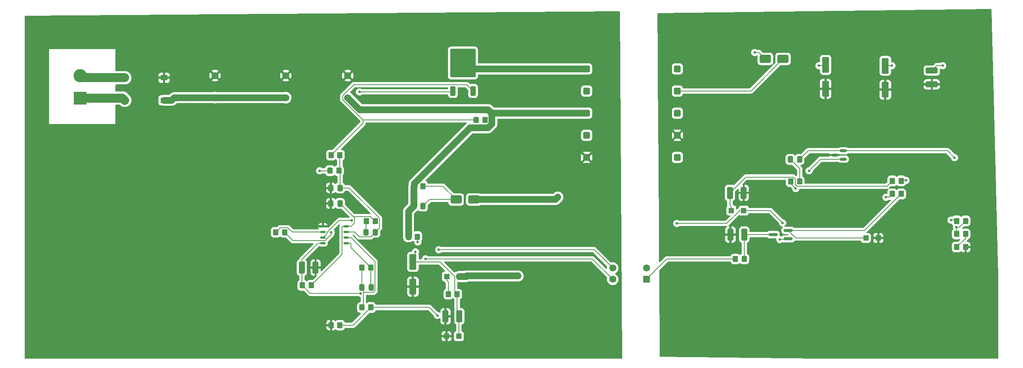
<source format=gbr>
%TF.GenerationSoftware,KiCad,Pcbnew,9.0.1*%
%TF.CreationDate,2025-04-24T14:38:40+02:00*%
%TF.ProjectId,flyback,666c7962-6163-46b2-9e6b-696361645f70,rev?*%
%TF.SameCoordinates,Original*%
%TF.FileFunction,Copper,L1,Top*%
%TF.FilePolarity,Positive*%
%FSLAX46Y46*%
G04 Gerber Fmt 4.6, Leading zero omitted, Abs format (unit mm)*
G04 Created by KiCad (PCBNEW 9.0.1) date 2025-04-24 14:38:40*
%MOMM*%
%LPD*%
G01*
G04 APERTURE LIST*
G04 Aperture macros list*
%AMRoundRect*
0 Rectangle with rounded corners*
0 $1 Rounding radius*
0 $2 $3 $4 $5 $6 $7 $8 $9 X,Y pos of 4 corners*
0 Add a 4 corners polygon primitive as box body*
4,1,4,$2,$3,$4,$5,$6,$7,$8,$9,$2,$3,0*
0 Add four circle primitives for the rounded corners*
1,1,$1+$1,$2,$3*
1,1,$1+$1,$4,$5*
1,1,$1+$1,$6,$7*
1,1,$1+$1,$8,$9*
0 Add four rect primitives between the rounded corners*
20,1,$1+$1,$2,$3,$4,$5,0*
20,1,$1+$1,$4,$5,$6,$7,0*
20,1,$1+$1,$6,$7,$8,$9,0*
20,1,$1+$1,$8,$9,$2,$3,0*%
G04 Aperture macros list end*
%TA.AperFunction,SMDPad,CuDef*%
%ADD10O,1.250000X0.549999*%
%TD*%
%TA.AperFunction,SMDPad,CuDef*%
%ADD11RoundRect,0.250000X-0.337500X-0.475000X0.337500X-0.475000X0.337500X0.475000X-0.337500X0.475000X0*%
%TD*%
%TA.AperFunction,SMDPad,CuDef*%
%ADD12RoundRect,0.250000X-0.350000X-0.450000X0.350000X-0.450000X0.350000X0.450000X-0.350000X0.450000X0*%
%TD*%
%TA.AperFunction,SMDPad,CuDef*%
%ADD13RoundRect,0.150000X0.587500X0.150000X-0.587500X0.150000X-0.587500X-0.150000X0.587500X-0.150000X0*%
%TD*%
%TA.AperFunction,SMDPad,CuDef*%
%ADD14RoundRect,0.250000X0.350000X0.450000X-0.350000X0.450000X-0.350000X-0.450000X0.350000X-0.450000X0*%
%TD*%
%TA.AperFunction,ComponentPad*%
%ADD15C,1.600000*%
%TD*%
%TA.AperFunction,ComponentPad*%
%ADD16RoundRect,0.250000X0.550000X0.550000X-0.550000X0.550000X-0.550000X-0.550000X0.550000X-0.550000X0*%
%TD*%
%TA.AperFunction,SMDPad,CuDef*%
%ADD17RoundRect,0.250000X0.412500X1.100000X-0.412500X1.100000X-0.412500X-1.100000X0.412500X-1.100000X0*%
%TD*%
%TA.AperFunction,SMDPad,CuDef*%
%ADD18RoundRect,0.250000X-0.550000X1.500000X-0.550000X-1.500000X0.550000X-1.500000X0.550000X1.500000X0*%
%TD*%
%TA.AperFunction,SMDPad,CuDef*%
%ADD19RoundRect,0.250000X-0.412500X-1.100000X0.412500X-1.100000X0.412500X1.100000X-0.412500X1.100000X0*%
%TD*%
%TA.AperFunction,SMDPad,CuDef*%
%ADD20R,1.200000X1.200000*%
%TD*%
%TA.AperFunction,SMDPad,CuDef*%
%ADD21RoundRect,0.250000X-1.100000X0.412500X-1.100000X-0.412500X1.100000X-0.412500X1.100000X0.412500X0*%
%TD*%
%TA.AperFunction,ComponentPad*%
%ADD22RoundRect,0.225000X-0.525000X-0.525000X0.525000X-0.525000X0.525000X0.525000X-0.525000X0.525000X0*%
%TD*%
%TA.AperFunction,ComponentPad*%
%ADD23R,1.500000X1.500000*%
%TD*%
%TA.AperFunction,SMDPad,CuDef*%
%ADD24RoundRect,0.162500X0.837500X0.162500X-0.837500X0.162500X-0.837500X-0.162500X0.837500X-0.162500X0*%
%TD*%
%TA.AperFunction,SMDPad,CuDef*%
%ADD25RoundRect,0.250000X-1.000000X-0.650000X1.000000X-0.650000X1.000000X0.650000X-1.000000X0.650000X0*%
%TD*%
%TA.AperFunction,ComponentPad*%
%ADD26R,3.000000X3.000000*%
%TD*%
%TA.AperFunction,ComponentPad*%
%ADD27C,3.000000*%
%TD*%
%TA.AperFunction,SMDPad,CuDef*%
%ADD28RoundRect,0.250000X0.350000X-0.850000X0.350000X0.850000X-0.350000X0.850000X-0.350000X-0.850000X0*%
%TD*%
%TA.AperFunction,SMDPad,CuDef*%
%ADD29RoundRect,0.249997X2.650003X-2.950003X2.650003X2.950003X-2.650003X2.950003X-2.650003X-2.950003X0*%
%TD*%
%TA.AperFunction,SMDPad,CuDef*%
%ADD30R,1.500000X1.300000*%
%TD*%
%TA.AperFunction,SMDPad,CuDef*%
%ADD31RoundRect,0.250000X0.337500X0.475000X-0.337500X0.475000X-0.337500X-0.475000X0.337500X-0.475000X0*%
%TD*%
%TA.AperFunction,ViaPad*%
%ADD32C,0.600000*%
%TD*%
%TA.AperFunction,Conductor*%
%ADD33C,2.000000*%
%TD*%
%TA.AperFunction,Conductor*%
%ADD34C,1.500000*%
%TD*%
%TA.AperFunction,Conductor*%
%ADD35C,0.200000*%
%TD*%
G04 APERTURE END LIST*
D10*
%TO.P,U1,1,COMP*%
%TO.N,COMP*%
X99625001Y-96405000D03*
%TO.P,U1,2,FB*%
%TO.N,FB*%
X99625001Y-95135000D03*
%TO.P,U1,3,CS*%
%TO.N,CS*%
X99625001Y-93865000D03*
%TO.P,U1,4,RC*%
%TO.N,Net-(U1-RC)*%
X99625001Y-92595000D03*
%TO.P,U1,5,GND*%
%TO.N,GND*%
X94375001Y-92595000D03*
%TO.P,U1,6,OUT*%
%TO.N,Net-(U1-OUT)*%
X94375001Y-93865000D03*
%TO.P,U1,7,VCC*%
%TO.N,VCC*%
X94375001Y-95135000D03*
%TO.P,U1,8,REF*%
%TO.N,VREF*%
X94375001Y-96405000D03*
%TD*%
D11*
%TO.P,C10,2*%
%TO.N,Net-(U3-REF)*%
X202125000Y-77450000D03*
%TO.P,C10,1*%
%TO.N,Net-(C10-Pad1)*%
X200050000Y-77450000D03*
%TD*%
D12*
%TO.P,R15,2*%
%TO.N,GNDS*%
X239625000Y-97250000D03*
%TO.P,R15,1*%
%TO.N,Net-(R14-Pad2)*%
X237625000Y-97250000D03*
%TD*%
D13*
%TO.P,U3,3,A*%
%TO.N,GNDS*%
X210125000Y-76450000D03*
%TO.P,U3,2,REF*%
%TO.N,Net-(U3-REF)*%
X212000000Y-75500000D03*
%TO.P,U3,1,K*%
%TO.N,Net-(D3-A)*%
X212000000Y-77400000D03*
%TD*%
D14*
%TO.P,R12,2*%
%TO.N,Net-(D3-A)*%
X200125000Y-82450000D03*
%TO.P,R12,1*%
%TO.N,Net-(C10-Pad1)*%
X202125000Y-82450000D03*
%TD*%
D12*
%TO.P,R11,2*%
%TO.N,Net-(Q2-E)*%
X189625000Y-99950000D03*
%TO.P,R11,1*%
%TO.N,Net-(R11-Pad1)*%
X187625000Y-99950000D03*
%TD*%
%TO.P,R13,2*%
%TO.N,Net-(U3-REF)*%
X239625000Y-91350000D03*
%TO.P,R13,1*%
%TO.N,VOUT*%
X237625000Y-91350000D03*
%TD*%
%TO.P,R14,2*%
%TO.N,Net-(R14-Pad2)*%
X239625000Y-94300000D03*
%TO.P,R14,1*%
%TO.N,Net-(U3-REF)*%
X237625000Y-94300000D03*
%TD*%
D15*
%TO.P,U2,4*%
%TO.N,VREF*%
X159880000Y-104540000D03*
%TO.P,U2,3*%
%TO.N,VSENSE*%
X159880000Y-102000000D03*
%TO.P,U2,2*%
%TO.N,Net-(D3-A)*%
X167500000Y-102000000D03*
D16*
%TO.P,U2,1*%
%TO.N,Net-(R11-Pad1)*%
X167500000Y-104540000D03*
%TD*%
D17*
%TO.P,C12,2*%
%TO.N,GNDS*%
X186500000Y-94450000D03*
%TO.P,C12,1*%
%TO.N,Net-(Q2-E)*%
X189625000Y-94450000D03*
%TD*%
D18*
%TO.P,C14,2*%
%TO.N,GNDS*%
X208000000Y-61500000D03*
%TO.P,C14,1*%
%TO.N,VOUT*%
X208000000Y-56100000D03*
%TD*%
D19*
%TO.P,C11,2*%
%TO.N,GNDS*%
X189500000Y-85000000D03*
%TO.P,C11,1*%
%TO.N,Net-(D3-K)*%
X186375000Y-85000000D03*
%TD*%
D20*
%TO.P,D6,2,A*%
%TO.N,GNDS*%
X219902500Y-95200000D03*
%TO.P,D6,1,K*%
%TO.N,Net-(D6-K)*%
X217102500Y-95200000D03*
%TD*%
D12*
%TO.P,R17,2*%
%TO.N,Net-(D6-K)*%
X225067500Y-85250000D03*
%TO.P,R17,1*%
%TO.N,VOUT*%
X223067500Y-85250000D03*
%TD*%
D18*
%TO.P,C15,2*%
%TO.N,GNDS*%
X221500000Y-61700000D03*
%TO.P,C15,1*%
%TO.N,VOUT*%
X221500000Y-56300000D03*
%TD*%
D12*
%TO.P,R16,2*%
%TO.N,VOUT*%
X225067500Y-82300000D03*
%TO.P,R16,1*%
%TO.N,Net-(D3-K)*%
X223067500Y-82300000D03*
%TD*%
D21*
%TO.P,C16,2*%
%TO.N,GNDS*%
X232000000Y-60500000D03*
%TO.P,C16,1*%
%TO.N,VOUT*%
X232000000Y-57375000D03*
%TD*%
D22*
%TO.P,U4,10,pri_d*%
%TO.N,SW*%
X154000000Y-57000000D03*
%TO.P,U4,9,9*%
%TO.N,unconnected-(U4-Pad9)*%
X154000000Y-62000000D03*
%TO.P,U4,8,pri*%
%TO.N,VBULK*%
X154000000Y-67000000D03*
%TO.P,U4,7,aux_d*%
%TO.N,Vaux*%
X154000000Y-72000000D03*
D23*
%TO.P,U4,6,aux*%
%TO.N,GND*%
X154000000Y-77000000D03*
D22*
%TO.P,U4,5,5*%
%TO.N,unconnected-(U4-Pad5)*%
X174500000Y-77000000D03*
%TO.P,U4,4,sec*%
%TO.N,GNDS*%
X174500000Y-72000000D03*
%TO.P,U4,3,3*%
%TO.N,unconnected-(U4-Pad3)*%
X174500000Y-67000000D03*
%TO.P,U4,2,sec_d*%
%TO.N,Net-(D4-A)*%
X174500000Y-62000000D03*
%TO.P,U4,1,1*%
%TO.N,unconnected-(U4-Pad1)*%
X174500000Y-57000000D03*
%TD*%
D24*
%TO.P,Q2,3,E*%
%TO.N,Net-(Q2-E)*%
X196125000Y-94450000D03*
%TO.P,Q2,2,B*%
%TO.N,Net-(D6-K)*%
X199545000Y-93500000D03*
%TO.P,Q2,1,C*%
%TO.N,VOUT*%
X199545000Y-95400000D03*
%TD*%
D20*
%TO.P,D3,2,A*%
%TO.N,Net-(D3-A)*%
X189500000Y-89000000D03*
%TO.P,D3,1,K*%
%TO.N,Net-(D3-K)*%
X186700000Y-89000000D03*
%TD*%
D25*
%TO.P,D4,2,A*%
%TO.N,Net-(D4-A)*%
X198375000Y-54735000D03*
%TO.P,D4,1,K*%
%TO.N,VOUT*%
X194375000Y-54735000D03*
%TD*%
D19*
%TO.P,C17,1*%
%TO.N,VREF*%
X89600000Y-101905000D03*
%TO.P,C17,2*%
%TO.N,GND*%
X92725000Y-101905000D03*
%TD*%
D26*
%TO.P,J1,1,Pin_1*%
%TO.N,/Vline*%
X39500000Y-63580000D03*
D27*
%TO.P,J1,2,Pin_2*%
%TO.N,Net-(J1-Pin_2)*%
X39500000Y-58500000D03*
%TD*%
D14*
%TO.P,R19,1*%
%TO.N,VCC*%
X124725000Y-107905000D03*
%TO.P,R19,2*%
%TO.N,Net-(D7-K)*%
X122725000Y-107905000D03*
%TD*%
D20*
%TO.P,D7,1,K*%
%TO.N,Net-(D7-K)*%
X122425000Y-103905000D03*
%TO.P,D7,2,A*%
%TO.N,Vaux*%
X125225000Y-103905000D03*
%TD*%
D25*
%TO.P,D5,1,K*%
%TO.N,Net-(D5-K)*%
X124500000Y-86500000D03*
%TO.P,D5,2,A*%
%TO.N,SW*%
X128500000Y-86500000D03*
%TD*%
D12*
%TO.P,R18,1*%
%TO.N,VBULK*%
X115000000Y-83500000D03*
%TO.P,R18,2*%
%TO.N,Net-(D5-K)*%
X117000000Y-83500000D03*
%TD*%
D11*
%TO.P,C13,1*%
%TO.N,VBULK*%
X114925000Y-88000000D03*
%TO.P,C13,2*%
%TO.N,Net-(D5-K)*%
X117000000Y-88000000D03*
%TD*%
D12*
%TO.P,R10,1*%
%TO.N,Net-(C5-Pad1)*%
X104225000Y-91405000D03*
%TO.P,R10,2*%
%TO.N,Net-(U1-RC)*%
X106225000Y-91405000D03*
%TD*%
%TO.P,R9,1*%
%TO.N,VREF*%
X96000000Y-80000000D03*
%TO.P,R9,2*%
%TO.N,CS*%
X98000000Y-80000000D03*
%TD*%
%TO.P,R8,1*%
%TO.N,Net-(Q1-S)*%
X96225000Y-76500000D03*
%TO.P,R8,2*%
%TO.N,CS*%
X98225000Y-76500000D03*
%TD*%
%TO.P,R7,1*%
%TO.N,Net-(Q1-S)*%
X129000000Y-68500000D03*
%TO.P,R7,2*%
%TO.N,GND*%
X131000000Y-68500000D03*
%TD*%
D28*
%TO.P,Q1,3,S*%
%TO.N,Net-(Q1-S)*%
X128305000Y-61975000D03*
D29*
%TO.P,Q1,2,D*%
%TO.N,SW*%
X126025000Y-55675000D03*
D28*
%TO.P,Q1,1,G*%
%TO.N,Net-(Q1-G)*%
X123745000Y-61975000D03*
%TD*%
D20*
%TO.P,D2,1,K*%
%TO.N,VCC*%
X125125000Y-117405000D03*
%TO.P,D2,2,A*%
%TO.N,GND*%
X122325000Y-117405000D03*
%TD*%
D30*
%TO.P,D1,1,+*%
%TO.N,VBULK*%
X58500000Y-64100000D03*
%TO.P,D1,2,-*%
%TO.N,GND*%
X58500000Y-59000000D03*
%TO.P,D1,3*%
%TO.N,Net-(J1-Pin_2)*%
X49600000Y-59000000D03*
%TO.P,D1,4*%
%TO.N,/Vline*%
X49600000Y-64100000D03*
%TD*%
D18*
%TO.P,C9,1*%
%TO.N,VCC*%
X114725000Y-100605000D03*
%TO.P,C9,2*%
%TO.N,GND*%
X114725000Y-106205000D03*
%TD*%
D15*
%TO.P,C8,1*%
%TO.N,VBULK*%
X100000000Y-63500000D03*
%TO.P,C8,2*%
%TO.N,GND*%
X100000000Y-58500000D03*
%TD*%
%TO.P,C7,1*%
%TO.N,VBULK*%
X86000000Y-63500000D03*
%TO.P,C7,2*%
%TO.N,GND*%
X86000000Y-58500000D03*
%TD*%
%TO.P,C6,1*%
%TO.N,VBULK*%
X70000000Y-63500000D03*
%TO.P,C6,2*%
%TO.N,GND*%
X70000000Y-58500000D03*
%TD*%
D11*
%TO.P,C5,1*%
%TO.N,Net-(C5-Pad1)*%
X104150000Y-93905000D03*
%TO.P,C5,2*%
%TO.N,CS*%
X106225000Y-93905000D03*
%TD*%
D12*
%TO.P,R6,1*%
%TO.N,VBULK*%
X113725000Y-94905000D03*
%TO.P,R6,2*%
%TO.N,VCC*%
X115725000Y-94905000D03*
%TD*%
D14*
%TO.P,R5,1*%
%TO.N,VSENSE*%
X98225000Y-114905000D03*
%TO.P,R5,2*%
%TO.N,GND*%
X96225000Y-114905000D03*
%TD*%
D12*
%TO.P,R4,1*%
%TO.N,FB*%
X103225000Y-110905000D03*
%TO.P,R4,2*%
%TO.N,VSENSE*%
X105225000Y-110905000D03*
%TD*%
%TO.P,R3,1*%
%TO.N,Net-(U1-OUT)*%
X83725000Y-93905000D03*
%TO.P,R3,2*%
%TO.N,Net-(Q1-G)*%
X85725000Y-93905000D03*
%TD*%
D14*
%TO.P,R2,1*%
%TO.N,COMP*%
X105225000Y-101905000D03*
%TO.P,R2,2*%
%TO.N,FB*%
X103225000Y-101905000D03*
%TD*%
D12*
%TO.P,R1,1*%
%TO.N,VREF*%
X89725000Y-105905000D03*
%TO.P,R1,2*%
%TO.N,Net-(U1-RC)*%
X91725000Y-105905000D03*
%TD*%
D17*
%TO.P,C4,1*%
%TO.N,VCC*%
X125225000Y-112905000D03*
%TO.P,C4,2*%
%TO.N,GND*%
X122100000Y-112905000D03*
%TD*%
D31*
%TO.P,C3,1*%
%TO.N,COMP*%
X105262500Y-106405000D03*
%TO.P,C3,2*%
%TO.N,FB*%
X103187500Y-106405000D03*
%TD*%
%TO.P,C2,1*%
%TO.N,CS*%
X98262500Y-83905000D03*
%TO.P,C2,2*%
%TO.N,GND*%
X96187500Y-83905000D03*
%TD*%
%TO.P,C1,1*%
%TO.N,Net-(U1-RC)*%
X98262500Y-87405000D03*
%TO.P,C1,2*%
%TO.N,GND*%
X96187500Y-87405000D03*
%TD*%
D32*
%TO.N,Vaux*%
X138495000Y-103792400D03*
%TO.N,SW*%
X147462600Y-85970000D03*
%TO.N,Net-(D3-A)*%
X174365400Y-91910800D03*
X198279000Y-91800000D03*
X201268200Y-84048400D03*
X204257400Y-80029200D03*
%TO.N,VSENSE*%
X120559800Y-97851600D03*
X120250900Y-112703600D03*
%TO.N,VREF*%
X117570600Y-99920900D03*
X102916900Y-107689500D03*
X93657000Y-80029200D03*
%TO.N,Net-(Q1-G)*%
X96263800Y-93965900D03*
X102639900Y-62191500D03*
%TO.N,Net-(U3-REF)*%
X237553100Y-92723500D03*
X237138600Y-77058800D03*
%TO.N,VCC*%
X115296200Y-98324900D03*
X115840400Y-96121300D03*
X100877100Y-91250400D03*
%TO.N,VOUT*%
X234497500Y-56266000D03*
X191965100Y-53295600D03*
X197664400Y-95571000D03*
X236334000Y-91164700D03*
X222994100Y-56266000D03*
X221623000Y-86010800D03*
X206475500Y-56266000D03*
X226172500Y-82184100D03*
%TD*%
D33*
%TO.N,Net-(J1-Pin_2)*%
X40000000Y-59000000D02*
X39500000Y-58500000D01*
X49600000Y-59000000D02*
X40000000Y-59000000D01*
%TO.N,/Vline*%
X49080000Y-63580000D02*
X49600000Y-64100000D01*
X39500000Y-63580000D02*
X49080000Y-63580000D01*
D34*
%TO.N,Vaux*%
X126889300Y-103792400D02*
X126776700Y-103905000D01*
X138495000Y-103792400D02*
X126889300Y-103792400D01*
X125225000Y-103905000D02*
X126776700Y-103905000D01*
%TO.N,SW*%
X146932600Y-86500000D02*
X147462600Y-85970000D01*
X128500000Y-86500000D02*
X146932600Y-86500000D01*
X127350000Y-57000000D02*
X126025000Y-55675000D01*
X154000000Y-57000000D02*
X127350000Y-57000000D01*
D35*
%TO.N,Net-(D4-A)*%
X191110000Y-62000000D02*
X174500000Y-62000000D01*
X198375000Y-54735000D02*
X191110000Y-62000000D01*
%TO.N,Net-(D7-K)*%
X122725000Y-105106700D02*
X122425000Y-104806700D01*
X122725000Y-107905000D02*
X122725000Y-105106700D01*
X122425000Y-103905000D02*
X122425000Y-104806700D01*
%TO.N,Net-(D3-A)*%
X185687500Y-91910800D02*
X188598300Y-89000000D01*
X174365400Y-91910800D02*
X185687500Y-91910800D01*
X189049200Y-89000000D02*
X188598300Y-89000000D01*
X189049200Y-89000000D02*
X189500000Y-89000000D01*
X200125000Y-82905200D02*
X200125000Y-82450000D01*
X201268200Y-84048400D02*
X200125000Y-82905200D01*
X195479000Y-89000000D02*
X198279000Y-91800000D01*
X189500000Y-89000000D02*
X195479000Y-89000000D01*
X206886600Y-77400000D02*
X212000000Y-77400000D01*
X204257400Y-80029200D02*
X206886600Y-77400000D01*
%TO.N,Net-(D6-K)*%
X201245000Y-95200000D02*
X199545000Y-93500000D01*
X217102500Y-95200000D02*
X201245000Y-95200000D01*
X216817500Y-93500000D02*
X225067500Y-85250000D01*
X199545000Y-93500000D02*
X216817500Y-93500000D01*
%TO.N,Net-(D5-K)*%
X121500000Y-83500000D02*
X124500000Y-86500000D01*
X117000000Y-83500000D02*
X121500000Y-83500000D01*
X118500000Y-86500000D02*
X117000000Y-88000000D01*
X124500000Y-86500000D02*
X118500000Y-86500000D01*
%TO.N,Net-(Q2-E)*%
X189625000Y-94450000D02*
X196125000Y-94450000D01*
X189625000Y-94450000D02*
X189625000Y-99950000D01*
%TO.N,Net-(D3-K)*%
X186700000Y-89000000D02*
X186700000Y-88098300D01*
X186375000Y-87773300D02*
X186375000Y-85000000D01*
X186700000Y-88098300D02*
X186375000Y-87773300D01*
X189927700Y-81447300D02*
X186375000Y-85000000D01*
X200703800Y-81447300D02*
X189927700Y-81447300D01*
X201141100Y-81884600D02*
X200703800Y-81447300D01*
X201141100Y-83070400D02*
X201141100Y-81884600D01*
X201582800Y-83512100D02*
X201141100Y-83070400D01*
X221855400Y-83512100D02*
X201582800Y-83512100D01*
X223067500Y-82300000D02*
X221855400Y-83512100D01*
D34*
%TO.N,VBULK*%
X114925000Y-83575000D02*
X114925000Y-88000000D01*
X115000000Y-83500000D02*
X114925000Y-83575000D01*
X60801700Y-63500000D02*
X60201700Y-64100000D01*
X70000000Y-63500000D02*
X60801700Y-63500000D01*
X58500000Y-64100000D02*
X60201700Y-64100000D01*
X113725000Y-89200000D02*
X114925000Y-88000000D01*
X113725000Y-94905000D02*
X113725000Y-89200000D01*
X102704700Y-66204700D02*
X100000000Y-63500000D01*
X131757400Y-66204700D02*
X102704700Y-66204700D01*
X132552700Y-67000000D02*
X131757400Y-66204700D01*
X154000000Y-67000000D02*
X132552700Y-67000000D01*
X132552700Y-69451200D02*
X132552700Y-67000000D01*
X131705000Y-70298900D02*
X132552700Y-69451200D01*
X127651900Y-70298900D02*
X131705000Y-70298900D01*
X115000000Y-82950800D02*
X127651900Y-70298900D01*
X115000000Y-83500000D02*
X115000000Y-82950800D01*
X86000000Y-63500000D02*
X70000000Y-63500000D01*
D35*
%TO.N,Net-(R14-Pad2)*%
X239625000Y-95250000D02*
X237625000Y-97250000D01*
X239625000Y-94300000D02*
X239625000Y-95250000D01*
%TO.N,Net-(R11-Pad1)*%
X172090000Y-99950000D02*
X187625000Y-99950000D01*
X167500000Y-104540000D02*
X172090000Y-99950000D01*
%TO.N,VSENSE*%
X101225000Y-114905000D02*
X98225000Y-114905000D01*
X105225000Y-110905000D02*
X101225000Y-114905000D01*
X155731600Y-97851600D02*
X120559800Y-97851600D01*
X159880000Y-102000000D02*
X155731600Y-97851600D01*
X118452300Y-110905000D02*
X105225000Y-110905000D01*
X120250900Y-112703600D02*
X118452300Y-110905000D01*
%TO.N,VREF*%
X89662500Y-105842500D02*
X89725000Y-105905000D01*
X89662500Y-101905000D02*
X89662500Y-105842500D01*
X94275000Y-96405000D02*
X93248300Y-96405000D01*
X89600000Y-101905000D02*
X89662500Y-101905000D01*
X89662500Y-99990800D02*
X93248300Y-96405000D01*
X89662500Y-101905000D02*
X89662500Y-99990800D01*
X155260900Y-99920900D02*
X117570600Y-99920900D01*
X159880000Y-104540000D02*
X155260900Y-99920900D01*
X91509500Y-107689500D02*
X89725000Y-105905000D01*
X102916900Y-107689500D02*
X91509500Y-107689500D01*
X95970800Y-80029200D02*
X96000000Y-80000000D01*
X93657000Y-80029200D02*
X95970800Y-80029200D01*
%TO.N,Net-(Q1-G)*%
X96263800Y-94441800D02*
X96263800Y-93965900D01*
X94902300Y-95803300D02*
X96263800Y-94441800D01*
X87623300Y-95803300D02*
X94902300Y-95803300D01*
X85725000Y-93905000D02*
X87623300Y-95803300D01*
X123528500Y-62191500D02*
X123745000Y-61975000D01*
X102639900Y-62191500D02*
X123528500Y-62191500D01*
%TO.N,Net-(Q1-S)*%
X103431500Y-69293500D02*
X103431500Y-68500000D01*
X96225000Y-76500000D02*
X103431500Y-69293500D01*
X129000000Y-68500000D02*
X103431500Y-68500000D01*
X126869500Y-60539500D02*
X128305000Y-61975000D01*
X101362600Y-60539500D02*
X126869500Y-60539500D01*
X98851700Y-63050400D02*
X101362600Y-60539500D01*
X98851700Y-63920200D02*
X98851700Y-63050400D01*
X103431500Y-68500000D02*
X98851700Y-63920200D01*
%TO.N,Net-(C10-Pad1)*%
X202125000Y-79525000D02*
X200050000Y-77450000D01*
X202125000Y-82450000D02*
X202125000Y-79525000D01*
%TO.N,Net-(U3-REF)*%
X204075000Y-75500000D02*
X202125000Y-77450000D01*
X212000000Y-75500000D02*
X204075000Y-75500000D01*
X238181600Y-92793400D02*
X237625000Y-92793400D01*
X239625000Y-91350000D02*
X238181600Y-92793400D01*
X235579800Y-75500000D02*
X212000000Y-75500000D01*
X237138600Y-77058800D02*
X235579800Y-75500000D01*
X237625000Y-94300000D02*
X237625000Y-92793400D01*
X237623000Y-92793400D02*
X237553100Y-92723500D01*
X237625000Y-92793400D02*
X237623000Y-92793400D01*
%TO.N,Net-(C5-Pad1)*%
X104150000Y-91480000D02*
X104225000Y-91405000D01*
X104150000Y-93905000D02*
X104150000Y-91480000D01*
%TO.N,CS*%
X98225000Y-79775000D02*
X98225000Y-76500000D01*
X98000000Y-80000000D02*
X98225000Y-79775000D01*
X98262500Y-80262500D02*
X98262500Y-83905000D01*
X98000000Y-80000000D02*
X98262500Y-80262500D01*
X105180000Y-94950000D02*
X106225000Y-93905000D01*
X102657800Y-94950000D02*
X105180000Y-94950000D01*
X101572800Y-93865000D02*
X102657800Y-94950000D01*
X99725000Y-93865000D02*
X101572800Y-93865000D01*
X107164800Y-92965200D02*
X106225000Y-93905000D01*
X107164800Y-90726700D02*
X107164800Y-92965200D01*
X100343100Y-83905000D02*
X107164800Y-90726700D01*
X98262500Y-83905000D02*
X100343100Y-83905000D01*
%TO.N,Net-(U1-OUT)*%
X84739200Y-92890800D02*
X83725000Y-93905000D01*
X86447500Y-92890800D02*
X84739200Y-92890800D01*
X87421700Y-93865000D02*
X86447500Y-92890800D01*
X94275000Y-93865000D02*
X87421700Y-93865000D01*
%TO.N,VCC*%
X125125000Y-112805000D02*
X125125000Y-117405000D01*
X124975000Y-112655000D02*
X125125000Y-112805000D01*
X124725000Y-112405000D02*
X124975000Y-112655000D01*
X124725000Y-107905000D02*
X124725000Y-112405000D01*
X124975000Y-112655000D02*
X125225000Y-112905000D01*
X115725000Y-96005900D02*
X115840400Y-96121300D01*
X115725000Y-94905000D02*
X115725000Y-96005900D01*
X115296200Y-100605000D02*
X115296200Y-98324900D01*
X114725000Y-100605000D02*
X115296200Y-100605000D01*
X124159700Y-107339700D02*
X124725000Y-107905000D01*
X124159700Y-103924000D02*
X124159700Y-107339700D01*
X120840700Y-100605000D02*
X124159700Y-103924000D01*
X115296200Y-100605000D02*
X120840700Y-100605000D01*
X98013600Y-91250400D02*
X100877100Y-91250400D01*
X95301700Y-93962300D02*
X98013600Y-91250400D01*
X95301700Y-94193800D02*
X95301700Y-93962300D01*
X94360500Y-95135000D02*
X95301700Y-94193800D01*
X94275000Y-95135000D02*
X94360500Y-95135000D01*
%TO.N,COMP*%
X105225000Y-106367500D02*
X105225000Y-101905000D01*
X105262500Y-106405000D02*
X105225000Y-106367500D01*
X100751700Y-97431700D02*
X105225000Y-101905000D01*
X100751700Y-96405000D02*
X100751700Y-97431700D01*
X99725000Y-96405000D02*
X100751700Y-96405000D01*
%TO.N,FB*%
X103187500Y-101942500D02*
X103187500Y-106405000D01*
X103225000Y-101905000D02*
X103187500Y-101942500D01*
X103518600Y-110611400D02*
X103518600Y-107475700D01*
X103225000Y-110905000D02*
X103518600Y-110611400D01*
X99725000Y-95135000D02*
X100751700Y-95135000D01*
X106175500Y-100558800D02*
X100751700Y-95135000D01*
X106175500Y-107113700D02*
X106175500Y-100558800D01*
X105813500Y-107475700D02*
X106175500Y-107113700D01*
X103518600Y-107475700D02*
X105813500Y-107475700D01*
X103518600Y-106736100D02*
X103187500Y-106405000D01*
X103518600Y-107475700D02*
X103518600Y-106736100D01*
%TO.N,Net-(U1-RC)*%
X99725000Y-92595000D02*
X100751700Y-92595000D01*
X99725000Y-92595000D02*
X98698300Y-92595000D01*
X98698300Y-98931700D02*
X91725000Y-105905000D01*
X98698300Y-92595000D02*
X98698300Y-98931700D01*
X101202500Y-90345000D02*
X98262500Y-87405000D01*
X101243800Y-90345000D02*
X101202500Y-90345000D01*
X101478800Y-91867900D02*
X101478800Y-90345000D01*
X100751700Y-92595000D02*
X101478800Y-91867900D01*
X105165000Y-90345000D02*
X101478800Y-90345000D01*
X106225000Y-91405000D02*
X105165000Y-90345000D01*
X101478800Y-90345000D02*
X101243800Y-90345000D01*
%TO.N,GND*%
X114458000Y-49246300D02*
X112899400Y-49246300D01*
%TO.N,VOUT*%
X233109000Y-56266000D02*
X232000000Y-57375000D01*
X234497500Y-56266000D02*
X233109000Y-56266000D01*
X192935600Y-53295600D02*
X194375000Y-54735000D01*
X191965100Y-53295600D02*
X192935600Y-53295600D01*
X199374000Y-95571000D02*
X199545000Y-95400000D01*
X197664400Y-95571000D02*
X199374000Y-95571000D01*
X237439700Y-91164700D02*
X237625000Y-91350000D01*
X236334000Y-91164700D02*
X237439700Y-91164700D01*
X221534000Y-56266000D02*
X221500000Y-56300000D01*
X222994100Y-56266000D02*
X221534000Y-56266000D01*
X222306700Y-86010800D02*
X223067500Y-85250000D01*
X221623000Y-86010800D02*
X222306700Y-86010800D01*
X207834000Y-56266000D02*
X208000000Y-56100000D01*
X206475500Y-56266000D02*
X207834000Y-56266000D01*
X225183400Y-82184100D02*
X225067500Y-82300000D01*
X226172500Y-82184100D02*
X225183400Y-82184100D01*
%TD*%
%TA.AperFunction,Conductor*%
%TO.N,GNDS*%
G36*
X245444857Y-43520370D02*
G01*
X245491264Y-43572601D01*
X245503079Y-43622391D01*
X245918868Y-60150013D01*
X246946357Y-100992710D01*
X246999461Y-103103574D01*
X246999500Y-103106693D01*
X246999500Y-122375500D01*
X246979815Y-122442539D01*
X246927011Y-122488294D01*
X246875500Y-122499500D01*
X206459791Y-122499500D01*
X206458279Y-122499491D01*
X170622091Y-122062464D01*
X170555296Y-122041963D01*
X170510189Y-121988605D01*
X170499606Y-121939276D01*
X170374622Y-102566772D01*
X170393873Y-102499611D01*
X170410929Y-102478305D01*
X172302416Y-100586819D01*
X172363739Y-100553334D01*
X172390097Y-100550500D01*
X186444699Y-100550500D01*
X186511738Y-100570185D01*
X186557493Y-100622989D01*
X186562403Y-100635492D01*
X186590186Y-100719334D01*
X186682288Y-100868656D01*
X186806344Y-100992712D01*
X186955666Y-101084814D01*
X187122203Y-101139999D01*
X187224991Y-101150500D01*
X188025008Y-101150499D01*
X188025016Y-101150498D01*
X188025019Y-101150498D01*
X188081302Y-101144748D01*
X188127797Y-101139999D01*
X188294334Y-101084814D01*
X188443656Y-100992712D01*
X188537319Y-100899049D01*
X188598642Y-100865564D01*
X188668334Y-100870548D01*
X188712681Y-100899049D01*
X188806344Y-100992712D01*
X188955666Y-101084814D01*
X189122203Y-101139999D01*
X189224991Y-101150500D01*
X190025008Y-101150499D01*
X190025016Y-101150498D01*
X190025019Y-101150498D01*
X190081302Y-101144748D01*
X190127797Y-101139999D01*
X190294334Y-101084814D01*
X190443656Y-100992712D01*
X190567712Y-100868656D01*
X190659814Y-100719334D01*
X190714999Y-100552797D01*
X190725500Y-100450009D01*
X190725499Y-99449992D01*
X190714999Y-99347203D01*
X190659814Y-99180666D01*
X190567712Y-99031344D01*
X190443656Y-98907288D01*
X190294334Y-98815186D01*
X190294332Y-98815185D01*
X190288187Y-98811395D01*
X190289290Y-98809605D01*
X190244649Y-98770290D01*
X190225500Y-98704091D01*
X190225500Y-96367874D01*
X190245185Y-96300835D01*
X190297989Y-96255080D01*
X190310488Y-96250170D01*
X190356834Y-96234814D01*
X190506156Y-96142712D01*
X190630212Y-96018656D01*
X190722314Y-95869334D01*
X190777499Y-95702797D01*
X190788000Y-95600009D01*
X190788000Y-95174500D01*
X190807685Y-95107461D01*
X190860489Y-95061706D01*
X190912000Y-95050500D01*
X194736514Y-95050500D01*
X194803553Y-95070185D01*
X194824196Y-95086820D01*
X194875607Y-95138232D01*
X194875608Y-95138233D01*
X194875610Y-95138234D01*
X194875612Y-95138236D01*
X195013398Y-95221531D01*
X195167113Y-95269430D01*
X195233909Y-95275500D01*
X196755901Y-95275499D01*
X196822940Y-95295184D01*
X196868695Y-95347987D01*
X196878639Y-95417146D01*
X196877519Y-95423690D01*
X196872289Y-95449983D01*
X196864330Y-95489999D01*
X196863900Y-95492159D01*
X196863900Y-95649846D01*
X196894661Y-95804489D01*
X196894664Y-95804501D01*
X196955002Y-95950172D01*
X196955009Y-95950185D01*
X197042610Y-96081288D01*
X197042613Y-96081292D01*
X197154107Y-96192786D01*
X197154111Y-96192789D01*
X197285214Y-96280390D01*
X197285227Y-96280397D01*
X197430898Y-96340735D01*
X197430903Y-96340737D01*
X197567329Y-96367874D01*
X197585553Y-96371499D01*
X197585556Y-96371500D01*
X197585558Y-96371500D01*
X197743244Y-96371500D01*
X197743245Y-96371499D01*
X197897897Y-96340737D01*
X198043579Y-96280394D01*
X198088817Y-96250167D01*
X198175275Y-96192398D01*
X198193321Y-96186747D01*
X198209231Y-96176523D01*
X198240192Y-96172071D01*
X198241953Y-96171520D01*
X198244166Y-96171500D01*
X198414425Y-96171500D01*
X198451314Y-96177114D01*
X198470096Y-96182966D01*
X198587113Y-96219430D01*
X198653909Y-96225500D01*
X200436090Y-96225499D01*
X200436097Y-96225499D01*
X200502882Y-96219431D01*
X200502885Y-96219430D01*
X200502887Y-96219430D01*
X200656602Y-96171531D01*
X200794388Y-96088236D01*
X200908236Y-95974388D01*
X200986422Y-95845053D01*
X201037948Y-95797868D01*
X201106807Y-95786029D01*
X201124626Y-95789429D01*
X201165943Y-95800500D01*
X215885523Y-95800500D01*
X215952562Y-95820185D01*
X215998317Y-95872989D01*
X216005766Y-95900134D01*
X216006624Y-95899932D01*
X216008407Y-95907479D01*
X216058702Y-96042328D01*
X216058706Y-96042335D01*
X216144952Y-96157544D01*
X216144955Y-96157547D01*
X216260164Y-96243793D01*
X216260171Y-96243797D01*
X216395017Y-96294091D01*
X216395016Y-96294091D01*
X216401944Y-96294835D01*
X216454627Y-96300500D01*
X217750372Y-96300499D01*
X217809983Y-96294091D01*
X217944831Y-96243796D01*
X218060046Y-96157546D01*
X218146296Y-96042331D01*
X218196591Y-95907483D01*
X218203000Y-95847873D01*
X218203000Y-95847844D01*
X218802500Y-95847844D01*
X218808901Y-95907372D01*
X218808903Y-95907379D01*
X218859145Y-96042086D01*
X218859149Y-96042093D01*
X218945309Y-96157187D01*
X218945312Y-96157190D01*
X219060406Y-96243350D01*
X219060413Y-96243354D01*
X219195120Y-96293596D01*
X219195127Y-96293598D01*
X219254655Y-96299999D01*
X219254672Y-96300000D01*
X219652500Y-96300000D01*
X220152500Y-96300000D01*
X220550328Y-96300000D01*
X220550344Y-96299999D01*
X220609872Y-96293598D01*
X220609879Y-96293596D01*
X220744586Y-96243354D01*
X220744593Y-96243350D01*
X220859687Y-96157190D01*
X220859690Y-96157187D01*
X220945850Y-96042093D01*
X220945854Y-96042086D01*
X220996096Y-95907379D01*
X220996098Y-95907372D01*
X221002499Y-95847844D01*
X221002500Y-95847827D01*
X221002500Y-95450000D01*
X220152500Y-95450000D01*
X220152500Y-96300000D01*
X219652500Y-96300000D01*
X219652500Y-95450000D01*
X218802500Y-95450000D01*
X218802500Y-95847844D01*
X218203000Y-95847844D01*
X218202999Y-95174500D01*
X218202999Y-94552155D01*
X218802500Y-94552155D01*
X218802500Y-94950000D01*
X219652500Y-94950000D01*
X220152500Y-94950000D01*
X221002500Y-94950000D01*
X221002500Y-94552172D01*
X221002499Y-94552155D01*
X220996098Y-94492627D01*
X220996096Y-94492620D01*
X220945854Y-94357913D01*
X220945850Y-94357906D01*
X220859690Y-94242812D01*
X220859687Y-94242809D01*
X220744593Y-94156649D01*
X220744586Y-94156645D01*
X220609879Y-94106403D01*
X220609872Y-94106401D01*
X220550344Y-94100000D01*
X220152500Y-94100000D01*
X220152500Y-94950000D01*
X219652500Y-94950000D01*
X219652500Y-94100000D01*
X219254655Y-94100000D01*
X219195127Y-94106401D01*
X219195120Y-94106403D01*
X219060413Y-94156645D01*
X219060406Y-94156649D01*
X218945312Y-94242809D01*
X218945309Y-94242812D01*
X218859149Y-94357906D01*
X218859145Y-94357913D01*
X218808903Y-94492620D01*
X218808901Y-94492627D01*
X218802500Y-94552155D01*
X218202999Y-94552155D01*
X218202999Y-94552129D01*
X218202998Y-94552123D01*
X218196591Y-94492516D01*
X218146297Y-94357671D01*
X218146293Y-94357664D01*
X218060047Y-94242455D01*
X218060044Y-94242452D01*
X217944835Y-94156206D01*
X217944828Y-94156202D01*
X217809982Y-94105908D01*
X217809983Y-94105908D01*
X217750383Y-94099501D01*
X217750381Y-94099500D01*
X217750373Y-94099500D01*
X217750365Y-94099500D01*
X217366598Y-94099500D01*
X217345355Y-94093262D01*
X217323270Y-94091684D01*
X217312483Y-94083610D01*
X217299559Y-94079815D01*
X217285062Y-94063085D01*
X217267335Y-94049816D01*
X217262625Y-94037191D01*
X217253804Y-94027011D01*
X217250653Y-94005098D01*
X217242914Y-93984352D01*
X217245777Y-93971187D01*
X217243860Y-93957853D01*
X217253057Y-93937712D01*
X217257763Y-93916079D01*
X217271034Y-93898349D01*
X217272885Y-93894297D01*
X217278898Y-93887837D01*
X217298020Y-93868716D01*
X217298021Y-93868713D01*
X220080881Y-91085853D01*
X235533500Y-91085853D01*
X235533500Y-91243546D01*
X235564261Y-91398189D01*
X235564264Y-91398201D01*
X235624602Y-91543872D01*
X235624609Y-91543885D01*
X235712210Y-91674988D01*
X235712213Y-91674992D01*
X235823707Y-91786486D01*
X235823711Y-91786489D01*
X235954814Y-91874090D01*
X235954827Y-91874097D01*
X236100498Y-91934435D01*
X236100503Y-91934437D01*
X236244138Y-91963008D01*
X236255153Y-91965199D01*
X236255156Y-91965200D01*
X236255158Y-91965200D01*
X236412841Y-91965200D01*
X236412842Y-91965200D01*
X236423860Y-91963008D01*
X236493451Y-91969234D01*
X236548630Y-92012095D01*
X236565759Y-92045620D01*
X236590186Y-92119334D01*
X236682288Y-92268656D01*
X236723920Y-92310288D01*
X236760003Y-92346371D01*
X236793487Y-92407695D01*
X236788503Y-92477386D01*
X236786884Y-92481501D01*
X236783362Y-92490002D01*
X236783361Y-92490005D01*
X236752600Y-92644653D01*
X236752600Y-92802346D01*
X236783361Y-92956989D01*
X236783364Y-92957001D01*
X236846037Y-93108308D01*
X236843916Y-93109186D01*
X236856069Y-93167579D01*
X236831064Y-93232821D01*
X236809386Y-93254882D01*
X236806345Y-93257286D01*
X236682289Y-93381342D01*
X236590187Y-93530663D01*
X236590186Y-93530666D01*
X236535001Y-93697203D01*
X236535001Y-93697204D01*
X236535000Y-93697204D01*
X236524500Y-93799983D01*
X236524500Y-94800001D01*
X236524501Y-94800019D01*
X236535000Y-94902796D01*
X236535001Y-94902799D01*
X236583945Y-95050500D01*
X236590186Y-95069334D01*
X236682288Y-95218656D01*
X236806344Y-95342712D01*
X236955666Y-95434814D01*
X237122203Y-95489999D01*
X237224991Y-95500500D01*
X238025008Y-95500499D01*
X238025016Y-95500498D01*
X238025019Y-95500498D01*
X238081302Y-95494748D01*
X238127797Y-95489999D01*
X238241308Y-95452384D01*
X238311133Y-95449983D01*
X238371176Y-95485714D01*
X238402369Y-95548234D01*
X238394809Y-95617694D01*
X238367991Y-95657772D01*
X238012582Y-96013181D01*
X237951259Y-96046666D01*
X237924901Y-96049500D01*
X237224998Y-96049500D01*
X237224980Y-96049501D01*
X237122203Y-96060000D01*
X237122200Y-96060001D01*
X236955668Y-96115185D01*
X236955663Y-96115187D01*
X236806342Y-96207289D01*
X236682289Y-96331342D01*
X236590187Y-96480663D01*
X236590185Y-96480668D01*
X236590115Y-96480880D01*
X236535001Y-96647203D01*
X236535001Y-96647204D01*
X236535000Y-96647204D01*
X236524500Y-96749983D01*
X236524500Y-97750001D01*
X236524501Y-97750019D01*
X236535000Y-97852796D01*
X236535001Y-97852799D01*
X236590115Y-98019119D01*
X236590186Y-98019334D01*
X236682288Y-98168656D01*
X236806344Y-98292712D01*
X236955666Y-98384814D01*
X237122203Y-98439999D01*
X237224991Y-98450500D01*
X238025008Y-98450499D01*
X238025016Y-98450498D01*
X238025019Y-98450498D01*
X238081302Y-98444748D01*
X238127797Y-98439999D01*
X238294334Y-98384814D01*
X238443656Y-98292712D01*
X238537675Y-98198692D01*
X238598994Y-98165210D01*
X238668686Y-98170194D01*
X238713034Y-98198695D01*
X238806654Y-98292315D01*
X238955875Y-98384356D01*
X238955880Y-98384358D01*
X239122302Y-98439505D01*
X239122309Y-98439506D01*
X239225019Y-98449999D01*
X239374999Y-98449999D01*
X239875000Y-98449999D01*
X240024972Y-98449999D01*
X240024986Y-98449998D01*
X240127697Y-98439505D01*
X240294119Y-98384358D01*
X240294124Y-98384356D01*
X240443345Y-98292315D01*
X240567315Y-98168345D01*
X240659356Y-98019124D01*
X240659358Y-98019119D01*
X240714505Y-97852697D01*
X240714506Y-97852690D01*
X240724999Y-97749986D01*
X240725000Y-97749973D01*
X240725000Y-97500000D01*
X239875000Y-97500000D01*
X239875000Y-98449999D01*
X239374999Y-98449999D01*
X239375000Y-98449998D01*
X239375000Y-97374000D01*
X239394685Y-97306961D01*
X239447489Y-97261206D01*
X239499000Y-97250000D01*
X239625000Y-97250000D01*
X239625000Y-97124000D01*
X239644685Y-97056961D01*
X239697489Y-97011206D01*
X239749000Y-97000000D01*
X240724999Y-97000000D01*
X240724999Y-96750028D01*
X240724998Y-96750013D01*
X240714505Y-96647302D01*
X240659358Y-96480880D01*
X240659356Y-96480875D01*
X240567315Y-96331654D01*
X240443345Y-96207684D01*
X240294124Y-96115643D01*
X240294119Y-96115641D01*
X240127697Y-96060494D01*
X240127690Y-96060493D01*
X240024986Y-96050000D01*
X239973596Y-96050000D01*
X239952350Y-96043761D01*
X239930263Y-96042182D01*
X239919479Y-96034109D01*
X239906557Y-96030315D01*
X239892058Y-96013583D01*
X239874329Y-96000311D01*
X239869621Y-95987688D01*
X239860802Y-95977511D01*
X239857650Y-95955595D01*
X239849912Y-95934847D01*
X239852775Y-95921685D01*
X239850858Y-95908353D01*
X239860057Y-95888208D01*
X239864764Y-95866574D01*
X239878033Y-95848846D01*
X239879883Y-95844797D01*
X239885900Y-95838333D01*
X239983509Y-95740724D01*
X239983514Y-95740721D01*
X239993714Y-95730520D01*
X239993716Y-95730520D01*
X240105520Y-95618716D01*
X240168553Y-95509538D01*
X240219120Y-95461323D01*
X240236931Y-95453834D01*
X240294334Y-95434814D01*
X240443656Y-95342712D01*
X240567712Y-95218656D01*
X240659814Y-95069334D01*
X240714999Y-94902797D01*
X240725500Y-94800009D01*
X240725499Y-93799992D01*
X240723752Y-93782893D01*
X240714999Y-93697203D01*
X240714998Y-93697200D01*
X240692919Y-93630570D01*
X240659814Y-93530666D01*
X240567712Y-93381344D01*
X240443656Y-93257288D01*
X240294334Y-93165186D01*
X240127797Y-93110001D01*
X240127795Y-93110000D01*
X240025010Y-93099500D01*
X239224998Y-93099500D01*
X239224980Y-93099501D01*
X239122203Y-93110000D01*
X239122200Y-93110001D01*
X239008690Y-93147615D01*
X238938861Y-93150017D01*
X238878820Y-93114285D01*
X238847627Y-93051764D01*
X238855188Y-92982305D01*
X238882002Y-92942231D01*
X239237416Y-92586818D01*
X239298739Y-92553333D01*
X239325097Y-92550499D01*
X240025002Y-92550499D01*
X240025008Y-92550499D01*
X240127797Y-92539999D01*
X240294334Y-92484814D01*
X240443656Y-92392712D01*
X240567712Y-92268656D01*
X240659814Y-92119334D01*
X240714999Y-91952797D01*
X240725500Y-91850009D01*
X240725499Y-90849992D01*
X240714999Y-90747203D01*
X240659814Y-90580666D01*
X240567712Y-90431344D01*
X240443656Y-90307288D01*
X240294334Y-90215186D01*
X240127797Y-90160001D01*
X240127795Y-90160000D01*
X240025010Y-90149500D01*
X239224998Y-90149500D01*
X239224980Y-90149501D01*
X239122203Y-90160000D01*
X239122200Y-90160001D01*
X238955668Y-90215185D01*
X238955663Y-90215187D01*
X238806342Y-90307289D01*
X238712681Y-90400951D01*
X238651358Y-90434436D01*
X238581666Y-90429452D01*
X238537319Y-90400951D01*
X238443657Y-90307289D01*
X238443656Y-90307288D01*
X238294334Y-90215186D01*
X238127797Y-90160001D01*
X238127795Y-90160000D01*
X238025010Y-90149500D01*
X237224998Y-90149500D01*
X237224980Y-90149501D01*
X237122203Y-90160000D01*
X237122200Y-90160001D01*
X236955668Y-90215185D01*
X236955663Y-90215187D01*
X236806342Y-90307289D01*
X236732976Y-90380654D01*
X236671653Y-90414139D01*
X236601961Y-90409153D01*
X236597844Y-90407533D01*
X236567498Y-90394963D01*
X236567488Y-90394960D01*
X236412845Y-90364200D01*
X236412842Y-90364200D01*
X236255158Y-90364200D01*
X236255155Y-90364200D01*
X236100510Y-90394961D01*
X236100498Y-90394964D01*
X235954827Y-90455302D01*
X235954814Y-90455309D01*
X235823711Y-90542910D01*
X235823707Y-90542913D01*
X235712213Y-90654407D01*
X235712210Y-90654411D01*
X235624609Y-90785514D01*
X235624602Y-90785527D01*
X235564264Y-90931198D01*
X235564261Y-90931210D01*
X235533500Y-91085853D01*
X220080881Y-91085853D01*
X224679916Y-86486818D01*
X224741239Y-86453333D01*
X224767597Y-86450499D01*
X225467502Y-86450499D01*
X225467508Y-86450499D01*
X225570297Y-86439999D01*
X225736834Y-86384814D01*
X225886156Y-86292712D01*
X226010212Y-86168656D01*
X226102314Y-86019334D01*
X226157499Y-85852797D01*
X226168000Y-85750009D01*
X226167999Y-84749992D01*
X226157499Y-84647203D01*
X226102314Y-84480666D01*
X226010212Y-84331344D01*
X225886156Y-84207288D01*
X225756380Y-84127242D01*
X225736836Y-84115187D01*
X225736831Y-84115185D01*
X225726573Y-84111786D01*
X225570297Y-84060001D01*
X225570295Y-84060000D01*
X225467510Y-84049500D01*
X224667498Y-84049500D01*
X224667480Y-84049501D01*
X224564703Y-84060000D01*
X224564700Y-84060001D01*
X224398168Y-84115185D01*
X224398163Y-84115187D01*
X224248842Y-84207289D01*
X224155181Y-84300951D01*
X224093858Y-84334436D01*
X224024166Y-84329452D01*
X223979819Y-84300951D01*
X223886157Y-84207289D01*
X223886156Y-84207288D01*
X223756380Y-84127242D01*
X223736836Y-84115187D01*
X223736831Y-84115185D01*
X223726573Y-84111786D01*
X223570297Y-84060001D01*
X223570295Y-84060000D01*
X223467510Y-84049500D01*
X222667498Y-84049500D01*
X222667480Y-84049501D01*
X222564703Y-84060000D01*
X222564700Y-84060001D01*
X222451193Y-84097614D01*
X222444462Y-84097845D01*
X222438553Y-84101073D01*
X222409987Y-84099031D01*
X222381364Y-84100016D01*
X222375577Y-84096572D01*
X222368861Y-84096092D01*
X222345933Y-84078930D01*
X222321323Y-84064284D01*
X222318317Y-84058259D01*
X222312925Y-84054223D01*
X222302913Y-84027386D01*
X222290130Y-84001763D01*
X222290858Y-83995069D01*
X222288505Y-83988760D01*
X222294592Y-83960772D01*
X222297691Y-83932304D01*
X222302273Y-83925455D01*
X222303354Y-83920486D01*
X222324491Y-83892249D01*
X222324501Y-83892234D01*
X222335920Y-83880816D01*
X222335921Y-83880813D01*
X222679916Y-83536818D01*
X222741239Y-83503333D01*
X222767597Y-83500499D01*
X223467502Y-83500499D01*
X223467508Y-83500499D01*
X223570297Y-83489999D01*
X223736834Y-83434814D01*
X223886156Y-83342712D01*
X223979819Y-83249049D01*
X224041142Y-83215564D01*
X224110834Y-83220548D01*
X224155181Y-83249049D01*
X224248844Y-83342712D01*
X224398166Y-83434814D01*
X224564703Y-83489999D01*
X224667491Y-83500500D01*
X225467508Y-83500499D01*
X225467516Y-83500498D01*
X225467519Y-83500498D01*
X225543738Y-83492712D01*
X225570297Y-83489999D01*
X225736834Y-83434814D01*
X225886156Y-83342712D01*
X226010212Y-83218656D01*
X226102314Y-83069334D01*
X226102316Y-83069326D01*
X226105364Y-83062791D01*
X226106553Y-83063345D01*
X226142003Y-83012148D01*
X226206520Y-82985328D01*
X226219933Y-82984600D01*
X226251344Y-82984600D01*
X226251345Y-82984599D01*
X226405997Y-82953837D01*
X226551679Y-82893494D01*
X226682789Y-82805889D01*
X226794289Y-82694389D01*
X226881894Y-82563279D01*
X226942237Y-82417597D01*
X226973000Y-82262942D01*
X226973000Y-82105258D01*
X226973000Y-82105255D01*
X226972999Y-82105253D01*
X226965486Y-82067485D01*
X226942237Y-81950603D01*
X226899408Y-81847203D01*
X226881897Y-81804927D01*
X226881890Y-81804914D01*
X226794289Y-81673811D01*
X226794286Y-81673807D01*
X226682792Y-81562313D01*
X226682788Y-81562310D01*
X226551685Y-81474709D01*
X226551672Y-81474702D01*
X226406001Y-81414364D01*
X226405989Y-81414361D01*
X226251345Y-81383600D01*
X226251342Y-81383600D01*
X226093658Y-81383600D01*
X226093651Y-81383600D01*
X226090939Y-81384140D01*
X226089490Y-81384010D01*
X226087595Y-81384197D01*
X226087559Y-81383837D01*
X226021348Y-81377910D01*
X225979072Y-81350204D01*
X225938473Y-81309605D01*
X225886156Y-81257288D01*
X225736834Y-81165186D01*
X225570297Y-81110001D01*
X225570295Y-81110000D01*
X225467510Y-81099500D01*
X224667498Y-81099500D01*
X224667480Y-81099501D01*
X224564703Y-81110000D01*
X224564700Y-81110001D01*
X224398168Y-81165185D01*
X224398163Y-81165187D01*
X224248842Y-81257289D01*
X224155181Y-81350951D01*
X224093858Y-81384436D01*
X224024166Y-81379452D01*
X223979819Y-81350951D01*
X223886157Y-81257289D01*
X223886156Y-81257288D01*
X223736834Y-81165186D01*
X223570297Y-81110001D01*
X223570295Y-81110000D01*
X223467510Y-81099500D01*
X222667498Y-81099500D01*
X222667480Y-81099501D01*
X222564703Y-81110000D01*
X222564700Y-81110001D01*
X222398168Y-81165185D01*
X222398163Y-81165187D01*
X222248842Y-81257289D01*
X222124789Y-81381342D01*
X222032687Y-81530663D01*
X222032686Y-81530666D01*
X221977501Y-81697203D01*
X221977501Y-81697204D01*
X221977500Y-81697204D01*
X221967000Y-81799983D01*
X221967000Y-82499902D01*
X221947315Y-82566941D01*
X221930681Y-82587583D01*
X221642984Y-82875281D01*
X221581661Y-82908766D01*
X221555303Y-82911600D01*
X203349500Y-82911600D01*
X203282461Y-82891915D01*
X203236706Y-82839111D01*
X203225500Y-82787600D01*
X203225499Y-81949998D01*
X203225498Y-81949980D01*
X203214999Y-81847203D01*
X203214998Y-81847200D01*
X203165294Y-81697204D01*
X203159814Y-81680666D01*
X203067712Y-81531344D01*
X202943656Y-81407288D01*
X202794334Y-81315186D01*
X202794332Y-81315185D01*
X202788187Y-81311395D01*
X202789290Y-81309605D01*
X202744649Y-81270290D01*
X202725500Y-81204091D01*
X202725500Y-79950353D01*
X203456900Y-79950353D01*
X203456900Y-80108046D01*
X203487661Y-80262689D01*
X203487664Y-80262701D01*
X203548002Y-80408372D01*
X203548009Y-80408385D01*
X203635610Y-80539488D01*
X203635613Y-80539492D01*
X203747107Y-80650986D01*
X203747111Y-80650989D01*
X203878214Y-80738590D01*
X203878227Y-80738597D01*
X204023898Y-80798935D01*
X204023903Y-80798937D01*
X204178553Y-80829699D01*
X204178556Y-80829700D01*
X204178558Y-80829700D01*
X204336244Y-80829700D01*
X204336245Y-80829699D01*
X204490897Y-80798937D01*
X204636579Y-80738594D01*
X204767689Y-80650989D01*
X204879189Y-80539489D01*
X204966794Y-80408379D01*
X205027137Y-80262697D01*
X205046513Y-80165285D01*
X205058038Y-80107350D01*
X205090423Y-80045439D01*
X205091918Y-80043916D01*
X207099016Y-78036819D01*
X207160339Y-78003334D01*
X207186697Y-78000500D01*
X210891692Y-78000500D01*
X210958731Y-78020185D01*
X210979374Y-78036820D01*
X211010629Y-78068076D01*
X211010633Y-78068079D01*
X211010635Y-78068081D01*
X211152102Y-78151744D01*
X211193724Y-78163836D01*
X211309926Y-78197597D01*
X211309929Y-78197597D01*
X211309931Y-78197598D01*
X211346806Y-78200500D01*
X211346814Y-78200500D01*
X212653186Y-78200500D01*
X212653194Y-78200500D01*
X212690069Y-78197598D01*
X212690071Y-78197597D01*
X212690073Y-78197597D01*
X212731691Y-78185505D01*
X212847898Y-78151744D01*
X212989365Y-78068081D01*
X213105581Y-77951865D01*
X213189244Y-77810398D01*
X213226958Y-77680586D01*
X213235097Y-77652573D01*
X213235098Y-77652567D01*
X213237999Y-77615701D01*
X213238000Y-77615694D01*
X213238000Y-77184306D01*
X213235098Y-77147431D01*
X213232255Y-77137646D01*
X213189245Y-76989606D01*
X213189244Y-76989603D01*
X213189244Y-76989602D01*
X213105581Y-76848135D01*
X213105579Y-76848133D01*
X213105576Y-76848129D01*
X212989370Y-76731923D01*
X212989362Y-76731917D01*
X212900944Y-76679627D01*
X212847898Y-76648256D01*
X212847897Y-76648255D01*
X212847896Y-76648255D01*
X212847893Y-76648254D01*
X212690073Y-76602402D01*
X212690067Y-76602401D01*
X212653201Y-76599500D01*
X212653194Y-76599500D01*
X211346806Y-76599500D01*
X211346798Y-76599500D01*
X211309932Y-76602401D01*
X211309926Y-76602402D01*
X211152106Y-76648254D01*
X211152103Y-76648255D01*
X211093806Y-76682732D01*
X211030685Y-76700000D01*
X208890205Y-76700000D01*
X208877412Y-76713838D01*
X208873145Y-76734152D01*
X208824091Y-76783907D01*
X208763893Y-76799500D01*
X206807542Y-76799500D01*
X206654814Y-76840423D01*
X206605222Y-76869056D01*
X206605221Y-76869056D01*
X206517887Y-76919477D01*
X206517882Y-76919481D01*
X204242739Y-79194625D01*
X204181416Y-79228110D01*
X204179250Y-79228561D01*
X204023908Y-79259461D01*
X204023898Y-79259464D01*
X203878227Y-79319802D01*
X203878214Y-79319809D01*
X203747111Y-79407410D01*
X203747107Y-79407413D01*
X203635613Y-79518907D01*
X203635610Y-79518911D01*
X203548009Y-79650014D01*
X203548002Y-79650027D01*
X203487664Y-79795698D01*
X203487661Y-79795710D01*
X203456900Y-79950353D01*
X202725500Y-79950353D01*
X202725500Y-79445945D01*
X202725500Y-79445943D01*
X202684577Y-79293216D01*
X202684577Y-79293215D01*
X202647329Y-79228700D01*
X202605520Y-79156284D01*
X202493716Y-79044480D01*
X202493715Y-79044479D01*
X202489385Y-79040149D01*
X202489374Y-79040139D01*
X202336415Y-78887180D01*
X202302930Y-78825857D01*
X202307914Y-78756165D01*
X202349786Y-78700232D01*
X202415250Y-78675815D01*
X202424096Y-78675499D01*
X202512502Y-78675499D01*
X202512508Y-78675499D01*
X202615297Y-78664999D01*
X202781834Y-78609814D01*
X202931156Y-78517712D01*
X203055212Y-78393656D01*
X203147314Y-78244334D01*
X203202499Y-78077797D01*
X203213000Y-77975009D01*
X203212999Y-77262595D01*
X203232683Y-77195557D01*
X203249313Y-77174920D01*
X204287416Y-76136819D01*
X204348739Y-76103334D01*
X204375097Y-76100500D01*
X208763893Y-76100500D01*
X208830932Y-76120185D01*
X208876687Y-76172989D01*
X208879394Y-76188305D01*
X208890205Y-76200000D01*
X211030685Y-76200000D01*
X211093806Y-76217268D01*
X211152102Y-76251744D01*
X211174668Y-76258300D01*
X211309926Y-76297597D01*
X211309929Y-76297597D01*
X211309931Y-76297598D01*
X211346806Y-76300500D01*
X211346814Y-76300500D01*
X212653186Y-76300500D01*
X212653194Y-76300500D01*
X212690069Y-76297598D01*
X212690071Y-76297597D01*
X212690073Y-76297597D01*
X212731691Y-76285505D01*
X212847898Y-76251744D01*
X212989365Y-76168081D01*
X213020626Y-76136820D01*
X213081948Y-76103334D01*
X213108308Y-76100500D01*
X235279703Y-76100500D01*
X235346742Y-76120185D01*
X235367384Y-76136819D01*
X236304025Y-77073460D01*
X236337510Y-77134783D01*
X236337961Y-77136949D01*
X236368861Y-77292291D01*
X236368864Y-77292301D01*
X236429202Y-77437972D01*
X236429209Y-77437985D01*
X236516810Y-77569088D01*
X236516813Y-77569092D01*
X236628307Y-77680586D01*
X236628311Y-77680589D01*
X236759414Y-77768190D01*
X236759427Y-77768197D01*
X236861299Y-77810393D01*
X236905103Y-77828537D01*
X237059753Y-77859299D01*
X237059756Y-77859300D01*
X237059758Y-77859300D01*
X237217444Y-77859300D01*
X237217445Y-77859299D01*
X237372097Y-77828537D01*
X237517779Y-77768194D01*
X237648889Y-77680589D01*
X237760389Y-77569089D01*
X237847994Y-77437979D01*
X237908337Y-77292297D01*
X237939100Y-77137642D01*
X237939100Y-76979958D01*
X237939100Y-76979955D01*
X237939099Y-76979953D01*
X237912879Y-76848137D01*
X237908337Y-76825303D01*
X237897649Y-76799500D01*
X237847997Y-76679627D01*
X237847990Y-76679614D01*
X237760389Y-76548511D01*
X237760386Y-76548507D01*
X237648892Y-76437013D01*
X237648888Y-76437010D01*
X237517785Y-76349409D01*
X237517772Y-76349402D01*
X237372101Y-76289064D01*
X237372091Y-76289061D01*
X237216749Y-76258161D01*
X237154838Y-76225776D01*
X237153260Y-76224225D01*
X236067390Y-75138355D01*
X236067388Y-75138352D01*
X235948517Y-75019481D01*
X235948509Y-75019475D01*
X235824943Y-74948135D01*
X235824940Y-74948134D01*
X235811585Y-74940423D01*
X235658857Y-74899499D01*
X235500743Y-74899499D01*
X235493147Y-74899499D01*
X235493131Y-74899500D01*
X213108308Y-74899500D01*
X213041269Y-74879815D01*
X213020626Y-74863180D01*
X212989370Y-74831923D01*
X212989362Y-74831917D01*
X212847896Y-74748255D01*
X212847893Y-74748254D01*
X212690073Y-74702402D01*
X212690067Y-74702401D01*
X212653201Y-74699500D01*
X212653194Y-74699500D01*
X211346806Y-74699500D01*
X211346798Y-74699500D01*
X211309932Y-74702401D01*
X211309926Y-74702402D01*
X211152106Y-74748254D01*
X211152103Y-74748255D01*
X211010637Y-74831917D01*
X211010629Y-74831923D01*
X210979374Y-74863180D01*
X210918052Y-74896666D01*
X210891692Y-74899500D01*
X203995940Y-74899500D01*
X203955019Y-74910464D01*
X203955019Y-74910465D01*
X203917751Y-74920451D01*
X203843214Y-74940423D01*
X203843209Y-74940426D01*
X203706290Y-75019475D01*
X203706282Y-75019481D01*
X203594478Y-75131286D01*
X202537582Y-76188181D01*
X202476259Y-76221666D01*
X202449901Y-76224500D01*
X201737498Y-76224500D01*
X201737480Y-76224501D01*
X201634703Y-76235000D01*
X201634700Y-76235001D01*
X201468168Y-76290185D01*
X201468163Y-76290187D01*
X201318842Y-76382289D01*
X201194785Y-76506346D01*
X201193037Y-76509182D01*
X201191329Y-76510717D01*
X201190307Y-76512011D01*
X201190085Y-76511836D01*
X201141089Y-76555905D01*
X201072126Y-76567126D01*
X201008044Y-76539282D01*
X200981963Y-76509182D01*
X200980214Y-76506346D01*
X200856157Y-76382289D01*
X200856156Y-76382288D01*
X200718851Y-76297598D01*
X200706836Y-76290187D01*
X200706831Y-76290185D01*
X200703439Y-76289061D01*
X200540297Y-76235001D01*
X200540295Y-76235000D01*
X200437510Y-76224500D01*
X199662498Y-76224500D01*
X199662480Y-76224501D01*
X199559703Y-76235000D01*
X199559700Y-76235001D01*
X199393168Y-76290185D01*
X199393163Y-76290187D01*
X199243842Y-76382289D01*
X199119789Y-76506342D01*
X199027687Y-76655663D01*
X199027686Y-76655666D01*
X198972501Y-76822203D01*
X198972501Y-76822204D01*
X198972500Y-76822204D01*
X198962000Y-76924983D01*
X198962000Y-77975001D01*
X198962001Y-77975019D01*
X198972500Y-78077796D01*
X198972501Y-78077799D01*
X199027685Y-78244331D01*
X199027687Y-78244336D01*
X199031489Y-78250500D01*
X199119788Y-78393656D01*
X199243844Y-78517712D01*
X199393166Y-78609814D01*
X199559703Y-78664999D01*
X199662491Y-78675500D01*
X200374902Y-78675499D01*
X200441941Y-78695183D01*
X200462583Y-78711818D01*
X201488181Y-79737416D01*
X201521666Y-79798739D01*
X201524500Y-79825097D01*
X201524500Y-81119402D01*
X201504815Y-81186441D01*
X201452011Y-81232196D01*
X201382853Y-81242140D01*
X201319297Y-81213115D01*
X201312819Y-81207083D01*
X201072517Y-80966781D01*
X201072516Y-80966780D01*
X200985704Y-80916660D01*
X200985704Y-80916659D01*
X200985700Y-80916658D01*
X200935585Y-80887723D01*
X200782857Y-80846799D01*
X200624743Y-80846799D01*
X200617147Y-80846799D01*
X200617131Y-80846800D01*
X190014370Y-80846800D01*
X190014354Y-80846799D01*
X190006758Y-80846799D01*
X189848643Y-80846799D01*
X189772279Y-80867261D01*
X189695914Y-80887723D01*
X189695909Y-80887726D01*
X189558990Y-80966775D01*
X189558982Y-80966781D01*
X187302179Y-83223584D01*
X187240856Y-83257069D01*
X187171164Y-83252085D01*
X187149407Y-83241444D01*
X187113554Y-83219331D01*
X187106836Y-83215187D01*
X187106831Y-83215185D01*
X187105362Y-83214698D01*
X186940297Y-83160001D01*
X186940295Y-83160000D01*
X186837510Y-83149500D01*
X185912498Y-83149500D01*
X185912480Y-83149501D01*
X185809703Y-83160000D01*
X185809700Y-83160001D01*
X185643168Y-83215185D01*
X185643163Y-83215187D01*
X185493842Y-83307289D01*
X185369789Y-83431342D01*
X185277687Y-83580663D01*
X185277685Y-83580668D01*
X185277615Y-83580880D01*
X185222501Y-83747203D01*
X185222501Y-83747204D01*
X185222500Y-83747204D01*
X185212000Y-83849983D01*
X185212000Y-86150001D01*
X185212001Y-86150018D01*
X185222500Y-86252796D01*
X185222501Y-86252799D01*
X185277685Y-86419331D01*
X185277687Y-86419336D01*
X185290432Y-86439999D01*
X185369788Y-86568656D01*
X185493844Y-86692712D01*
X185642427Y-86784358D01*
X185643168Y-86784815D01*
X185659423Y-86790201D01*
X185689502Y-86800168D01*
X185746947Y-86839938D01*
X185773772Y-86904453D01*
X185774500Y-86917874D01*
X185774500Y-87686630D01*
X185774499Y-87686648D01*
X185774499Y-87852356D01*
X185789850Y-87909648D01*
X185788187Y-87979498D01*
X185749024Y-88037360D01*
X185744391Y-88041004D01*
X185742453Y-88042454D01*
X185742452Y-88042455D01*
X185656206Y-88157664D01*
X185656202Y-88157671D01*
X185605908Y-88292517D01*
X185602200Y-88327011D01*
X185599501Y-88352123D01*
X185599500Y-88352135D01*
X185599500Y-89647870D01*
X185599501Y-89647876D01*
X185605908Y-89707483D01*
X185656202Y-89842328D01*
X185656206Y-89842335D01*
X185742452Y-89957544D01*
X185742455Y-89957547D01*
X185857664Y-90043793D01*
X185857671Y-90043797D01*
X185902618Y-90060561D01*
X185992517Y-90094091D01*
X186052127Y-90100500D01*
X186349203Y-90100499D01*
X186416241Y-90120183D01*
X186461996Y-90172987D01*
X186471940Y-90242146D01*
X186442915Y-90305701D01*
X186436883Y-90312180D01*
X185475084Y-91273981D01*
X185413761Y-91307466D01*
X185387403Y-91310300D01*
X174945166Y-91310300D01*
X174878127Y-91290615D01*
X174876275Y-91289402D01*
X174744585Y-91201409D01*
X174744572Y-91201402D01*
X174598901Y-91141064D01*
X174598889Y-91141061D01*
X174444245Y-91110300D01*
X174444242Y-91110300D01*
X174286558Y-91110300D01*
X174286555Y-91110300D01*
X174131910Y-91141061D01*
X174131898Y-91141064D01*
X173986227Y-91201402D01*
X173986214Y-91201409D01*
X173855111Y-91289010D01*
X173855107Y-91289013D01*
X173743613Y-91400507D01*
X173743610Y-91400511D01*
X173656009Y-91531614D01*
X173656002Y-91531627D01*
X173595664Y-91677298D01*
X173595661Y-91677310D01*
X173564900Y-91831953D01*
X173564900Y-91989646D01*
X173595661Y-92144289D01*
X173595664Y-92144301D01*
X173656002Y-92289972D01*
X173656009Y-92289985D01*
X173743610Y-92421088D01*
X173743613Y-92421092D01*
X173855107Y-92532586D01*
X173855111Y-92532589D01*
X173986214Y-92620190D01*
X173986227Y-92620197D01*
X174131898Y-92680535D01*
X174131903Y-92680537D01*
X174286553Y-92711299D01*
X174286556Y-92711300D01*
X174286558Y-92711300D01*
X174444244Y-92711300D01*
X174444245Y-92711299D01*
X174598897Y-92680537D01*
X174744579Y-92620194D01*
X174774055Y-92600499D01*
X174876275Y-92532198D01*
X174942953Y-92511320D01*
X174945166Y-92511300D01*
X185581368Y-92511300D01*
X185648407Y-92530985D01*
X185694162Y-92583789D01*
X185704106Y-92652947D01*
X185675081Y-92716503D01*
X185646465Y-92740838D01*
X185619159Y-92757680D01*
X185619155Y-92757683D01*
X185495184Y-92881654D01*
X185403143Y-93030875D01*
X185403141Y-93030880D01*
X185347994Y-93197302D01*
X185347993Y-93197309D01*
X185337500Y-93300013D01*
X185337500Y-94200000D01*
X186250000Y-94200000D01*
X186750000Y-94200000D01*
X187662499Y-94200000D01*
X187662499Y-93300028D01*
X187662498Y-93300013D01*
X187652005Y-93197302D01*
X187596858Y-93030880D01*
X187596856Y-93030875D01*
X187504815Y-92881654D01*
X187380845Y-92757684D01*
X187231624Y-92665643D01*
X187231619Y-92665641D01*
X187065197Y-92610494D01*
X187065190Y-92610493D01*
X186962486Y-92600000D01*
X186750000Y-92600000D01*
X186750000Y-94200000D01*
X186250000Y-94200000D01*
X186250000Y-92600000D01*
X186146897Y-92600000D01*
X186079858Y-92580315D01*
X186034103Y-92527511D01*
X186024159Y-92458353D01*
X186053184Y-92394797D01*
X186059189Y-92388346D01*
X186168020Y-92279516D01*
X186168021Y-92279513D01*
X188436474Y-90011059D01*
X188497795Y-89977576D01*
X188567487Y-89982560D01*
X188598464Y-89999475D01*
X188657669Y-90043796D01*
X188657671Y-90043797D01*
X188792517Y-90094091D01*
X188792516Y-90094091D01*
X188799444Y-90094835D01*
X188852127Y-90100500D01*
X190147872Y-90100499D01*
X190207483Y-90094091D01*
X190342331Y-90043796D01*
X190457546Y-89957546D01*
X190543796Y-89842331D01*
X190594091Y-89707483D01*
X190594091Y-89707481D01*
X190595874Y-89699938D01*
X190598146Y-89700474D01*
X190620429Y-89646688D01*
X190677823Y-89606843D01*
X190716976Y-89600500D01*
X195178903Y-89600500D01*
X195245942Y-89620185D01*
X195266584Y-89636819D01*
X197444425Y-91814660D01*
X197477910Y-91875983D01*
X197478361Y-91878149D01*
X197509261Y-92033491D01*
X197509264Y-92033501D01*
X197569602Y-92179172D01*
X197569609Y-92179185D01*
X197657210Y-92310288D01*
X197657213Y-92310292D01*
X197768707Y-92421786D01*
X197768711Y-92421789D01*
X197899814Y-92509390D01*
X197899827Y-92509397D01*
X198045498Y-92569735D01*
X198045503Y-92569737D01*
X198195131Y-92599500D01*
X198200153Y-92600499D01*
X198200156Y-92600500D01*
X198207513Y-92600500D01*
X198274552Y-92620185D01*
X198320307Y-92672989D01*
X198330251Y-92742147D01*
X198301226Y-92805703D01*
X198295194Y-92812181D01*
X198181767Y-92925607D01*
X198181766Y-92925608D01*
X198098469Y-93063397D01*
X198050569Y-93217116D01*
X198044500Y-93283911D01*
X198044500Y-93716098D01*
X198050568Y-93782882D01*
X198050571Y-93782893D01*
X198098467Y-93936598D01*
X198098468Y-93936600D01*
X198098469Y-93936602D01*
X198174931Y-94063085D01*
X198181766Y-94074391D01*
X198295608Y-94188233D01*
X198295610Y-94188234D01*
X198295612Y-94188236D01*
X198433398Y-94271531D01*
X198587113Y-94319430D01*
X198653909Y-94325500D01*
X199469902Y-94325499D01*
X199499348Y-94334145D01*
X199529329Y-94340667D01*
X199534342Y-94344419D01*
X199536941Y-94345183D01*
X199557583Y-94361818D01*
X199558584Y-94362819D01*
X199592069Y-94424142D01*
X199587085Y-94493834D01*
X199545213Y-94549767D01*
X199479749Y-94574184D01*
X199470903Y-94574500D01*
X198653901Y-94574500D01*
X198587117Y-94580568D01*
X198587106Y-94580571D01*
X198433401Y-94628467D01*
X198295608Y-94711766D01*
X198295607Y-94711767D01*
X198176460Y-94830915D01*
X198174626Y-94829081D01*
X198127802Y-94862527D01*
X198058016Y-94865953D01*
X198039624Y-94859967D01*
X197897901Y-94801264D01*
X197897889Y-94801261D01*
X197743248Y-94770500D01*
X197737344Y-94769919D01*
X197672557Y-94743758D01*
X197632199Y-94686723D01*
X197625499Y-94646521D01*
X197625499Y-94233910D01*
X197625499Y-94233901D01*
X197619431Y-94167117D01*
X197619428Y-94167106D01*
X197571532Y-94013401D01*
X197571531Y-94013400D01*
X197571531Y-94013398D01*
X197488236Y-93875612D01*
X197488234Y-93875610D01*
X197488233Y-93875608D01*
X197374391Y-93761766D01*
X197298847Y-93716098D01*
X197236602Y-93678469D01*
X197082887Y-93630570D01*
X197082885Y-93630569D01*
X197082883Y-93630569D01*
X197036117Y-93626319D01*
X197016091Y-93624500D01*
X197016088Y-93624500D01*
X195233901Y-93624500D01*
X195167117Y-93630568D01*
X195167106Y-93630571D01*
X195013401Y-93678467D01*
X194875608Y-93761766D01*
X194875607Y-93761767D01*
X194824196Y-93813180D01*
X194762873Y-93846666D01*
X194736514Y-93849500D01*
X190911999Y-93849500D01*
X190844960Y-93829815D01*
X190799205Y-93777011D01*
X190787999Y-93725500D01*
X190787999Y-93299998D01*
X190787998Y-93299981D01*
X190777499Y-93197203D01*
X190777498Y-93197200D01*
X190777049Y-93195845D01*
X190722314Y-93030666D01*
X190630212Y-92881344D01*
X190506156Y-92757288D01*
X190371936Y-92674501D01*
X190356836Y-92665187D01*
X190356831Y-92665185D01*
X190319899Y-92652947D01*
X190190297Y-92610001D01*
X190190295Y-92610000D01*
X190087510Y-92599500D01*
X189162498Y-92599500D01*
X189162480Y-92599501D01*
X189059703Y-92610000D01*
X189059700Y-92610001D01*
X188893168Y-92665185D01*
X188893163Y-92665187D01*
X188743842Y-92757289D01*
X188619789Y-92881342D01*
X188527687Y-93030663D01*
X188527685Y-93030668D01*
X188504877Y-93099500D01*
X188472501Y-93197203D01*
X188472501Y-93197204D01*
X188472500Y-93197204D01*
X188462000Y-93299983D01*
X188462000Y-95600001D01*
X188462001Y-95600018D01*
X188472500Y-95702796D01*
X188472501Y-95702799D01*
X188527685Y-95869331D01*
X188527687Y-95869336D01*
X188546559Y-95899932D01*
X188619788Y-96018656D01*
X188743844Y-96142712D01*
X188892427Y-96234358D01*
X188893168Y-96234815D01*
X188909423Y-96240201D01*
X188939502Y-96250168D01*
X188996947Y-96289938D01*
X189023772Y-96354453D01*
X189024500Y-96367874D01*
X189024500Y-98704091D01*
X189004815Y-98771130D01*
X188960731Y-98809641D01*
X188961813Y-98811395D01*
X188955667Y-98815185D01*
X188955666Y-98815186D01*
X188857419Y-98875784D01*
X188806342Y-98907289D01*
X188712681Y-99000951D01*
X188651358Y-99034436D01*
X188581666Y-99029452D01*
X188537319Y-99000951D01*
X188443657Y-98907289D01*
X188443656Y-98907288D01*
X188294334Y-98815186D01*
X188127797Y-98760001D01*
X188127795Y-98760000D01*
X188025010Y-98749500D01*
X187224998Y-98749500D01*
X187224980Y-98749501D01*
X187122203Y-98760000D01*
X187122200Y-98760001D01*
X186955668Y-98815185D01*
X186955663Y-98815187D01*
X186806342Y-98907289D01*
X186682289Y-99031342D01*
X186590187Y-99180663D01*
X186590185Y-99180668D01*
X186562405Y-99264504D01*
X186522632Y-99321949D01*
X186458116Y-99348772D01*
X186444699Y-99349500D01*
X172169057Y-99349500D01*
X172010942Y-99349500D01*
X171858215Y-99390423D01*
X171858214Y-99390423D01*
X171858212Y-99390424D01*
X171858209Y-99390425D01*
X171808096Y-99419359D01*
X171808095Y-99419360D01*
X171764689Y-99444420D01*
X171721285Y-99469479D01*
X171721282Y-99469481D01*
X171609478Y-99581286D01*
X170573164Y-100617599D01*
X170511841Y-100651084D01*
X170442149Y-100646100D01*
X170386216Y-100604228D01*
X170361799Y-100538764D01*
X170361487Y-100530752D01*
X170329676Y-95599986D01*
X185337501Y-95599986D01*
X185347994Y-95702697D01*
X185403141Y-95869119D01*
X185403143Y-95869124D01*
X185495184Y-96018345D01*
X185619154Y-96142315D01*
X185768375Y-96234356D01*
X185768380Y-96234358D01*
X185934802Y-96289505D01*
X185934809Y-96289506D01*
X186037519Y-96299999D01*
X186249999Y-96299999D01*
X186750000Y-96299999D01*
X186962472Y-96299999D01*
X186962486Y-96299998D01*
X187065197Y-96289505D01*
X187231619Y-96234358D01*
X187231624Y-96234356D01*
X187380845Y-96142315D01*
X187504815Y-96018345D01*
X187596856Y-95869124D01*
X187596858Y-95869119D01*
X187652005Y-95702697D01*
X187652006Y-95702690D01*
X187662499Y-95599986D01*
X187662500Y-95599973D01*
X187662500Y-94700000D01*
X186750000Y-94700000D01*
X186750000Y-96299999D01*
X186249999Y-96299999D01*
X186250000Y-96299998D01*
X186250000Y-94700000D01*
X185337501Y-94700000D01*
X185337501Y-95599986D01*
X170329676Y-95599986D01*
X170205977Y-76426647D01*
X173249500Y-76426647D01*
X173249500Y-77573337D01*
X173249501Y-77573355D01*
X173259650Y-77672707D01*
X173259651Y-77672710D01*
X173312996Y-77833694D01*
X173313001Y-77833705D01*
X173402029Y-77978040D01*
X173402032Y-77978044D01*
X173521955Y-78097967D01*
X173521959Y-78097970D01*
X173666294Y-78186998D01*
X173666297Y-78186999D01*
X173666303Y-78187003D01*
X173827292Y-78240349D01*
X173926655Y-78250500D01*
X175073344Y-78250499D01*
X175073352Y-78250498D01*
X175073355Y-78250498D01*
X175133677Y-78244336D01*
X175172708Y-78240349D01*
X175333697Y-78187003D01*
X175478044Y-78097968D01*
X175597968Y-77978044D01*
X175687003Y-77833697D01*
X175740349Y-77672708D01*
X175750500Y-77573345D01*
X175750499Y-76426656D01*
X175740349Y-76327292D01*
X175687003Y-76166303D01*
X175686999Y-76166297D01*
X175686998Y-76166294D01*
X175597970Y-76021959D01*
X175597967Y-76021955D01*
X175478044Y-75902032D01*
X175478040Y-75902029D01*
X175333705Y-75813001D01*
X175333699Y-75812998D01*
X175333697Y-75812997D01*
X175333694Y-75812996D01*
X175172709Y-75759651D01*
X175073346Y-75749500D01*
X173926662Y-75749500D01*
X173926644Y-75749501D01*
X173827292Y-75759650D01*
X173827289Y-75759651D01*
X173666305Y-75812996D01*
X173666294Y-75813001D01*
X173521959Y-75902029D01*
X173521955Y-75902032D01*
X173402032Y-76021955D01*
X173402029Y-76021959D01*
X173313001Y-76166294D01*
X173312996Y-76166305D01*
X173259651Y-76327290D01*
X173249500Y-76426647D01*
X170205977Y-76426647D01*
X170173719Y-71426677D01*
X173250000Y-71426677D01*
X173250000Y-72573307D01*
X173250001Y-72573323D01*
X173260144Y-72672608D01*
X173313330Y-72833116D01*
X173313331Y-72833116D01*
X174125000Y-72021447D01*
X174125000Y-72049370D01*
X174150556Y-72144745D01*
X174199925Y-72230255D01*
X174269745Y-72300075D01*
X174355255Y-72349444D01*
X174450630Y-72375000D01*
X174478552Y-72375000D01*
X173666882Y-73186667D01*
X173827392Y-73239855D01*
X173827399Y-73239856D01*
X173926683Y-73249999D01*
X175073307Y-73249999D01*
X175073323Y-73249998D01*
X175172607Y-73239855D01*
X175333115Y-73186668D01*
X175333116Y-73186667D01*
X174521448Y-72375000D01*
X174549370Y-72375000D01*
X174644745Y-72349444D01*
X174730255Y-72300075D01*
X174800075Y-72230255D01*
X174849444Y-72144745D01*
X174875000Y-72049370D01*
X174875000Y-72021449D01*
X175686667Y-72833116D01*
X175739855Y-72672607D01*
X175739856Y-72672600D01*
X175749999Y-72573322D01*
X175749999Y-71426692D01*
X175749998Y-71426676D01*
X175739855Y-71327392D01*
X175686667Y-71166882D01*
X174875000Y-71978550D01*
X174875000Y-71950630D01*
X174849444Y-71855255D01*
X174800075Y-71769745D01*
X174730255Y-71699925D01*
X174644745Y-71650556D01*
X174549370Y-71625000D01*
X174521449Y-71625000D01*
X175333116Y-70813331D01*
X175333116Y-70813330D01*
X175172608Y-70760144D01*
X175073316Y-70750000D01*
X173926692Y-70750000D01*
X173926676Y-70750001D01*
X173827393Y-70760144D01*
X173827387Y-70760145D01*
X173666882Y-70813330D01*
X173666882Y-70813331D01*
X174478552Y-71625000D01*
X174450630Y-71625000D01*
X174355255Y-71650556D01*
X174269745Y-71699925D01*
X174199925Y-71769745D01*
X174150556Y-71855255D01*
X174125000Y-71950630D01*
X174125000Y-71978551D01*
X173313331Y-71166882D01*
X173313330Y-71166882D01*
X173260144Y-71327391D01*
X173250000Y-71426677D01*
X170173719Y-71426677D01*
X170141461Y-66426647D01*
X173249500Y-66426647D01*
X173249500Y-67573337D01*
X173249501Y-67573355D01*
X173259650Y-67672707D01*
X173259651Y-67672710D01*
X173312996Y-67833694D01*
X173313001Y-67833705D01*
X173402029Y-67978040D01*
X173402032Y-67978044D01*
X173521955Y-68097967D01*
X173521959Y-68097970D01*
X173666294Y-68186998D01*
X173666297Y-68186999D01*
X173666303Y-68187003D01*
X173827292Y-68240349D01*
X173926655Y-68250500D01*
X175073344Y-68250499D01*
X175073352Y-68250498D01*
X175073355Y-68250498D01*
X175127760Y-68244940D01*
X175172708Y-68240349D01*
X175333697Y-68187003D01*
X175478044Y-68097968D01*
X175597968Y-67978044D01*
X175687003Y-67833697D01*
X175740349Y-67672708D01*
X175750500Y-67573345D01*
X175750499Y-66426656D01*
X175740349Y-66327292D01*
X175687003Y-66166303D01*
X175686999Y-66166297D01*
X175686998Y-66166294D01*
X175597970Y-66021959D01*
X175597967Y-66021955D01*
X175478044Y-65902032D01*
X175478040Y-65902029D01*
X175333705Y-65813001D01*
X175333699Y-65812998D01*
X175333697Y-65812997D01*
X175333694Y-65812996D01*
X175172709Y-65759651D01*
X175073346Y-65749500D01*
X173926662Y-65749500D01*
X173926644Y-65749501D01*
X173827292Y-65759650D01*
X173827289Y-65759651D01*
X173666305Y-65812996D01*
X173666294Y-65813001D01*
X173521959Y-65902029D01*
X173521955Y-65902032D01*
X173402032Y-66021955D01*
X173402029Y-66021959D01*
X173313001Y-66166294D01*
X173312996Y-66166305D01*
X173259651Y-66327290D01*
X173249500Y-66426647D01*
X170141461Y-66426647D01*
X170109203Y-61426647D01*
X173249500Y-61426647D01*
X173249500Y-62573337D01*
X173249501Y-62573355D01*
X173259650Y-62672707D01*
X173259651Y-62672710D01*
X173312996Y-62833694D01*
X173313001Y-62833705D01*
X173402029Y-62978040D01*
X173402032Y-62978044D01*
X173521955Y-63097967D01*
X173521959Y-63097970D01*
X173666294Y-63186998D01*
X173666297Y-63186999D01*
X173666303Y-63187003D01*
X173827292Y-63240349D01*
X173926655Y-63250500D01*
X175073344Y-63250499D01*
X175073352Y-63250498D01*
X175073355Y-63250498D01*
X175127760Y-63244940D01*
X175172708Y-63240349D01*
X175333697Y-63187003D01*
X175478044Y-63097968D01*
X175526026Y-63049986D01*
X206700001Y-63049986D01*
X206710494Y-63152697D01*
X206765641Y-63319119D01*
X206765643Y-63319124D01*
X206857684Y-63468345D01*
X206981654Y-63592315D01*
X207130875Y-63684356D01*
X207130880Y-63684358D01*
X207297302Y-63739505D01*
X207297309Y-63739506D01*
X207400019Y-63749999D01*
X207749999Y-63749999D01*
X208250000Y-63749999D01*
X208599972Y-63749999D01*
X208599986Y-63749998D01*
X208702697Y-63739505D01*
X208869119Y-63684358D01*
X208869124Y-63684356D01*
X209018345Y-63592315D01*
X209142315Y-63468345D01*
X209234356Y-63319124D01*
X209234358Y-63319119D01*
X209257266Y-63249986D01*
X220200001Y-63249986D01*
X220210494Y-63352697D01*
X220265641Y-63519119D01*
X220265643Y-63519124D01*
X220357684Y-63668345D01*
X220481654Y-63792315D01*
X220630875Y-63884356D01*
X220630880Y-63884358D01*
X220797302Y-63939505D01*
X220797309Y-63939506D01*
X220900019Y-63949999D01*
X221249999Y-63949999D01*
X221750000Y-63949999D01*
X222099972Y-63949999D01*
X222099986Y-63949998D01*
X222202697Y-63939505D01*
X222369119Y-63884358D01*
X222369124Y-63884356D01*
X222518345Y-63792315D01*
X222642315Y-63668345D01*
X222734356Y-63519124D01*
X222734358Y-63519119D01*
X222789505Y-63352697D01*
X222789506Y-63352690D01*
X222799999Y-63249986D01*
X222800000Y-63249973D01*
X222800000Y-61950000D01*
X221750000Y-61950000D01*
X221750000Y-63949999D01*
X221249999Y-63949999D01*
X221250000Y-63949998D01*
X221250000Y-61950000D01*
X220200001Y-61950000D01*
X220200001Y-63249986D01*
X209257266Y-63249986D01*
X209289505Y-63152697D01*
X209289506Y-63152690D01*
X209299999Y-63049986D01*
X209300000Y-63049973D01*
X209300000Y-61750000D01*
X208250000Y-61750000D01*
X208250000Y-63749999D01*
X207749999Y-63749999D01*
X207750000Y-63749998D01*
X207750000Y-61750000D01*
X206700001Y-61750000D01*
X206700001Y-63049986D01*
X175526026Y-63049986D01*
X175597968Y-62978044D01*
X175687003Y-62833697D01*
X175736112Y-62685496D01*
X175775885Y-62628051D01*
X175840401Y-62601228D01*
X175853818Y-62600500D01*
X191023331Y-62600500D01*
X191023347Y-62600501D01*
X191030943Y-62600501D01*
X191189054Y-62600501D01*
X191189057Y-62600501D01*
X191341785Y-62559577D01*
X191391904Y-62530639D01*
X191478716Y-62480520D01*
X191590520Y-62368716D01*
X191590520Y-62368714D01*
X191600728Y-62358507D01*
X191600729Y-62358504D01*
X194009221Y-59950013D01*
X206700000Y-59950013D01*
X206700000Y-61250000D01*
X207750000Y-61250000D01*
X208250000Y-61250000D01*
X209299999Y-61250000D01*
X209299999Y-60150013D01*
X220200000Y-60150013D01*
X220200000Y-61450000D01*
X221250000Y-61450000D01*
X221750000Y-61450000D01*
X222799999Y-61450000D01*
X222799999Y-60962486D01*
X230150001Y-60962486D01*
X230160494Y-61065197D01*
X230215641Y-61231619D01*
X230215643Y-61231624D01*
X230307684Y-61380845D01*
X230431654Y-61504815D01*
X230580875Y-61596856D01*
X230580880Y-61596858D01*
X230747302Y-61652005D01*
X230747309Y-61652006D01*
X230850019Y-61662499D01*
X231749999Y-61662499D01*
X232250000Y-61662499D01*
X233149972Y-61662499D01*
X233149986Y-61662498D01*
X233252697Y-61652005D01*
X233419119Y-61596858D01*
X233419124Y-61596856D01*
X233568345Y-61504815D01*
X233692315Y-61380845D01*
X233784356Y-61231624D01*
X233784358Y-61231619D01*
X233839505Y-61065197D01*
X233839506Y-61065190D01*
X233849999Y-60962486D01*
X233850000Y-60962473D01*
X233850000Y-60750000D01*
X232250000Y-60750000D01*
X232250000Y-61662499D01*
X231749999Y-61662499D01*
X231750000Y-61662498D01*
X231750000Y-60750000D01*
X230150001Y-60750000D01*
X230150001Y-60962486D01*
X222799999Y-60962486D01*
X222799999Y-60150028D01*
X222799998Y-60150013D01*
X222789505Y-60047300D01*
X222786262Y-60037513D01*
X230150000Y-60037513D01*
X230150000Y-60250000D01*
X231750000Y-60250000D01*
X232250000Y-60250000D01*
X233849999Y-60250000D01*
X233849999Y-60037528D01*
X233849998Y-60037513D01*
X233839505Y-59934802D01*
X233784358Y-59768380D01*
X233784356Y-59768375D01*
X233692315Y-59619154D01*
X233568345Y-59495184D01*
X233419124Y-59403143D01*
X233419119Y-59403141D01*
X233252697Y-59347994D01*
X233252690Y-59347993D01*
X233149986Y-59337500D01*
X232250000Y-59337500D01*
X232250000Y-60250000D01*
X231750000Y-60250000D01*
X231750000Y-59337500D01*
X230850028Y-59337500D01*
X230850012Y-59337501D01*
X230747302Y-59347994D01*
X230580880Y-59403141D01*
X230580875Y-59403143D01*
X230431654Y-59495184D01*
X230307684Y-59619154D01*
X230215643Y-59768375D01*
X230215641Y-59768380D01*
X230160494Y-59934802D01*
X230160493Y-59934809D01*
X230150000Y-60037513D01*
X222786262Y-60037513D01*
X222734358Y-59880880D01*
X222734356Y-59880875D01*
X222642315Y-59731654D01*
X222518345Y-59607684D01*
X222369124Y-59515643D01*
X222369119Y-59515641D01*
X222202697Y-59460494D01*
X222202690Y-59460493D01*
X222099986Y-59450000D01*
X221750000Y-59450000D01*
X221750000Y-61450000D01*
X221250000Y-61450000D01*
X221250000Y-59450000D01*
X220900028Y-59450000D01*
X220900012Y-59450001D01*
X220797302Y-59460494D01*
X220630880Y-59515641D01*
X220630875Y-59515643D01*
X220481654Y-59607684D01*
X220357684Y-59731654D01*
X220265643Y-59880875D01*
X220265641Y-59880880D01*
X220210494Y-60047302D01*
X220210493Y-60047309D01*
X220200000Y-60150013D01*
X209299999Y-60150013D01*
X209299999Y-59950028D01*
X209299998Y-59950013D01*
X209289505Y-59847302D01*
X209234358Y-59680880D01*
X209234356Y-59680875D01*
X209142315Y-59531654D01*
X209018345Y-59407684D01*
X208869124Y-59315643D01*
X208869119Y-59315641D01*
X208702697Y-59260494D01*
X208702690Y-59260493D01*
X208599986Y-59250000D01*
X208250000Y-59250000D01*
X208250000Y-61250000D01*
X207750000Y-61250000D01*
X207750000Y-59250000D01*
X207400028Y-59250000D01*
X207400012Y-59250001D01*
X207297302Y-59260494D01*
X207130880Y-59315641D01*
X207130875Y-59315643D01*
X206981654Y-59407684D01*
X206857684Y-59531654D01*
X206765643Y-59680875D01*
X206765641Y-59680880D01*
X206710494Y-59847302D01*
X206710493Y-59847309D01*
X206700000Y-59950013D01*
X194009221Y-59950013D01*
X197772082Y-56187153D01*
X205675000Y-56187153D01*
X205675000Y-56344846D01*
X205705761Y-56499489D01*
X205705764Y-56499501D01*
X205766102Y-56645172D01*
X205766109Y-56645185D01*
X205853710Y-56776288D01*
X205853713Y-56776292D01*
X205965207Y-56887786D01*
X205965211Y-56887789D01*
X206096314Y-56975390D01*
X206096327Y-56975397D01*
X206241998Y-57035735D01*
X206242003Y-57035737D01*
X206393657Y-57065903D01*
X206396653Y-57066499D01*
X206396656Y-57066500D01*
X206396658Y-57066500D01*
X206554344Y-57066500D01*
X206560407Y-57065903D01*
X206560607Y-57067943D01*
X206620863Y-57073315D01*
X206676054Y-57116160D01*
X206699320Y-57182043D01*
X206699500Y-57188720D01*
X206699500Y-57650001D01*
X206699501Y-57650019D01*
X206710000Y-57752796D01*
X206710001Y-57752799D01*
X206742214Y-57850009D01*
X206765186Y-57919334D01*
X206857288Y-58068656D01*
X206981344Y-58192712D01*
X207130666Y-58284814D01*
X207297203Y-58339999D01*
X207399991Y-58350500D01*
X208600008Y-58350499D01*
X208702797Y-58339999D01*
X208869334Y-58284814D01*
X209018656Y-58192712D01*
X209142712Y-58068656D01*
X209234814Y-57919334D01*
X209289999Y-57752797D01*
X209300500Y-57650009D01*
X209300499Y-54749983D01*
X220199500Y-54749983D01*
X220199500Y-57850001D01*
X220199501Y-57850018D01*
X220210000Y-57952796D01*
X220210001Y-57952799D01*
X220248393Y-58068656D01*
X220265186Y-58119334D01*
X220357288Y-58268656D01*
X220481344Y-58392712D01*
X220630666Y-58484814D01*
X220797203Y-58539999D01*
X220899991Y-58550500D01*
X222100008Y-58550499D01*
X222202797Y-58539999D01*
X222369334Y-58484814D01*
X222518656Y-58392712D01*
X222642712Y-58268656D01*
X222734814Y-58119334D01*
X222789999Y-57952797D01*
X222800500Y-57850009D01*
X222800499Y-57190499D01*
X222820183Y-57123461D01*
X222872987Y-57077706D01*
X222924499Y-57066500D01*
X223072944Y-57066500D01*
X223072945Y-57066499D01*
X223227597Y-57035737D01*
X223373279Y-56975394D01*
X223467432Y-56912483D01*
X230149500Y-56912483D01*
X230149500Y-57837501D01*
X230149501Y-57837519D01*
X230160000Y-57940296D01*
X230160001Y-57940299D01*
X230172509Y-57978044D01*
X230215186Y-58106834D01*
X230307288Y-58256156D01*
X230431344Y-58380212D01*
X230580666Y-58472314D01*
X230747203Y-58527499D01*
X230849991Y-58538000D01*
X233150008Y-58537999D01*
X233252797Y-58527499D01*
X233419334Y-58472314D01*
X233568656Y-58380212D01*
X233692712Y-58256156D01*
X233784814Y-58106834D01*
X233839999Y-57940297D01*
X233850500Y-57837509D01*
X233850499Y-57028428D01*
X233870183Y-56961390D01*
X233922987Y-56915635D01*
X233992146Y-56905691D01*
X234043390Y-56925327D01*
X234118314Y-56975390D01*
X234118327Y-56975397D01*
X234263998Y-57035735D01*
X234264003Y-57035737D01*
X234415657Y-57065903D01*
X234418653Y-57066499D01*
X234418656Y-57066500D01*
X234418658Y-57066500D01*
X234576344Y-57066500D01*
X234576345Y-57066499D01*
X234730997Y-57035737D01*
X234876679Y-56975394D01*
X235007789Y-56887789D01*
X235119289Y-56776289D01*
X235206894Y-56645179D01*
X235267237Y-56499497D01*
X235298000Y-56344842D01*
X235298000Y-56187158D01*
X235298000Y-56187155D01*
X235297999Y-56187153D01*
X235288288Y-56138333D01*
X235267237Y-56032503D01*
X235213195Y-55902032D01*
X235206897Y-55886827D01*
X235206890Y-55886814D01*
X235119289Y-55755711D01*
X235119286Y-55755707D01*
X235007792Y-55644213D01*
X235007788Y-55644210D01*
X234876685Y-55556609D01*
X234876672Y-55556602D01*
X234731001Y-55496264D01*
X234730989Y-55496261D01*
X234576345Y-55465500D01*
X234576342Y-55465500D01*
X234418658Y-55465500D01*
X234418655Y-55465500D01*
X234264010Y-55496261D01*
X234263998Y-55496264D01*
X234118327Y-55556602D01*
X234118314Y-55556609D01*
X233986625Y-55644602D01*
X233919947Y-55665480D01*
X233917734Y-55665500D01*
X233195669Y-55665500D01*
X233195653Y-55665499D01*
X233188057Y-55665499D01*
X233029943Y-55665499D01*
X232915397Y-55696192D01*
X232877214Y-55706423D01*
X232834155Y-55731284D01*
X232834154Y-55731284D01*
X232740287Y-55785477D01*
X232740282Y-55785481D01*
X232628478Y-55897286D01*
X232350082Y-56175681D01*
X232288759Y-56209166D01*
X232262401Y-56212000D01*
X230849998Y-56212000D01*
X230849981Y-56212001D01*
X230747203Y-56222500D01*
X230747200Y-56222501D01*
X230580668Y-56277685D01*
X230580663Y-56277687D01*
X230431342Y-56369789D01*
X230307289Y-56493842D01*
X230215187Y-56643163D01*
X230215186Y-56643166D01*
X230160001Y-56809703D01*
X230160001Y-56809704D01*
X230160000Y-56809704D01*
X230149500Y-56912483D01*
X223467432Y-56912483D01*
X223504389Y-56887789D01*
X223525678Y-56866500D01*
X223570526Y-56821653D01*
X223615886Y-56776292D01*
X223615889Y-56776289D01*
X223703494Y-56645179D01*
X223763837Y-56499497D01*
X223794600Y-56344842D01*
X223794600Y-56187158D01*
X223794600Y-56187155D01*
X223794599Y-56187153D01*
X223784888Y-56138333D01*
X223763837Y-56032503D01*
X223709795Y-55902032D01*
X223703497Y-55886827D01*
X223703490Y-55886814D01*
X223615889Y-55755711D01*
X223615886Y-55755707D01*
X223504392Y-55644213D01*
X223504388Y-55644210D01*
X223373285Y-55556609D01*
X223373272Y-55556602D01*
X223227601Y-55496264D01*
X223227589Y-55496261D01*
X223072945Y-55465500D01*
X223072942Y-55465500D01*
X222924499Y-55465500D01*
X222857460Y-55445815D01*
X222811705Y-55393011D01*
X222800499Y-55341500D01*
X222800499Y-54749998D01*
X222800498Y-54749981D01*
X222789999Y-54647203D01*
X222789998Y-54647200D01*
X222757783Y-54549983D01*
X222734814Y-54480666D01*
X222642712Y-54331344D01*
X222518656Y-54207288D01*
X222425888Y-54150069D01*
X222369336Y-54115187D01*
X222369331Y-54115185D01*
X222311733Y-54096099D01*
X222202797Y-54060001D01*
X222202795Y-54060000D01*
X222100010Y-54049500D01*
X220899998Y-54049500D01*
X220899981Y-54049501D01*
X220797203Y-54060000D01*
X220797200Y-54060001D01*
X220630668Y-54115185D01*
X220630663Y-54115187D01*
X220481342Y-54207289D01*
X220357289Y-54331342D01*
X220265187Y-54480663D01*
X220265186Y-54480666D01*
X220210001Y-54647203D01*
X220210001Y-54647204D01*
X220210000Y-54647204D01*
X220199500Y-54749983D01*
X209300499Y-54749983D01*
X209300499Y-54549992D01*
X209293417Y-54480668D01*
X209289999Y-54447203D01*
X209289998Y-54447200D01*
X209251606Y-54331342D01*
X209234814Y-54280666D01*
X209142712Y-54131344D01*
X209018656Y-54007288D01*
X208869334Y-53915186D01*
X208702797Y-53860001D01*
X208702795Y-53860000D01*
X208600010Y-53849500D01*
X207399998Y-53849500D01*
X207399981Y-53849501D01*
X207297203Y-53860000D01*
X207297200Y-53860001D01*
X207130668Y-53915185D01*
X207130663Y-53915187D01*
X206981342Y-54007289D01*
X206857289Y-54131342D01*
X206765187Y-54280663D01*
X206765185Y-54280668D01*
X206748393Y-54331344D01*
X206710001Y-54447203D01*
X206710001Y-54447204D01*
X206710000Y-54447204D01*
X206699500Y-54549983D01*
X206699500Y-55343279D01*
X206679815Y-55410318D01*
X206627011Y-55456073D01*
X206560449Y-55465643D01*
X206560405Y-55466097D01*
X206558560Y-55465915D01*
X206557853Y-55466017D01*
X206555497Y-55465613D01*
X206554343Y-55465500D01*
X206554342Y-55465500D01*
X206396658Y-55465500D01*
X206396655Y-55465500D01*
X206242010Y-55496261D01*
X206241998Y-55496264D01*
X206096327Y-55556602D01*
X206096314Y-55556609D01*
X205965211Y-55644210D01*
X205965207Y-55644213D01*
X205853713Y-55755707D01*
X205853710Y-55755711D01*
X205766109Y-55886814D01*
X205766102Y-55886827D01*
X205705764Y-56032498D01*
X205705761Y-56032510D01*
X205675000Y-56187153D01*
X197772082Y-56187153D01*
X197787417Y-56171818D01*
X197848740Y-56138333D01*
X197875098Y-56135499D01*
X199425002Y-56135499D01*
X199425008Y-56135499D01*
X199527797Y-56124999D01*
X199694334Y-56069814D01*
X199843656Y-55977712D01*
X199967712Y-55853656D01*
X200059814Y-55704334D01*
X200114999Y-55537797D01*
X200125500Y-55435009D01*
X200125499Y-54034992D01*
X200114999Y-53932203D01*
X200059814Y-53765666D01*
X199967712Y-53616344D01*
X199843656Y-53492288D01*
X199694334Y-53400186D01*
X199527797Y-53345001D01*
X199527795Y-53345000D01*
X199425010Y-53334500D01*
X197324998Y-53334500D01*
X197324981Y-53334501D01*
X197222203Y-53345000D01*
X197222200Y-53345001D01*
X197055668Y-53400185D01*
X197055663Y-53400187D01*
X196906342Y-53492289D01*
X196782289Y-53616342D01*
X196690187Y-53765663D01*
X196690186Y-53765666D01*
X196635001Y-53932203D01*
X196635001Y-53932204D01*
X196635000Y-53932204D01*
X196624500Y-54034983D01*
X196624500Y-55435001D01*
X196624501Y-55435018D01*
X196635001Y-55537804D01*
X196636395Y-55544316D01*
X196631173Y-55613990D01*
X196602821Y-55657942D01*
X190897584Y-61363181D01*
X190836261Y-61396666D01*
X190809903Y-61399500D01*
X175853818Y-61399500D01*
X175786779Y-61379815D01*
X175741024Y-61327011D01*
X175736112Y-61314504D01*
X175708646Y-61231619D01*
X175687003Y-61166303D01*
X175686999Y-61166297D01*
X175686998Y-61166294D01*
X175597970Y-61021959D01*
X175597967Y-61021955D01*
X175478044Y-60902032D01*
X175478040Y-60902029D01*
X175333705Y-60813001D01*
X175333699Y-60812998D01*
X175333697Y-60812997D01*
X175333694Y-60812996D01*
X175172709Y-60759651D01*
X175073346Y-60749500D01*
X173926662Y-60749500D01*
X173926644Y-60749501D01*
X173827292Y-60759650D01*
X173827289Y-60759651D01*
X173666305Y-60812996D01*
X173666294Y-60813001D01*
X173521959Y-60902029D01*
X173521955Y-60902032D01*
X173402032Y-61021955D01*
X173402029Y-61021959D01*
X173313001Y-61166294D01*
X173312996Y-61166305D01*
X173259651Y-61327290D01*
X173249500Y-61426647D01*
X170109203Y-61426647D01*
X170076945Y-56426647D01*
X173249500Y-56426647D01*
X173249500Y-57573337D01*
X173249501Y-57573355D01*
X173259650Y-57672707D01*
X173259651Y-57672710D01*
X173312996Y-57833694D01*
X173313001Y-57833705D01*
X173402029Y-57978040D01*
X173402032Y-57978044D01*
X173521955Y-58097967D01*
X173521959Y-58097970D01*
X173666294Y-58186998D01*
X173666297Y-58186999D01*
X173666303Y-58187003D01*
X173827292Y-58240349D01*
X173926655Y-58250500D01*
X175073344Y-58250499D01*
X175073352Y-58250498D01*
X175073355Y-58250498D01*
X175127760Y-58244940D01*
X175172708Y-58240349D01*
X175333697Y-58187003D01*
X175478044Y-58097968D01*
X175597968Y-57978044D01*
X175687003Y-57833697D01*
X175740349Y-57672708D01*
X175750500Y-57573345D01*
X175750499Y-56426656D01*
X175740349Y-56327292D01*
X175687003Y-56166303D01*
X175686999Y-56166297D01*
X175686998Y-56166294D01*
X175597970Y-56021959D01*
X175597967Y-56021955D01*
X175478044Y-55902032D01*
X175478040Y-55902029D01*
X175333705Y-55813001D01*
X175333699Y-55812998D01*
X175333697Y-55812997D01*
X175333694Y-55812996D01*
X175172709Y-55759651D01*
X175073346Y-55749500D01*
X173926662Y-55749500D01*
X173926644Y-55749501D01*
X173827292Y-55759650D01*
X173827289Y-55759651D01*
X173666305Y-55812996D01*
X173666294Y-55813001D01*
X173521959Y-55902029D01*
X173521955Y-55902032D01*
X173402032Y-56021955D01*
X173402029Y-56021959D01*
X173313001Y-56166294D01*
X173312996Y-56166305D01*
X173259651Y-56327290D01*
X173249500Y-56426647D01*
X170076945Y-56426647D01*
X170056236Y-53216753D01*
X191164600Y-53216753D01*
X191164600Y-53374446D01*
X191195361Y-53529089D01*
X191195364Y-53529101D01*
X191255702Y-53674772D01*
X191255709Y-53674785D01*
X191343310Y-53805888D01*
X191343313Y-53805892D01*
X191454807Y-53917386D01*
X191454811Y-53917389D01*
X191585914Y-54004990D01*
X191585927Y-54004997D01*
X191731598Y-54065335D01*
X191731603Y-54065337D01*
X191886253Y-54096099D01*
X191886256Y-54096100D01*
X191886258Y-54096100D01*
X192043944Y-54096100D01*
X192043945Y-54096099D01*
X192198597Y-54065337D01*
X192311266Y-54018667D01*
X192344272Y-54004997D01*
X192344272Y-54004996D01*
X192344279Y-54004994D01*
X192431609Y-53946642D01*
X192498286Y-53925764D01*
X192565666Y-53944248D01*
X192612357Y-53996227D01*
X192624500Y-54049744D01*
X192624500Y-55435001D01*
X192624501Y-55435018D01*
X192635000Y-55537796D01*
X192635001Y-55537799D01*
X192674813Y-55657942D01*
X192690186Y-55704334D01*
X192782288Y-55853656D01*
X192906344Y-55977712D01*
X193055666Y-56069814D01*
X193222203Y-56124999D01*
X193324991Y-56135500D01*
X195425008Y-56135499D01*
X195527797Y-56124999D01*
X195694334Y-56069814D01*
X195843656Y-55977712D01*
X195967712Y-55853656D01*
X196059814Y-55704334D01*
X196114999Y-55537797D01*
X196125500Y-55435009D01*
X196125499Y-54034992D01*
X196114999Y-53932203D01*
X196059814Y-53765666D01*
X195967712Y-53616344D01*
X195843656Y-53492288D01*
X195694334Y-53400186D01*
X195527797Y-53345001D01*
X195527795Y-53345000D01*
X195425016Y-53334500D01*
X195425009Y-53334500D01*
X193875097Y-53334500D01*
X193808058Y-53314815D01*
X193787416Y-53298181D01*
X193423190Y-52933955D01*
X193423188Y-52933952D01*
X193304317Y-52815081D01*
X193304316Y-52815080D01*
X193217504Y-52764960D01*
X193217504Y-52764959D01*
X193217500Y-52764958D01*
X193167385Y-52736023D01*
X193014657Y-52695099D01*
X192856543Y-52695099D01*
X192848947Y-52695099D01*
X192848931Y-52695100D01*
X192544866Y-52695100D01*
X192477827Y-52675415D01*
X192475975Y-52674202D01*
X192344285Y-52586209D01*
X192344272Y-52586202D01*
X192198601Y-52525864D01*
X192198589Y-52525861D01*
X192043945Y-52495100D01*
X192043942Y-52495100D01*
X191886258Y-52495100D01*
X191886255Y-52495100D01*
X191731610Y-52525861D01*
X191731598Y-52525864D01*
X191585927Y-52586202D01*
X191585914Y-52586209D01*
X191454811Y-52673810D01*
X191454807Y-52673813D01*
X191343313Y-52785307D01*
X191343310Y-52785311D01*
X191255709Y-52916414D01*
X191255702Y-52916427D01*
X191195364Y-53062098D01*
X191195361Y-53062110D01*
X191164600Y-53216753D01*
X170056236Y-53216753D01*
X170000393Y-44561150D01*
X170019644Y-44493986D01*
X170072152Y-44447891D01*
X170122845Y-44436361D01*
X245377580Y-43501520D01*
X245444857Y-43520370D01*
G37*
%TD.AperFunction*%
%TA.AperFunction,Conductor*%
G36*
X198967539Y-82067485D02*
G01*
X199013294Y-82120289D01*
X199024500Y-82171800D01*
X199024500Y-82950001D01*
X199024501Y-82950019D01*
X199035000Y-83052796D01*
X199035001Y-83052799D01*
X199070525Y-83160001D01*
X199090186Y-83219334D01*
X199182288Y-83368656D01*
X199306344Y-83492712D01*
X199455666Y-83584814D01*
X199622203Y-83639999D01*
X199724991Y-83650500D01*
X199969701Y-83650499D01*
X200036741Y-83670183D01*
X200057383Y-83686818D01*
X200433625Y-84063060D01*
X200467110Y-84124383D01*
X200467561Y-84126549D01*
X200498461Y-84281891D01*
X200498464Y-84281901D01*
X200558802Y-84427572D01*
X200558809Y-84427585D01*
X200646410Y-84558688D01*
X200646413Y-84558692D01*
X200757907Y-84670186D01*
X200757911Y-84670189D01*
X200889014Y-84757790D01*
X200889027Y-84757797D01*
X201034698Y-84818135D01*
X201034703Y-84818137D01*
X201189353Y-84848899D01*
X201189356Y-84848900D01*
X201189358Y-84848900D01*
X201347044Y-84848900D01*
X201347045Y-84848899D01*
X201501697Y-84818137D01*
X201647379Y-84757794D01*
X201778489Y-84670189D01*
X201889989Y-84558689D01*
X201977594Y-84427579D01*
X202037937Y-84281897D01*
X202042969Y-84256599D01*
X202051760Y-84212408D01*
X202084145Y-84150497D01*
X202144861Y-84115923D01*
X202173377Y-84112600D01*
X221768731Y-84112600D01*
X221768747Y-84112601D01*
X221776343Y-84112601D01*
X221934454Y-84112601D01*
X221934457Y-84112601D01*
X222046259Y-84082643D01*
X222116107Y-84084306D01*
X222173969Y-84123468D01*
X222201474Y-84187696D01*
X222189888Y-84256599D01*
X222166033Y-84290098D01*
X222124789Y-84331342D01*
X222124788Y-84331344D01*
X222032686Y-84480666D01*
X221977501Y-84647203D01*
X221977501Y-84647204D01*
X221977500Y-84647204D01*
X221967000Y-84749983D01*
X221967000Y-85111948D01*
X221947315Y-85178987D01*
X221894511Y-85224742D01*
X221825353Y-85234686D01*
X221818809Y-85233565D01*
X221701846Y-85210300D01*
X221701842Y-85210300D01*
X221544158Y-85210300D01*
X221544155Y-85210300D01*
X221389510Y-85241061D01*
X221389498Y-85241064D01*
X221243827Y-85301402D01*
X221243814Y-85301409D01*
X221112711Y-85389010D01*
X221112707Y-85389013D01*
X221001213Y-85500507D01*
X221001210Y-85500511D01*
X220913609Y-85631614D01*
X220913602Y-85631627D01*
X220853264Y-85777298D01*
X220853261Y-85777310D01*
X220822500Y-85931953D01*
X220822500Y-86089646D01*
X220853261Y-86244289D01*
X220853264Y-86244301D01*
X220913602Y-86389972D01*
X220913609Y-86389985D01*
X221001210Y-86521088D01*
X221001213Y-86521092D01*
X221112707Y-86632586D01*
X221112711Y-86632589D01*
X221243814Y-86720190D01*
X221243827Y-86720197D01*
X221304734Y-86745425D01*
X221389503Y-86780537D01*
X221544153Y-86811299D01*
X221544156Y-86811300D01*
X221544158Y-86811300D01*
X221701844Y-86811300D01*
X221701845Y-86811299D01*
X221856497Y-86780537D01*
X222002179Y-86720194D01*
X222060530Y-86681205D01*
X222133875Y-86632198D01*
X222151921Y-86626547D01*
X222167831Y-86616323D01*
X222198792Y-86611871D01*
X222200553Y-86611320D01*
X222202766Y-86611300D01*
X222220031Y-86611300D01*
X222220047Y-86611301D01*
X222227643Y-86611301D01*
X222385754Y-86611301D01*
X222385757Y-86611301D01*
X222538485Y-86570377D01*
X222573155Y-86550359D01*
X222641051Y-86533884D01*
X222707079Y-86556733D01*
X222750272Y-86611652D01*
X222756917Y-86681205D01*
X222724904Y-86743309D01*
X222722838Y-86745425D01*
X216605084Y-92863181D01*
X216543761Y-92896666D01*
X216517403Y-92899500D01*
X200933486Y-92899500D01*
X200866447Y-92879815D01*
X200845804Y-92863180D01*
X200794392Y-92811767D01*
X200794391Y-92811766D01*
X200704927Y-92757683D01*
X200656602Y-92728469D01*
X200502887Y-92680570D01*
X200502885Y-92680569D01*
X200502883Y-92680569D01*
X200456117Y-92676319D01*
X200436091Y-92674500D01*
X200436088Y-92674500D01*
X198819852Y-92674500D01*
X198752813Y-92654815D01*
X198707058Y-92602011D01*
X198697114Y-92532853D01*
X198726139Y-92469297D01*
X198750955Y-92447402D01*
X198789289Y-92421789D01*
X198900789Y-92310289D01*
X198988394Y-92179179D01*
X199048737Y-92033497D01*
X199079500Y-91878842D01*
X199079500Y-91721158D01*
X199079500Y-91721155D01*
X199079499Y-91721153D01*
X199048738Y-91566510D01*
X199048737Y-91566503D01*
X199048735Y-91566498D01*
X198988397Y-91420827D01*
X198988390Y-91420814D01*
X198900789Y-91289711D01*
X198900786Y-91289707D01*
X198789292Y-91178213D01*
X198789288Y-91178210D01*
X198658185Y-91090609D01*
X198658172Y-91090602D01*
X198512501Y-91030264D01*
X198512491Y-91030261D01*
X198357149Y-90999361D01*
X198295238Y-90966976D01*
X198293660Y-90965425D01*
X195966590Y-88638355D01*
X195966588Y-88638352D01*
X195847717Y-88519481D01*
X195847716Y-88519480D01*
X195756845Y-88467016D01*
X195756844Y-88467015D01*
X195710790Y-88440425D01*
X195710789Y-88440424D01*
X195691882Y-88435358D01*
X195558057Y-88399499D01*
X195399943Y-88399499D01*
X195392347Y-88399499D01*
X195392331Y-88399500D01*
X190716977Y-88399500D01*
X190649938Y-88379815D01*
X190604183Y-88327011D01*
X190596733Y-88299865D01*
X190595876Y-88300068D01*
X190594092Y-88292520D01*
X190543797Y-88157671D01*
X190543793Y-88157664D01*
X190457547Y-88042455D01*
X190457544Y-88042452D01*
X190342335Y-87956206D01*
X190342328Y-87956202D01*
X190207482Y-87905908D01*
X190207483Y-87905908D01*
X190147883Y-87899501D01*
X190147881Y-87899500D01*
X190147873Y-87899500D01*
X190147864Y-87899500D01*
X188852129Y-87899500D01*
X188852123Y-87899501D01*
X188792516Y-87905908D01*
X188657671Y-87956202D01*
X188657664Y-87956206D01*
X188542455Y-88042452D01*
X188542452Y-88042455D01*
X188456206Y-88157664D01*
X188456202Y-88157671D01*
X188405908Y-88292517D01*
X188402200Y-88327011D01*
X188399501Y-88352123D01*
X188399322Y-88355452D01*
X188397859Y-88355373D01*
X188396117Y-88361305D01*
X188397259Y-88373255D01*
X188386456Y-88394209D01*
X188379815Y-88416827D01*
X188369944Y-88426239D01*
X188365243Y-88435358D01*
X188337500Y-88457174D01*
X188320455Y-88467016D01*
X188275019Y-88493248D01*
X188229585Y-88519479D01*
X188229582Y-88519481D01*
X188012180Y-88736884D01*
X187950857Y-88770369D01*
X187881165Y-88765385D01*
X187825232Y-88723513D01*
X187800815Y-88658049D01*
X187800499Y-88649203D01*
X187800499Y-88352129D01*
X187800498Y-88352123D01*
X187800497Y-88352116D01*
X187794091Y-88292517D01*
X187743796Y-88157669D01*
X187743795Y-88157668D01*
X187743793Y-88157664D01*
X187657547Y-88042455D01*
X187657544Y-88042452D01*
X187542335Y-87956206D01*
X187542328Y-87956202D01*
X187407482Y-87905908D01*
X187407483Y-87905908D01*
X187347883Y-87899501D01*
X187347881Y-87899500D01*
X187347873Y-87899500D01*
X187347864Y-87899500D01*
X187344548Y-87899322D01*
X187344626Y-87897859D01*
X187283173Y-87879815D01*
X187242825Y-87837499D01*
X187180524Y-87729590D01*
X187180521Y-87729586D01*
X187180520Y-87729584D01*
X187068716Y-87617780D01*
X187068715Y-87617779D01*
X187064385Y-87613449D01*
X187064374Y-87613439D01*
X187011819Y-87560884D01*
X186978334Y-87499561D01*
X186975500Y-87473203D01*
X186975500Y-86917874D01*
X186995185Y-86850835D01*
X187047989Y-86805080D01*
X187060488Y-86800170D01*
X187106834Y-86784814D01*
X187256156Y-86692712D01*
X187380212Y-86568656D01*
X187472314Y-86419334D01*
X187527499Y-86252797D01*
X187538000Y-86150009D01*
X187538000Y-86149986D01*
X188337501Y-86149986D01*
X188347994Y-86252697D01*
X188403141Y-86419119D01*
X188403143Y-86419124D01*
X188495184Y-86568345D01*
X188619154Y-86692315D01*
X188768375Y-86784356D01*
X188768380Y-86784358D01*
X188934802Y-86839505D01*
X188934809Y-86839506D01*
X189037519Y-86849999D01*
X189249999Y-86849999D01*
X189750000Y-86849999D01*
X189962472Y-86849999D01*
X189962486Y-86849998D01*
X190065197Y-86839505D01*
X190231619Y-86784358D01*
X190231624Y-86784356D01*
X190380845Y-86692315D01*
X190504815Y-86568345D01*
X190596856Y-86419124D01*
X190596858Y-86419119D01*
X190652005Y-86252697D01*
X190652006Y-86252690D01*
X190662499Y-86149986D01*
X190662500Y-86149973D01*
X190662500Y-85250000D01*
X189750000Y-85250000D01*
X189750000Y-86849999D01*
X189249999Y-86849999D01*
X189250000Y-86849998D01*
X189250000Y-85250000D01*
X188337501Y-85250000D01*
X188337501Y-86149986D01*
X187538000Y-86149986D01*
X187537999Y-84737595D01*
X187557684Y-84670557D01*
X187574313Y-84649920D01*
X188125819Y-84098414D01*
X188187142Y-84064930D01*
X188256834Y-84069914D01*
X188312767Y-84111786D01*
X188337184Y-84177250D01*
X188337500Y-84186096D01*
X188337500Y-84750000D01*
X189250000Y-84750000D01*
X189750000Y-84750000D01*
X190662499Y-84750000D01*
X190662499Y-83850028D01*
X190662498Y-83850013D01*
X190652005Y-83747302D01*
X190596858Y-83580880D01*
X190596856Y-83580875D01*
X190504815Y-83431654D01*
X190380845Y-83307684D01*
X190231624Y-83215643D01*
X190231619Y-83215641D01*
X190065197Y-83160494D01*
X190065190Y-83160493D01*
X189962486Y-83150000D01*
X189750000Y-83150000D01*
X189750000Y-84750000D01*
X189250000Y-84750000D01*
X189250000Y-83150000D01*
X189249798Y-83149798D01*
X189216313Y-83088475D01*
X189221297Y-83018783D01*
X189249795Y-82974439D01*
X190140117Y-82084119D01*
X190201440Y-82050634D01*
X190227798Y-82047800D01*
X198900500Y-82047800D01*
X198967539Y-82067485D01*
G37*
%TD.AperFunction*%
%TD*%
%TA.AperFunction,Conductor*%
%TO.N,GND*%
G36*
X98134710Y-92081038D02*
G01*
X98190643Y-92122910D01*
X98215060Y-92188374D01*
X98200208Y-92256647D01*
X98198764Y-92259218D01*
X98138725Y-92363211D01*
X98138723Y-92363216D01*
X98097800Y-92515943D01*
X98097800Y-98631602D01*
X98078115Y-98698641D01*
X98061481Y-98719283D01*
X94099180Y-102681582D01*
X94037857Y-102715067D01*
X93968165Y-102710083D01*
X93912232Y-102668211D01*
X93887815Y-102602747D01*
X93887499Y-102593901D01*
X93887500Y-102155000D01*
X92975000Y-102155000D01*
X92975000Y-103754401D01*
X92955315Y-103821440D01*
X92938681Y-103842082D01*
X92112582Y-104668181D01*
X92051259Y-104701666D01*
X92024901Y-104704500D01*
X91324998Y-104704500D01*
X91324980Y-104704501D01*
X91222203Y-104715000D01*
X91222200Y-104715001D01*
X91055668Y-104770185D01*
X91055663Y-104770187D01*
X90906342Y-104862289D01*
X90812681Y-104955951D01*
X90751358Y-104989436D01*
X90681666Y-104984452D01*
X90637319Y-104955951D01*
X90543657Y-104862289D01*
X90543656Y-104862288D01*
X90394334Y-104770186D01*
X90347994Y-104754830D01*
X90290550Y-104715058D01*
X90263728Y-104650541D01*
X90263000Y-104637125D01*
X90263000Y-103800908D01*
X90282685Y-103733869D01*
X90326771Y-103695363D01*
X90325687Y-103693605D01*
X90331832Y-103689814D01*
X90331834Y-103689814D01*
X90481156Y-103597712D01*
X90605212Y-103473656D01*
X90697314Y-103324334D01*
X90752499Y-103157797D01*
X90763000Y-103055009D01*
X90763000Y-103054986D01*
X91562501Y-103054986D01*
X91572994Y-103157697D01*
X91628141Y-103324119D01*
X91628143Y-103324124D01*
X91720184Y-103473345D01*
X91844154Y-103597315D01*
X91993375Y-103689356D01*
X91993380Y-103689358D01*
X92159802Y-103744505D01*
X92159809Y-103744506D01*
X92262519Y-103754999D01*
X92474999Y-103754999D01*
X92475000Y-103754998D01*
X92475000Y-102155000D01*
X91562501Y-102155000D01*
X91562501Y-103054986D01*
X90763000Y-103054986D01*
X90762999Y-101897648D01*
X90762999Y-100755013D01*
X91562500Y-100755013D01*
X91562500Y-101655000D01*
X92475000Y-101655000D01*
X92975000Y-101655000D01*
X93887499Y-101655000D01*
X93887499Y-100755028D01*
X93887498Y-100755013D01*
X93877005Y-100652302D01*
X93821858Y-100485880D01*
X93821856Y-100485875D01*
X93729815Y-100336654D01*
X93605845Y-100212684D01*
X93456624Y-100120643D01*
X93456619Y-100120641D01*
X93290197Y-100065494D01*
X93290190Y-100065493D01*
X93187486Y-100055000D01*
X92975000Y-100055000D01*
X92975000Y-101655000D01*
X92475000Y-101655000D01*
X92475000Y-100055000D01*
X92262529Y-100055000D01*
X92262512Y-100055001D01*
X92159802Y-100065494D01*
X91993380Y-100120641D01*
X91993375Y-100120643D01*
X91844154Y-100212684D01*
X91720184Y-100336654D01*
X91628143Y-100485875D01*
X91628141Y-100485880D01*
X91572994Y-100652302D01*
X91572993Y-100652309D01*
X91562500Y-100755013D01*
X90762999Y-100755013D01*
X90762999Y-100754998D01*
X90762998Y-100754981D01*
X90752499Y-100652203D01*
X90752498Y-100652200D01*
X90748972Y-100641560D01*
X90697314Y-100485666D01*
X90605212Y-100336344D01*
X90481156Y-100212288D01*
X90476049Y-100207181D01*
X90477612Y-100205617D01*
X90443460Y-100157378D01*
X90440327Y-100087579D01*
X90473068Y-100029465D01*
X93437421Y-97065113D01*
X93498742Y-97031630D01*
X93568434Y-97036614D01*
X93593990Y-97049694D01*
X93657652Y-97092231D01*
X93657658Y-97092234D01*
X93657664Y-97092238D01*
X93798795Y-97150697D01*
X93948615Y-97180498D01*
X93948619Y-97180499D01*
X93948620Y-97180499D01*
X94801383Y-97180499D01*
X94801384Y-97180498D01*
X94951207Y-97150697D01*
X95092338Y-97092238D01*
X95219354Y-97007369D01*
X95327371Y-96899352D01*
X95412240Y-96772336D01*
X95470699Y-96631205D01*
X95500501Y-96481380D01*
X95500501Y-96328620D01*
X95470699Y-96178795D01*
X95470692Y-96178780D01*
X95470244Y-96177298D01*
X95470236Y-96176467D01*
X95469511Y-96172820D01*
X95470202Y-96172682D01*
X95469615Y-96107431D01*
X95501219Y-96053614D01*
X96744320Y-94810516D01*
X96823377Y-94673584D01*
X96864301Y-94520857D01*
X96864301Y-94520851D01*
X96864819Y-94518918D01*
X96883681Y-94482240D01*
X96882205Y-94481254D01*
X96973190Y-94345085D01*
X96973190Y-94345084D01*
X96973194Y-94345079D01*
X96980128Y-94328340D01*
X96994648Y-94293283D01*
X97033537Y-94199397D01*
X97064300Y-94044742D01*
X97064300Y-93887058D01*
X97064300Y-93887055D01*
X97064299Y-93887053D01*
X97050888Y-93819632D01*
X97033537Y-93732403D01*
X97026329Y-93715001D01*
X96973197Y-93586727D01*
X96973190Y-93586714D01*
X96885589Y-93455611D01*
X96885586Y-93455607D01*
X96859287Y-93429308D01*
X96825802Y-93367985D01*
X96830786Y-93298293D01*
X96859284Y-93253949D01*
X98003698Y-92109537D01*
X98065018Y-92076054D01*
X98134710Y-92081038D01*
G37*
%TD.AperFunction*%
%TA.AperFunction,Conductor*%
G36*
X161443044Y-44020108D02*
G01*
X161489190Y-44072570D01*
X161500780Y-44124139D01*
X161992922Y-122374720D01*
X161973659Y-122441882D01*
X161921144Y-122487968D01*
X161868924Y-122499500D01*
X27124500Y-122499500D01*
X27057461Y-122479815D01*
X27011706Y-122427011D01*
X27000500Y-122375500D01*
X27000500Y-118052844D01*
X121225000Y-118052844D01*
X121231401Y-118112372D01*
X121231403Y-118112379D01*
X121281645Y-118247086D01*
X121281649Y-118247093D01*
X121367809Y-118362187D01*
X121367812Y-118362190D01*
X121482906Y-118448350D01*
X121482913Y-118448354D01*
X121617620Y-118498596D01*
X121617627Y-118498598D01*
X121677155Y-118504999D01*
X121677172Y-118505000D01*
X122075000Y-118505000D01*
X122575000Y-118505000D01*
X122972828Y-118505000D01*
X122972844Y-118504999D01*
X123032372Y-118498598D01*
X123032379Y-118498596D01*
X123167086Y-118448354D01*
X123167093Y-118448350D01*
X123282187Y-118362190D01*
X123282190Y-118362187D01*
X123368350Y-118247093D01*
X123368354Y-118247086D01*
X123418596Y-118112379D01*
X123418598Y-118112372D01*
X123424999Y-118052844D01*
X123425000Y-118052827D01*
X123425000Y-117655000D01*
X122575000Y-117655000D01*
X122575000Y-118505000D01*
X122075000Y-118505000D01*
X122075000Y-117655000D01*
X121225000Y-117655000D01*
X121225000Y-118052844D01*
X27000500Y-118052844D01*
X27000500Y-116757155D01*
X121225000Y-116757155D01*
X121225000Y-117155000D01*
X122075000Y-117155000D01*
X122575000Y-117155000D01*
X123425000Y-117155000D01*
X123425000Y-116757172D01*
X123424999Y-116757155D01*
X123418598Y-116697627D01*
X123418596Y-116697620D01*
X123368354Y-116562913D01*
X123368350Y-116562906D01*
X123282190Y-116447812D01*
X123282187Y-116447809D01*
X123167093Y-116361649D01*
X123167086Y-116361645D01*
X123032379Y-116311403D01*
X123032372Y-116311401D01*
X122972844Y-116305000D01*
X122575000Y-116305000D01*
X122575000Y-117155000D01*
X122075000Y-117155000D01*
X122075000Y-116305000D01*
X121677155Y-116305000D01*
X121617627Y-116311401D01*
X121617620Y-116311403D01*
X121482913Y-116361645D01*
X121482906Y-116361649D01*
X121367812Y-116447809D01*
X121367809Y-116447812D01*
X121281649Y-116562906D01*
X121281645Y-116562913D01*
X121231403Y-116697620D01*
X121231401Y-116697627D01*
X121225000Y-116757155D01*
X27000500Y-116757155D01*
X27000500Y-115404986D01*
X95125001Y-115404986D01*
X95135494Y-115507697D01*
X95190641Y-115674119D01*
X95190643Y-115674124D01*
X95282684Y-115823345D01*
X95406654Y-115947315D01*
X95555875Y-116039356D01*
X95555880Y-116039358D01*
X95722302Y-116094505D01*
X95722309Y-116094506D01*
X95825019Y-116104999D01*
X95974999Y-116104999D01*
X95975000Y-116104998D01*
X95975000Y-115155000D01*
X95125001Y-115155000D01*
X95125001Y-115404986D01*
X27000500Y-115404986D01*
X27000500Y-114405013D01*
X95125000Y-114405013D01*
X95125000Y-114655000D01*
X95975000Y-114655000D01*
X95975000Y-113705000D01*
X95825027Y-113705000D01*
X95825012Y-113705001D01*
X95722302Y-113715494D01*
X95555880Y-113770641D01*
X95555875Y-113770643D01*
X95406654Y-113862684D01*
X95282684Y-113986654D01*
X95190643Y-114135875D01*
X95190641Y-114135880D01*
X95135494Y-114302302D01*
X95135493Y-114302309D01*
X95125000Y-114405013D01*
X27000500Y-114405013D01*
X27000500Y-93404983D01*
X82624500Y-93404983D01*
X82624500Y-94405001D01*
X82624501Y-94405019D01*
X82635000Y-94507796D01*
X82635001Y-94507799D01*
X82690185Y-94674331D01*
X82690187Y-94674336D01*
X82705604Y-94699331D01*
X82782288Y-94823656D01*
X82906344Y-94947712D01*
X83055666Y-95039814D01*
X83222203Y-95094999D01*
X83324991Y-95105500D01*
X84125008Y-95105499D01*
X84125016Y-95105498D01*
X84125019Y-95105498D01*
X84181302Y-95099748D01*
X84227797Y-95094999D01*
X84394334Y-95039814D01*
X84543656Y-94947712D01*
X84637319Y-94854049D01*
X84698642Y-94820564D01*
X84768334Y-94825548D01*
X84812681Y-94854049D01*
X84906344Y-94947712D01*
X85055666Y-95039814D01*
X85222203Y-95094999D01*
X85324991Y-95105500D01*
X86024901Y-95105499D01*
X86091940Y-95125183D01*
X86112582Y-95141818D01*
X87254584Y-96283820D01*
X87254586Y-96283821D01*
X87254590Y-96283824D01*
X87377507Y-96354789D01*
X87391516Y-96362877D01*
X87544243Y-96403801D01*
X87544245Y-96403801D01*
X87709954Y-96403801D01*
X87709970Y-96403800D01*
X92100903Y-96403800D01*
X92167942Y-96423485D01*
X92213697Y-96476289D01*
X92223641Y-96545447D01*
X92194616Y-96609003D01*
X92188584Y-96615481D01*
X89293786Y-99510278D01*
X89181981Y-99622082D01*
X89181980Y-99622084D01*
X89144269Y-99687403D01*
X89131861Y-99708894D01*
X89131859Y-99708896D01*
X89102925Y-99759009D01*
X89102924Y-99759010D01*
X89102923Y-99759015D01*
X89061999Y-99911743D01*
X89061999Y-99911745D01*
X89061999Y-99966415D01*
X89042314Y-100033454D01*
X88989510Y-100079209D01*
X88977003Y-100084121D01*
X88868168Y-100120185D01*
X88868163Y-100120187D01*
X88718842Y-100212289D01*
X88594789Y-100336342D01*
X88502687Y-100485663D01*
X88502685Y-100485668D01*
X88493875Y-100512255D01*
X88447501Y-100652203D01*
X88447501Y-100652204D01*
X88447500Y-100652204D01*
X88437000Y-100754983D01*
X88437000Y-103055001D01*
X88437001Y-103055018D01*
X88447500Y-103157796D01*
X88447501Y-103157799D01*
X88502685Y-103324331D01*
X88502687Y-103324336D01*
X88509129Y-103334780D01*
X88594788Y-103473656D01*
X88718844Y-103597712D01*
X88868166Y-103689814D01*
X88977005Y-103725879D01*
X89034449Y-103765652D01*
X89061272Y-103830167D01*
X89062000Y-103843585D01*
X89062000Y-104697072D01*
X89042315Y-104764111D01*
X89003098Y-104802609D01*
X88943555Y-104839336D01*
X88906342Y-104862289D01*
X88782289Y-104986342D01*
X88690187Y-105135663D01*
X88690185Y-105135668D01*
X88677015Y-105175414D01*
X88635001Y-105302203D01*
X88635001Y-105302204D01*
X88635000Y-105302204D01*
X88624500Y-105404983D01*
X88624500Y-106405001D01*
X88624501Y-106405019D01*
X88635000Y-106507796D01*
X88635001Y-106507799D01*
X88685135Y-106659091D01*
X88690186Y-106674334D01*
X88782288Y-106823656D01*
X88906344Y-106947712D01*
X89055666Y-107039814D01*
X89222203Y-107094999D01*
X89324991Y-107105500D01*
X90024902Y-107105499D01*
X90091941Y-107125183D01*
X90112583Y-107141818D01*
X91024639Y-108053874D01*
X91024649Y-108053885D01*
X91028979Y-108058215D01*
X91028980Y-108058216D01*
X91140784Y-108170020D01*
X91193059Y-108200200D01*
X91227595Y-108220139D01*
X91227597Y-108220141D01*
X91265651Y-108242111D01*
X91277715Y-108249077D01*
X91430443Y-108290000D01*
X102337134Y-108290000D01*
X102404173Y-108309685D01*
X102406025Y-108310898D01*
X102537714Y-108398890D01*
X102537727Y-108398897D01*
X102647839Y-108444506D01*
X102683403Y-108459237D01*
X102818291Y-108486068D01*
X102880202Y-108518452D01*
X102914776Y-108579168D01*
X102918100Y-108607685D01*
X102918100Y-109583011D01*
X102898415Y-109650050D01*
X102845611Y-109695805D01*
X102806702Y-109706369D01*
X102722202Y-109715001D01*
X102722200Y-109715001D01*
X102555668Y-109770185D01*
X102555663Y-109770187D01*
X102406342Y-109862289D01*
X102282289Y-109986342D01*
X102190187Y-110135663D01*
X102190186Y-110135666D01*
X102135001Y-110302203D01*
X102135001Y-110302204D01*
X102135000Y-110302204D01*
X102124500Y-110404983D01*
X102124500Y-111405001D01*
X102124501Y-111405019D01*
X102135000Y-111507796D01*
X102135001Y-111507799D01*
X102182852Y-111652203D01*
X102190186Y-111674334D01*
X102282288Y-111823656D01*
X102406344Y-111947712D01*
X102555666Y-112039814D01*
X102722203Y-112094999D01*
X102824991Y-112105500D01*
X102875902Y-112105499D01*
X102942940Y-112125182D01*
X102988695Y-112177985D01*
X102998640Y-112247144D01*
X102969616Y-112310700D01*
X102963583Y-112317180D01*
X101012584Y-114268181D01*
X100951261Y-114301666D01*
X100924903Y-114304500D01*
X99405301Y-114304500D01*
X99338262Y-114284815D01*
X99292507Y-114232011D01*
X99287595Y-114219504D01*
X99267148Y-114157799D01*
X99259814Y-114135666D01*
X99167712Y-113986344D01*
X99043656Y-113862288D01*
X98894334Y-113770186D01*
X98727797Y-113715001D01*
X98727795Y-113715000D01*
X98625010Y-113704500D01*
X97824998Y-113704500D01*
X97824980Y-113704501D01*
X97722203Y-113715000D01*
X97722200Y-113715001D01*
X97555668Y-113770185D01*
X97555663Y-113770187D01*
X97406345Y-113862287D01*
X97312327Y-113956305D01*
X97251003Y-113989789D01*
X97181312Y-113984805D01*
X97136965Y-113956304D01*
X97043345Y-113862684D01*
X96894124Y-113770643D01*
X96894119Y-113770641D01*
X96727697Y-113715494D01*
X96727690Y-113715493D01*
X96624986Y-113705000D01*
X96475000Y-113705000D01*
X96475000Y-116104999D01*
X96624972Y-116104999D01*
X96624986Y-116104998D01*
X96727697Y-116094505D01*
X96894119Y-116039358D01*
X96894124Y-116039356D01*
X97043342Y-115947317D01*
X97136964Y-115853695D01*
X97198287Y-115820210D01*
X97267979Y-115825194D01*
X97312327Y-115853695D01*
X97406344Y-115947712D01*
X97555666Y-116039814D01*
X97722203Y-116094999D01*
X97824991Y-116105500D01*
X98625008Y-116105499D01*
X98625016Y-116105498D01*
X98625019Y-116105498D01*
X98681302Y-116099748D01*
X98727797Y-116094999D01*
X98894334Y-116039814D01*
X99043656Y-115947712D01*
X99167712Y-115823656D01*
X99259814Y-115674334D01*
X99287595Y-115590495D01*
X99327368Y-115533051D01*
X99391884Y-115506228D01*
X99405301Y-115505500D01*
X101138331Y-115505500D01*
X101138347Y-115505501D01*
X101145943Y-115505501D01*
X101304054Y-115505501D01*
X101304057Y-115505501D01*
X101456785Y-115464577D01*
X101506904Y-115435639D01*
X101593716Y-115385520D01*
X101705520Y-115273716D01*
X101705520Y-115273714D01*
X101715728Y-115263507D01*
X101715730Y-115263504D01*
X104837416Y-112141818D01*
X104898739Y-112108333D01*
X104925097Y-112105499D01*
X105625002Y-112105499D01*
X105625008Y-112105499D01*
X105727797Y-112094999D01*
X105894334Y-112039814D01*
X106043656Y-111947712D01*
X106167712Y-111823656D01*
X106259814Y-111674334D01*
X106287595Y-111590495D01*
X106327368Y-111533051D01*
X106391884Y-111506228D01*
X106405301Y-111505500D01*
X118152203Y-111505500D01*
X118219242Y-111525185D01*
X118239884Y-111541819D01*
X119416325Y-112718260D01*
X119449810Y-112779583D01*
X119450261Y-112781749D01*
X119481161Y-112937091D01*
X119481164Y-112937101D01*
X119541502Y-113082772D01*
X119541509Y-113082785D01*
X119629110Y-113213888D01*
X119629113Y-113213892D01*
X119740607Y-113325386D01*
X119740611Y-113325389D01*
X119871714Y-113412990D01*
X119871727Y-113412997D01*
X120017398Y-113473335D01*
X120017403Y-113473337D01*
X120172053Y-113504099D01*
X120172056Y-113504100D01*
X120172058Y-113504100D01*
X120329744Y-113504100D01*
X120329745Y-113504099D01*
X120484397Y-113473337D01*
X120630079Y-113412994D01*
X120744610Y-113336466D01*
X120811286Y-113315589D01*
X120878666Y-113334073D01*
X120925357Y-113386052D01*
X120937500Y-113439569D01*
X120937500Y-114054971D01*
X120937501Y-114054987D01*
X120947994Y-114157697D01*
X121003141Y-114324119D01*
X121003143Y-114324124D01*
X121095184Y-114473345D01*
X121219154Y-114597315D01*
X121368375Y-114689356D01*
X121368380Y-114689358D01*
X121534802Y-114744505D01*
X121534809Y-114744506D01*
X121637519Y-114754999D01*
X121849999Y-114754999D01*
X122350000Y-114754999D01*
X122562472Y-114754999D01*
X122562486Y-114754998D01*
X122665197Y-114744505D01*
X122831619Y-114689358D01*
X122831624Y-114689356D01*
X122980845Y-114597315D01*
X123104815Y-114473345D01*
X123196856Y-114324124D01*
X123196858Y-114324119D01*
X123252005Y-114157697D01*
X123252006Y-114157690D01*
X123262499Y-114054986D01*
X123262500Y-114054973D01*
X123262500Y-113155000D01*
X122350000Y-113155000D01*
X122350000Y-114754999D01*
X121849999Y-114754999D01*
X121850000Y-114754998D01*
X121850000Y-112655000D01*
X122350000Y-112655000D01*
X123262499Y-112655000D01*
X123262499Y-111755028D01*
X123262498Y-111755013D01*
X123252005Y-111652302D01*
X123196858Y-111485880D01*
X123196856Y-111485875D01*
X123104815Y-111336654D01*
X122980845Y-111212684D01*
X122831624Y-111120643D01*
X122831619Y-111120641D01*
X122665197Y-111065494D01*
X122665190Y-111065493D01*
X122562486Y-111055000D01*
X122350000Y-111055000D01*
X122350000Y-112655000D01*
X121850000Y-112655000D01*
X121850000Y-111055000D01*
X121637529Y-111055000D01*
X121637512Y-111055001D01*
X121534802Y-111065494D01*
X121368380Y-111120641D01*
X121368375Y-111120643D01*
X121219154Y-111212684D01*
X121095184Y-111336654D01*
X121003143Y-111485875D01*
X121003141Y-111485880D01*
X120947994Y-111652302D01*
X120947993Y-111652309D01*
X120937500Y-111755013D01*
X120937500Y-111967630D01*
X120917815Y-112034669D01*
X120865011Y-112080424D01*
X120795853Y-112090368D01*
X120744609Y-112070732D01*
X120630085Y-111994209D01*
X120630072Y-111994202D01*
X120484401Y-111933864D01*
X120484391Y-111933861D01*
X120329051Y-111902962D01*
X120267141Y-111870577D01*
X120265562Y-111869026D01*
X118939890Y-110543355D01*
X118939888Y-110543352D01*
X118821017Y-110424481D01*
X118821016Y-110424480D01*
X118734204Y-110374360D01*
X118734204Y-110374359D01*
X118734200Y-110374358D01*
X118684085Y-110345423D01*
X118531357Y-110304499D01*
X118373243Y-110304499D01*
X118365647Y-110304499D01*
X118365631Y-110304500D01*
X106405301Y-110304500D01*
X106338262Y-110284815D01*
X106292507Y-110232011D01*
X106287595Y-110219504D01*
X106259814Y-110135666D01*
X106167712Y-109986344D01*
X106043656Y-109862288D01*
X105894334Y-109770186D01*
X105727797Y-109715001D01*
X105727795Y-109715000D01*
X105625010Y-109704500D01*
X104824998Y-109704500D01*
X104824980Y-109704501D01*
X104722203Y-109715000D01*
X104722200Y-109715001D01*
X104555668Y-109770185D01*
X104555663Y-109770187D01*
X104406342Y-109862289D01*
X104330781Y-109937851D01*
X104269458Y-109971336D01*
X104199766Y-109966352D01*
X104143833Y-109924480D01*
X104119416Y-109859016D01*
X104119100Y-109850170D01*
X104119100Y-108200200D01*
X104138785Y-108133161D01*
X104191589Y-108087406D01*
X104243100Y-108076200D01*
X105726831Y-108076200D01*
X105726847Y-108076201D01*
X105734443Y-108076201D01*
X105892554Y-108076201D01*
X105892557Y-108076201D01*
X106045285Y-108035277D01*
X106134000Y-107984057D01*
X106182216Y-107956220D01*
X106294020Y-107844416D01*
X106294020Y-107844414D01*
X106304224Y-107834211D01*
X106304228Y-107834206D01*
X106383448Y-107754986D01*
X113425001Y-107754986D01*
X113435494Y-107857697D01*
X113490641Y-108024119D01*
X113490643Y-108024124D01*
X113582684Y-108173345D01*
X113706654Y-108297315D01*
X113855875Y-108389356D01*
X113855880Y-108389358D01*
X114022302Y-108444505D01*
X114022309Y-108444506D01*
X114125019Y-108454999D01*
X114474999Y-108454999D01*
X114975000Y-108454999D01*
X115324972Y-108454999D01*
X115324986Y-108454998D01*
X115427697Y-108444505D01*
X115594119Y-108389358D01*
X115594124Y-108389356D01*
X115743345Y-108297315D01*
X115867315Y-108173345D01*
X115959356Y-108024124D01*
X115959358Y-108024119D01*
X116014505Y-107857697D01*
X116014506Y-107857690D01*
X116024999Y-107754986D01*
X116025000Y-107754973D01*
X116025000Y-106455000D01*
X114975000Y-106455000D01*
X114975000Y-108454999D01*
X114474999Y-108454999D01*
X114475000Y-108454998D01*
X114475000Y-106455000D01*
X113425001Y-106455000D01*
X113425001Y-107754986D01*
X106383448Y-107754986D01*
X106534006Y-107604428D01*
X106534011Y-107604424D01*
X106544214Y-107594220D01*
X106544216Y-107594220D01*
X106656020Y-107482416D01*
X106700726Y-107404983D01*
X106733243Y-107348662D01*
X106733246Y-107348657D01*
X106735075Y-107345488D01*
X106735077Y-107345485D01*
X106776000Y-107192758D01*
X106776000Y-107034643D01*
X106776000Y-104655013D01*
X113425000Y-104655013D01*
X113425000Y-105955000D01*
X114475000Y-105955000D01*
X114975000Y-105955000D01*
X116024999Y-105955000D01*
X116024999Y-104655028D01*
X116024998Y-104655013D01*
X116014505Y-104552302D01*
X115959358Y-104385880D01*
X115959356Y-104385875D01*
X115867315Y-104236654D01*
X115743345Y-104112684D01*
X115594124Y-104020643D01*
X115594119Y-104020641D01*
X115427697Y-103965494D01*
X115427690Y-103965493D01*
X115324986Y-103955000D01*
X114975000Y-103955000D01*
X114975000Y-105955000D01*
X114475000Y-105955000D01*
X114475000Y-103955000D01*
X114125028Y-103955000D01*
X114125012Y-103955001D01*
X114022302Y-103965494D01*
X113855880Y-104020641D01*
X113855875Y-104020643D01*
X113706654Y-104112684D01*
X113582684Y-104236654D01*
X113490643Y-104385875D01*
X113490641Y-104385880D01*
X113435494Y-104552302D01*
X113435493Y-104552309D01*
X113425000Y-104655013D01*
X106776000Y-104655013D01*
X106776000Y-100647860D01*
X106776001Y-100647847D01*
X106776001Y-100479744D01*
X106776001Y-100479743D01*
X106735077Y-100327016D01*
X106668840Y-100212289D01*
X106656024Y-100190090D01*
X106656018Y-100190082D01*
X105605451Y-99139515D01*
X105520919Y-99054983D01*
X113424500Y-99054983D01*
X113424500Y-99054996D01*
X113424501Y-102155000D01*
X113424501Y-102155018D01*
X113435000Y-102257796D01*
X113435001Y-102257799D01*
X113450488Y-102304534D01*
X113490186Y-102424334D01*
X113582288Y-102573656D01*
X113706344Y-102697712D01*
X113855666Y-102789814D01*
X114022203Y-102844999D01*
X114124991Y-102855500D01*
X115325008Y-102855499D01*
X115427797Y-102844999D01*
X115594334Y-102789814D01*
X115743656Y-102697712D01*
X115867712Y-102573656D01*
X115959814Y-102424334D01*
X116014999Y-102257797D01*
X116025500Y-102155009D01*
X116025500Y-101329500D01*
X116045185Y-101262461D01*
X116097989Y-101216706D01*
X116149500Y-101205500D01*
X120540603Y-101205500D01*
X120607642Y-101225185D01*
X120628284Y-101241819D01*
X121979284Y-102592819D01*
X122012769Y-102654142D01*
X122007785Y-102723834D01*
X121965913Y-102779767D01*
X121900449Y-102804184D01*
X121891604Y-102804500D01*
X121777130Y-102804500D01*
X121777123Y-102804501D01*
X121717516Y-102810908D01*
X121582671Y-102861202D01*
X121582664Y-102861206D01*
X121467455Y-102947452D01*
X121467452Y-102947455D01*
X121381206Y-103062664D01*
X121381202Y-103062671D01*
X121330908Y-103197517D01*
X121324501Y-103257116D01*
X121324500Y-103257135D01*
X121324500Y-104552870D01*
X121324501Y-104552876D01*
X121330908Y-104612483D01*
X121381202Y-104747328D01*
X121381206Y-104747335D01*
X121467452Y-104862544D01*
X121467455Y-104862547D01*
X121582664Y-104948793D01*
X121582671Y-104948797D01*
X121717516Y-104999091D01*
X121777113Y-105005499D01*
X121777122Y-105005499D01*
X121777127Y-105005500D01*
X121777131Y-105005499D01*
X121780434Y-105005677D01*
X121780424Y-105005855D01*
X121780431Y-105005856D01*
X121780417Y-105005977D01*
X121780354Y-105007164D01*
X121786243Y-105008886D01*
X121798254Y-105007740D01*
X121819151Y-105018513D01*
X121841721Y-105025115D01*
X121851178Y-105035023D01*
X121860357Y-105039755D01*
X121882171Y-105067493D01*
X121894360Y-105088604D01*
X121944479Y-105175414D01*
X121944481Y-105175417D01*
X122063349Y-105294285D01*
X122063355Y-105294290D01*
X122088181Y-105319116D01*
X122121666Y-105380439D01*
X122124500Y-105406797D01*
X122124500Y-106659091D01*
X122104815Y-106726130D01*
X122060731Y-106764641D01*
X122061813Y-106766395D01*
X122055667Y-106770185D01*
X122055666Y-106770186D01*
X121968977Y-106823656D01*
X121906342Y-106862289D01*
X121782289Y-106986342D01*
X121690187Y-107135663D01*
X121690185Y-107135668D01*
X121662349Y-107219670D01*
X121635001Y-107302203D01*
X121635001Y-107302204D01*
X121635000Y-107302204D01*
X121624500Y-107404983D01*
X121624500Y-108405001D01*
X121624501Y-108405019D01*
X121635000Y-108507796D01*
X121635001Y-108507799D01*
X121690185Y-108674331D01*
X121690186Y-108674334D01*
X121782288Y-108823656D01*
X121906344Y-108947712D01*
X122055666Y-109039814D01*
X122222203Y-109094999D01*
X122324991Y-109105500D01*
X123125008Y-109105499D01*
X123125016Y-109105498D01*
X123125019Y-109105498D01*
X123181302Y-109099748D01*
X123227797Y-109094999D01*
X123394334Y-109039814D01*
X123543656Y-108947712D01*
X123637319Y-108854049D01*
X123698642Y-108820564D01*
X123768334Y-108825548D01*
X123812681Y-108854049D01*
X123906344Y-108947712D01*
X124055666Y-109039814D01*
X124055667Y-109039814D01*
X124061813Y-109043605D01*
X124060706Y-109045399D01*
X124105337Y-109084687D01*
X124124500Y-109150908D01*
X124124500Y-111475270D01*
X124118206Y-111514273D01*
X124072502Y-111652199D01*
X124072500Y-111652209D01*
X124062000Y-111754983D01*
X124062000Y-114055001D01*
X124062001Y-114055018D01*
X124072500Y-114157796D01*
X124072501Y-114157799D01*
X124120352Y-114302203D01*
X124127686Y-114324334D01*
X124219788Y-114473656D01*
X124343844Y-114597712D01*
X124465597Y-114672809D01*
X124512321Y-114724755D01*
X124524500Y-114778347D01*
X124524500Y-116188023D01*
X124504815Y-116255062D01*
X124452011Y-116300817D01*
X124424865Y-116308266D01*
X124425068Y-116309124D01*
X124417520Y-116310907D01*
X124282671Y-116361202D01*
X124282664Y-116361206D01*
X124167455Y-116447452D01*
X124167452Y-116447455D01*
X124081206Y-116562664D01*
X124081202Y-116562671D01*
X124030908Y-116697517D01*
X124024501Y-116757116D01*
X124024501Y-116757123D01*
X124024500Y-116757135D01*
X124024500Y-118052870D01*
X124024501Y-118052876D01*
X124030908Y-118112483D01*
X124081202Y-118247328D01*
X124081206Y-118247335D01*
X124167452Y-118362544D01*
X124167455Y-118362547D01*
X124282664Y-118448793D01*
X124282671Y-118448797D01*
X124417517Y-118499091D01*
X124417516Y-118499091D01*
X124424444Y-118499835D01*
X124477127Y-118505500D01*
X125772872Y-118505499D01*
X125832483Y-118499091D01*
X125967331Y-118448796D01*
X126082546Y-118362546D01*
X126168796Y-118247331D01*
X126219091Y-118112483D01*
X126225500Y-118052873D01*
X126225499Y-116757128D01*
X126219091Y-116697517D01*
X126168884Y-116562906D01*
X126168797Y-116562671D01*
X126168793Y-116562664D01*
X126082547Y-116447455D01*
X126082544Y-116447452D01*
X125967335Y-116361206D01*
X125967328Y-116361202D01*
X125832482Y-116310908D01*
X125824938Y-116309126D01*
X125825474Y-116306853D01*
X125771688Y-116284571D01*
X125731843Y-116227177D01*
X125725500Y-116188024D01*
X125725500Y-114856011D01*
X125745185Y-114788972D01*
X125797989Y-114743217D01*
X125810484Y-114738309D01*
X125956834Y-114689814D01*
X126106156Y-114597712D01*
X126230212Y-114473656D01*
X126322314Y-114324334D01*
X126377499Y-114157797D01*
X126388000Y-114055009D01*
X126387999Y-111754992D01*
X126377499Y-111652203D01*
X126322314Y-111485666D01*
X126230212Y-111336344D01*
X126106156Y-111212288D01*
X125956834Y-111120186D01*
X125790297Y-111065001D01*
X125790295Y-111065000D01*
X125687516Y-111054500D01*
X125687509Y-111054500D01*
X125449500Y-111054500D01*
X125382461Y-111034815D01*
X125336706Y-110982011D01*
X125325500Y-110930500D01*
X125325500Y-109150908D01*
X125345185Y-109083869D01*
X125389271Y-109045363D01*
X125388187Y-109043605D01*
X125394332Y-109039814D01*
X125394334Y-109039814D01*
X125543656Y-108947712D01*
X125667712Y-108823656D01*
X125759814Y-108674334D01*
X125814999Y-108507797D01*
X125825500Y-108405009D01*
X125825499Y-107404992D01*
X125814999Y-107302203D01*
X125759814Y-107135666D01*
X125667712Y-106986344D01*
X125543656Y-106862288D01*
X125394334Y-106770186D01*
X125227797Y-106715001D01*
X125227795Y-106715000D01*
X125125016Y-106704500D01*
X125125009Y-106704500D01*
X124884200Y-106704500D01*
X124817161Y-106684815D01*
X124771406Y-106632011D01*
X124760200Y-106580500D01*
X124760200Y-105239502D01*
X124779885Y-105172463D01*
X124832689Y-105126708D01*
X124901847Y-105116764D01*
X124922518Y-105121571D01*
X124932174Y-105124709D01*
X125001336Y-105135663D01*
X125126578Y-105155500D01*
X125126583Y-105155500D01*
X126875122Y-105155500D01*
X127069526Y-105124709D01*
X127069529Y-105124708D01*
X127256726Y-105063884D01*
X127271387Y-105056413D01*
X127327679Y-105042900D01*
X138593422Y-105042900D01*
X138787826Y-105012109D01*
X138806698Y-105005977D01*
X138975025Y-104951284D01*
X139150405Y-104861924D01*
X139309646Y-104746228D01*
X139448828Y-104607046D01*
X139564524Y-104447805D01*
X139653884Y-104272425D01*
X139714709Y-104085226D01*
X139724938Y-104020641D01*
X139745500Y-103890822D01*
X139745500Y-103693977D01*
X139714709Y-103499573D01*
X139661164Y-103334780D01*
X139653884Y-103312375D01*
X139653882Y-103312372D01*
X139653882Y-103312370D01*
X139575123Y-103157797D01*
X139564524Y-103136995D01*
X139448828Y-102977754D01*
X139309646Y-102838572D01*
X139150405Y-102722876D01*
X139101014Y-102697710D01*
X138975029Y-102633517D01*
X138787826Y-102572690D01*
X138593422Y-102541900D01*
X138593417Y-102541900D01*
X126987716Y-102541900D01*
X126790883Y-102541900D01*
X126790878Y-102541900D01*
X126596472Y-102572691D01*
X126535648Y-102592453D01*
X126535648Y-102592454D01*
X126503970Y-102602747D01*
X126409270Y-102633517D01*
X126394616Y-102640985D01*
X126338321Y-102654500D01*
X125126578Y-102654500D01*
X124932172Y-102685291D01*
X124932169Y-102685291D01*
X124744978Y-102746114D01*
X124656910Y-102790986D01*
X124600622Y-102804500D01*
X124577132Y-102804500D01*
X124577122Y-102804501D01*
X124517516Y-102810908D01*
X124382671Y-102861202D01*
X124382664Y-102861206D01*
X124267455Y-102947452D01*
X124267452Y-102947455D01*
X124252575Y-102967328D01*
X124196640Y-103009197D01*
X124126949Y-103014179D01*
X124065630Y-102980695D01*
X121818016Y-100733081D01*
X121784531Y-100671758D01*
X121789515Y-100602066D01*
X121831387Y-100546133D01*
X121896851Y-100521716D01*
X121905697Y-100521400D01*
X154960803Y-100521400D01*
X155027842Y-100541085D01*
X155048484Y-100557719D01*
X158585922Y-104095157D01*
X158619407Y-104156480D01*
X158616173Y-104221155D01*
X158611522Y-104235468D01*
X158579500Y-104437648D01*
X158579500Y-104642351D01*
X158611522Y-104844534D01*
X158674781Y-105039223D01*
X158714291Y-105116764D01*
X158760916Y-105208271D01*
X158767715Y-105221613D01*
X158888028Y-105387213D01*
X159032786Y-105531971D01*
X159150392Y-105617415D01*
X159198390Y-105652287D01*
X159314607Y-105711503D01*
X159380776Y-105745218D01*
X159380778Y-105745218D01*
X159380781Y-105745220D01*
X159479215Y-105777203D01*
X159575465Y-105808477D01*
X159676557Y-105824488D01*
X159777648Y-105840500D01*
X159777649Y-105840500D01*
X159982351Y-105840500D01*
X159982352Y-105840500D01*
X160184534Y-105808477D01*
X160379219Y-105745220D01*
X160561610Y-105652287D01*
X160654590Y-105584732D01*
X160727213Y-105531971D01*
X160727215Y-105531968D01*
X160727219Y-105531966D01*
X160871966Y-105387219D01*
X160871968Y-105387215D01*
X160871971Y-105387213D01*
X160924732Y-105314590D01*
X160992287Y-105221610D01*
X161085220Y-105039219D01*
X161148477Y-104844534D01*
X161180500Y-104642352D01*
X161180500Y-104437648D01*
X161172300Y-104385875D01*
X161148477Y-104235465D01*
X161085218Y-104040776D01*
X161041512Y-103955000D01*
X160992287Y-103858390D01*
X160971782Y-103830167D01*
X160871971Y-103692786D01*
X160727213Y-103548028D01*
X160561614Y-103427715D01*
X160555006Y-103424348D01*
X160468917Y-103380483D01*
X160418123Y-103332511D01*
X160401328Y-103264690D01*
X160423865Y-103198555D01*
X160468917Y-103159516D01*
X160561610Y-103112287D01*
X160596221Y-103087141D01*
X160727213Y-102991971D01*
X160727215Y-102991968D01*
X160727219Y-102991966D01*
X160871966Y-102847219D01*
X160871968Y-102847215D01*
X160871971Y-102847213D01*
X160956566Y-102730776D01*
X160992287Y-102681610D01*
X161085220Y-102499219D01*
X161148477Y-102304534D01*
X161180500Y-102102352D01*
X161180500Y-101897648D01*
X161148477Y-101695466D01*
X161085220Y-101500781D01*
X161085218Y-101500778D01*
X161085218Y-101500776D01*
X161036408Y-101404983D01*
X160992287Y-101318390D01*
X160951653Y-101262461D01*
X160871971Y-101152786D01*
X160727213Y-101008028D01*
X160561613Y-100887715D01*
X160561612Y-100887714D01*
X160561610Y-100887713D01*
X160504653Y-100858691D01*
X160379223Y-100794781D01*
X160184534Y-100731522D01*
X160002101Y-100702628D01*
X159982352Y-100699500D01*
X159777648Y-100699500D01*
X159737211Y-100705904D01*
X159575462Y-100731523D01*
X159575460Y-100731523D01*
X159561149Y-100736173D01*
X159491308Y-100738164D01*
X159435157Y-100705921D01*
X156219190Y-97489955D01*
X156219188Y-97489952D01*
X156100317Y-97371081D01*
X156100316Y-97371080D01*
X156013504Y-97320960D01*
X156013504Y-97320959D01*
X156013500Y-97320958D01*
X155963385Y-97292023D01*
X155810657Y-97251099D01*
X155652543Y-97251099D01*
X155644947Y-97251099D01*
X155644931Y-97251100D01*
X121139566Y-97251100D01*
X121072527Y-97231415D01*
X121070675Y-97230202D01*
X120938985Y-97142209D01*
X120938972Y-97142202D01*
X120793301Y-97081864D01*
X120793289Y-97081861D01*
X120638645Y-97051100D01*
X120638642Y-97051100D01*
X120480958Y-97051100D01*
X120480955Y-97051100D01*
X120326310Y-97081861D01*
X120326298Y-97081864D01*
X120180627Y-97142202D01*
X120180614Y-97142209D01*
X120049511Y-97229810D01*
X120049507Y-97229813D01*
X119938013Y-97341307D01*
X119938010Y-97341311D01*
X119850409Y-97472414D01*
X119850402Y-97472427D01*
X119790064Y-97618098D01*
X119790061Y-97618110D01*
X119759300Y-97772753D01*
X119759300Y-97930446D01*
X119790061Y-98085089D01*
X119790064Y-98085101D01*
X119850402Y-98230772D01*
X119850409Y-98230785D01*
X119938010Y-98361888D01*
X119938013Y-98361892D01*
X120049507Y-98473386D01*
X120049511Y-98473389D01*
X120180614Y-98560990D01*
X120180627Y-98560997D01*
X120326298Y-98621335D01*
X120326303Y-98621337D01*
X120480953Y-98652099D01*
X120480956Y-98652100D01*
X120480958Y-98652100D01*
X120638644Y-98652100D01*
X120638645Y-98652099D01*
X120793297Y-98621337D01*
X120938979Y-98560994D01*
X120942878Y-98558389D01*
X121070675Y-98472998D01*
X121137353Y-98452120D01*
X121139566Y-98452100D01*
X155431503Y-98452100D01*
X155498542Y-98471785D01*
X155519184Y-98488419D01*
X158585921Y-101555157D01*
X158619406Y-101616480D01*
X158616173Y-101681149D01*
X158611523Y-101695460D01*
X158611523Y-101695462D01*
X158579500Y-101897648D01*
X158579500Y-102090903D01*
X158559815Y-102157942D01*
X158507011Y-102203697D01*
X158437853Y-102213641D01*
X158374297Y-102184616D01*
X158367819Y-102178584D01*
X155748490Y-99559255D01*
X155748488Y-99559252D01*
X155629617Y-99440381D01*
X155629616Y-99440380D01*
X155542804Y-99390260D01*
X155542804Y-99390259D01*
X155542800Y-99390258D01*
X155492685Y-99361323D01*
X155339957Y-99320399D01*
X155181843Y-99320399D01*
X155174247Y-99320399D01*
X155174231Y-99320400D01*
X118150366Y-99320400D01*
X118083327Y-99300715D01*
X118081475Y-99299502D01*
X117949785Y-99211509D01*
X117949772Y-99211502D01*
X117804101Y-99151164D01*
X117804089Y-99151161D01*
X117649445Y-99120400D01*
X117649442Y-99120400D01*
X117491758Y-99120400D01*
X117491755Y-99120400D01*
X117337110Y-99151161D01*
X117337098Y-99151164D01*
X117191427Y-99211502D01*
X117191414Y-99211509D01*
X117060311Y-99299110D01*
X117060307Y-99299113D01*
X116948813Y-99410607D01*
X116948810Y-99410611D01*
X116861209Y-99541714D01*
X116861202Y-99541727D01*
X116800864Y-99687398D01*
X116800861Y-99687410D01*
X116770100Y-99842053D01*
X116770100Y-99880500D01*
X116750415Y-99947539D01*
X116697611Y-99993294D01*
X116646100Y-100004500D01*
X116149499Y-100004500D01*
X116082460Y-99984815D01*
X116036705Y-99932011D01*
X116025499Y-99880500D01*
X116025499Y-99054998D01*
X116025498Y-99054981D01*
X116014999Y-98952203D01*
X115975975Y-98834439D01*
X115973574Y-98764615D01*
X115990580Y-98726547D01*
X116005594Y-98704079D01*
X116065937Y-98558397D01*
X116096700Y-98403742D01*
X116096700Y-98246058D01*
X116096700Y-98246055D01*
X116096699Y-98246053D01*
X116065938Y-98091410D01*
X116065937Y-98091403D01*
X116063322Y-98085089D01*
X116005597Y-97945727D01*
X116005590Y-97945714D01*
X115917989Y-97814611D01*
X115917986Y-97814607D01*
X115806492Y-97703113D01*
X115806488Y-97703110D01*
X115675385Y-97615509D01*
X115675372Y-97615502D01*
X115529701Y-97555164D01*
X115529689Y-97555161D01*
X115375045Y-97524400D01*
X115375042Y-97524400D01*
X115217358Y-97524400D01*
X115217355Y-97524400D01*
X115062710Y-97555161D01*
X115062698Y-97555164D01*
X114917027Y-97615502D01*
X114917014Y-97615509D01*
X114785911Y-97703110D01*
X114785907Y-97703113D01*
X114674413Y-97814607D01*
X114674410Y-97814611D01*
X114586809Y-97945714D01*
X114586802Y-97945727D01*
X114526464Y-98091398D01*
X114526461Y-98091410D01*
X114494511Y-98252032D01*
X114492417Y-98251615D01*
X114469871Y-98307445D01*
X114412835Y-98347802D01*
X114372632Y-98354500D01*
X114124999Y-98354500D01*
X114124980Y-98354501D01*
X114022203Y-98365000D01*
X114022200Y-98365001D01*
X113855668Y-98420185D01*
X113855663Y-98420187D01*
X113706342Y-98512289D01*
X113582289Y-98636342D01*
X113490187Y-98785663D01*
X113490186Y-98785666D01*
X113435001Y-98952203D01*
X113435001Y-98952204D01*
X113435000Y-98952204D01*
X113424500Y-99054983D01*
X105520919Y-99054983D01*
X101239290Y-94773355D01*
X101239288Y-94773352D01*
X101143117Y-94677181D01*
X101109632Y-94615858D01*
X101114616Y-94546166D01*
X101156488Y-94490233D01*
X101221952Y-94465816D01*
X101230798Y-94465500D01*
X101272703Y-94465500D01*
X101284803Y-94469053D01*
X101297370Y-94467978D01*
X101317693Y-94478710D01*
X101339742Y-94485185D01*
X101358355Y-94500184D01*
X101359154Y-94500606D01*
X101359604Y-94501191D01*
X101360383Y-94501818D01*
X102289084Y-95430520D01*
X102289086Y-95430521D01*
X102289090Y-95430524D01*
X102426009Y-95509573D01*
X102426012Y-95509575D01*
X102426016Y-95509577D01*
X102578743Y-95550501D01*
X102578745Y-95550501D01*
X102744454Y-95550501D01*
X102744470Y-95550500D01*
X105093331Y-95550500D01*
X105093347Y-95550501D01*
X105100943Y-95550501D01*
X105259054Y-95550501D01*
X105259057Y-95550501D01*
X105411785Y-95509577D01*
X105478948Y-95470800D01*
X105548716Y-95430520D01*
X105660520Y-95318716D01*
X105660520Y-95318714D01*
X105670720Y-95308515D01*
X105670724Y-95308510D01*
X105812418Y-95166815D01*
X105873739Y-95133333D01*
X105900097Y-95130499D01*
X106612502Y-95130499D01*
X106612508Y-95130499D01*
X106715297Y-95119999D01*
X106881834Y-95064814D01*
X107031156Y-94972712D01*
X107155212Y-94848656D01*
X107247314Y-94699334D01*
X107302499Y-94532797D01*
X107313000Y-94430009D01*
X107312999Y-93717595D01*
X107321645Y-93688149D01*
X107328167Y-93658169D01*
X107331919Y-93653155D01*
X107332683Y-93650557D01*
X107349313Y-93629920D01*
X107523306Y-93455928D01*
X107523311Y-93455924D01*
X107533514Y-93445720D01*
X107533516Y-93445720D01*
X107645320Y-93333916D01*
X107724155Y-93197369D01*
X107724160Y-93197372D01*
X107724194Y-93197301D01*
X107724377Y-93196985D01*
X107765301Y-93044257D01*
X107765301Y-92886143D01*
X107765301Y-92878548D01*
X107765300Y-92878530D01*
X107765300Y-90815760D01*
X107765301Y-90815747D01*
X107765301Y-90647644D01*
X107760201Y-90628611D01*
X107724377Y-90494916D01*
X107712833Y-90474921D01*
X107645324Y-90357990D01*
X107645318Y-90357982D01*
X104387836Y-87100500D01*
X100830689Y-83543354D01*
X100830688Y-83543352D01*
X100711817Y-83424481D01*
X100711816Y-83424480D01*
X100625004Y-83374360D01*
X100625004Y-83374359D01*
X100625000Y-83374358D01*
X100574885Y-83345423D01*
X100422157Y-83304499D01*
X100264043Y-83304499D01*
X100256447Y-83304499D01*
X100256431Y-83304500D01*
X99438585Y-83304500D01*
X99371546Y-83284815D01*
X99325791Y-83232011D01*
X99320879Y-83219504D01*
X99284814Y-83110666D01*
X99192712Y-82961344D01*
X99068656Y-82837288D01*
X98921902Y-82746770D01*
X98875179Y-82694823D01*
X98863000Y-82641232D01*
X98863000Y-81049730D01*
X98882685Y-80982691D01*
X98899319Y-80962049D01*
X98912319Y-80949049D01*
X98942712Y-80918656D01*
X99034814Y-80769334D01*
X99089999Y-80602797D01*
X99100500Y-80500009D01*
X99100499Y-79499992D01*
X99093216Y-79428700D01*
X99089999Y-79397203D01*
X99089998Y-79397200D01*
X99064352Y-79319806D01*
X99034814Y-79230666D01*
X98942712Y-79081344D01*
X98861819Y-79000451D01*
X98828334Y-78939128D01*
X98825500Y-78912770D01*
X98825500Y-77745908D01*
X98845185Y-77678869D01*
X98889271Y-77640363D01*
X98888187Y-77638605D01*
X98894332Y-77634814D01*
X98894334Y-77634814D01*
X99043656Y-77542712D01*
X99167712Y-77418656D01*
X99259814Y-77269334D01*
X99314999Y-77102797D01*
X99325500Y-77000009D01*
X99325499Y-75999992D01*
X99314999Y-75897203D01*
X99259814Y-75730666D01*
X99167712Y-75581344D01*
X99043656Y-75457288D01*
X98894334Y-75365186D01*
X98727797Y-75310001D01*
X98727795Y-75310000D01*
X98625016Y-75299500D01*
X98625009Y-75299500D01*
X98574096Y-75299500D01*
X98507057Y-75279815D01*
X98461302Y-75227011D01*
X98451358Y-75157853D01*
X98480383Y-75094297D01*
X98486415Y-75087819D01*
X101000897Y-72573337D01*
X103800213Y-69774021D01*
X103800216Y-69774020D01*
X103912020Y-69662216D01*
X103962139Y-69575404D01*
X103991077Y-69525285D01*
X104032001Y-69372557D01*
X104032001Y-69224500D01*
X104051686Y-69157461D01*
X104104490Y-69111706D01*
X104156001Y-69100500D01*
X126792246Y-69100500D01*
X126859285Y-69120185D01*
X126905040Y-69172989D01*
X126914984Y-69242147D01*
X126885959Y-69305703D01*
X126865131Y-69324818D01*
X126837258Y-69345068D01*
X126837252Y-69345073D01*
X114046174Y-82136151D01*
X114046174Y-82136152D01*
X114046172Y-82136154D01*
X114040057Y-82144571D01*
X113930476Y-82295394D01*
X113840669Y-82471651D01*
X113839608Y-82475412D01*
X113780291Y-82657969D01*
X113780291Y-82657972D01*
X113749500Y-82852377D01*
X113749500Y-83126473D01*
X113743431Y-83164792D01*
X113705290Y-83282173D01*
X113674500Y-83476577D01*
X113674500Y-87430664D01*
X113654815Y-87497703D01*
X113638181Y-87518345D01*
X112771174Y-88385351D01*
X112771174Y-88385352D01*
X112771172Y-88385354D01*
X112721485Y-88453741D01*
X112655476Y-88544594D01*
X112565669Y-88720851D01*
X112564608Y-88724612D01*
X112505291Y-88907169D01*
X112505291Y-88907172D01*
X112474500Y-89101577D01*
X112474500Y-95003422D01*
X112505290Y-95197826D01*
X112566117Y-95385029D01*
X112609819Y-95470798D01*
X112642511Y-95534960D01*
X112649728Y-95552242D01*
X112690186Y-95674334D01*
X112782288Y-95823656D01*
X112906344Y-95947712D01*
X113055666Y-96039814D01*
X113222203Y-96094999D01*
X113324991Y-96105500D01*
X113353412Y-96105499D01*
X113391730Y-96111567D01*
X113432174Y-96124709D01*
X113505077Y-96136255D01*
X113626578Y-96155500D01*
X113626583Y-96155500D01*
X113823422Y-96155500D01*
X113931422Y-96138393D01*
X114017826Y-96124709D01*
X114058269Y-96111568D01*
X114096587Y-96105499D01*
X114125002Y-96105499D01*
X114125008Y-96105499D01*
X114227797Y-96094999D01*
X114394334Y-96039814D01*
X114543656Y-95947712D01*
X114637319Y-95854049D01*
X114639990Y-95852590D01*
X114641575Y-95849990D01*
X114670466Y-95835949D01*
X114698642Y-95820564D01*
X114701677Y-95820781D01*
X114704416Y-95819450D01*
X114736309Y-95823257D01*
X114768334Y-95825548D01*
X114771682Y-95827481D01*
X114773793Y-95827733D01*
X114783509Y-95834308D01*
X114803933Y-95846098D01*
X114808497Y-95849865D01*
X114906344Y-95947712D01*
X114988256Y-95998235D01*
X114994833Y-96003664D01*
X115009829Y-96025813D01*
X115027721Y-96045704D01*
X115029955Y-96055538D01*
X115034006Y-96061520D01*
X115034323Y-96074756D01*
X115039900Y-96099296D01*
X115039900Y-96200146D01*
X115070661Y-96354789D01*
X115070664Y-96354801D01*
X115131002Y-96500472D01*
X115131009Y-96500485D01*
X115218610Y-96631588D01*
X115218613Y-96631592D01*
X115330107Y-96743086D01*
X115330111Y-96743089D01*
X115461214Y-96830690D01*
X115461227Y-96830697D01*
X115590148Y-96884097D01*
X115606903Y-96891037D01*
X115761553Y-96921799D01*
X115761556Y-96921800D01*
X115761558Y-96921800D01*
X115919244Y-96921800D01*
X115919245Y-96921799D01*
X116073897Y-96891037D01*
X116219579Y-96830694D01*
X116350689Y-96743089D01*
X116462189Y-96631589D01*
X116549794Y-96500479D01*
X116610137Y-96354797D01*
X116640900Y-96200142D01*
X116640900Y-96042458D01*
X116640900Y-96042455D01*
X116628827Y-95981768D01*
X116621977Y-95947326D01*
X116628204Y-95877737D01*
X116655913Y-95835454D01*
X116667712Y-95823656D01*
X116759814Y-95674334D01*
X116814999Y-95507797D01*
X116825500Y-95405009D01*
X116825499Y-94404992D01*
X116819830Y-94349500D01*
X116814999Y-94302203D01*
X116814998Y-94302200D01*
X116805203Y-94272641D01*
X116759814Y-94135666D01*
X116667712Y-93986344D01*
X116543656Y-93862288D01*
X116394334Y-93770186D01*
X116227797Y-93715001D01*
X116227795Y-93715000D01*
X116125010Y-93704500D01*
X115324998Y-93704500D01*
X115324980Y-93704501D01*
X115222203Y-93715000D01*
X115222200Y-93715001D01*
X115138504Y-93742736D01*
X115068676Y-93745138D01*
X115008634Y-93709406D01*
X114977441Y-93646886D01*
X114975500Y-93625030D01*
X114975500Y-89769335D01*
X114995185Y-89702296D01*
X115011815Y-89681658D01*
X115489005Y-89204467D01*
X115537682Y-89174443D01*
X115581834Y-89159814D01*
X115731156Y-89067712D01*
X115855212Y-88943656D01*
X115856961Y-88940819D01*
X115858669Y-88939283D01*
X115859693Y-88937989D01*
X115859914Y-88938163D01*
X115908906Y-88894096D01*
X115977868Y-88882872D01*
X116041951Y-88910713D01*
X116068037Y-88940817D01*
X116069788Y-88943656D01*
X116193844Y-89067712D01*
X116343166Y-89159814D01*
X116509703Y-89214999D01*
X116612491Y-89225500D01*
X117387508Y-89225499D01*
X117387516Y-89225498D01*
X117387519Y-89225498D01*
X117443802Y-89219748D01*
X117490297Y-89214999D01*
X117656834Y-89159814D01*
X117806156Y-89067712D01*
X117930212Y-88943656D01*
X118022314Y-88794334D01*
X118077499Y-88627797D01*
X118088000Y-88525009D01*
X118087999Y-87812595D01*
X118107683Y-87745557D01*
X118124313Y-87724920D01*
X118712416Y-87136819D01*
X118773739Y-87103334D01*
X118800097Y-87100500D01*
X122627357Y-87100500D01*
X122694396Y-87120185D01*
X122740151Y-87172989D01*
X122750715Y-87211898D01*
X122760001Y-87302797D01*
X122760001Y-87302799D01*
X122802372Y-87430664D01*
X122815186Y-87469334D01*
X122907288Y-87618656D01*
X123031344Y-87742712D01*
X123180666Y-87834814D01*
X123347203Y-87889999D01*
X123449991Y-87900500D01*
X125550008Y-87900499D01*
X125652797Y-87889999D01*
X125819334Y-87834814D01*
X125968656Y-87742712D01*
X126092712Y-87618656D01*
X126184814Y-87469334D01*
X126239999Y-87302797D01*
X126250500Y-87200009D01*
X126250499Y-85799992D01*
X126250498Y-85799983D01*
X126749500Y-85799983D01*
X126749500Y-87200001D01*
X126749501Y-87200018D01*
X126760000Y-87302796D01*
X126760001Y-87302799D01*
X126802372Y-87430664D01*
X126815186Y-87469334D01*
X126907288Y-87618656D01*
X127031344Y-87742712D01*
X127180666Y-87834814D01*
X127347203Y-87889999D01*
X127449991Y-87900500D01*
X129550008Y-87900499D01*
X129652797Y-87889999D01*
X129819334Y-87834814D01*
X129926100Y-87768961D01*
X129991196Y-87750500D01*
X147031022Y-87750500D01*
X147225426Y-87719709D01*
X147412626Y-87658884D01*
X147588005Y-87569524D01*
X147747246Y-87453828D01*
X148416428Y-86784646D01*
X148532124Y-86625405D01*
X148621484Y-86450026D01*
X148682309Y-86262826D01*
X148713100Y-86068422D01*
X148713100Y-85871578D01*
X148682309Y-85677173D01*
X148634706Y-85530668D01*
X148621484Y-85489974D01*
X148621482Y-85489971D01*
X148621482Y-85489969D01*
X148532123Y-85314594D01*
X148416428Y-85155354D01*
X148277246Y-85016172D01*
X148118005Y-84900476D01*
X147942630Y-84811117D01*
X147755426Y-84750290D01*
X147561021Y-84719500D01*
X147561016Y-84719500D01*
X147364183Y-84719500D01*
X147364178Y-84719500D01*
X147169773Y-84750290D01*
X146982569Y-84811117D01*
X146807194Y-84900476D01*
X146716341Y-84966485D01*
X146647954Y-85016172D01*
X146647952Y-85016174D01*
X146647951Y-85016174D01*
X146450945Y-85213181D01*
X146389622Y-85246666D01*
X146363264Y-85249500D01*
X129991196Y-85249500D01*
X129926100Y-85231039D01*
X129819340Y-85165189D01*
X129819335Y-85165187D01*
X129819334Y-85165186D01*
X129652797Y-85110001D01*
X129652795Y-85110000D01*
X129550010Y-85099500D01*
X127449998Y-85099500D01*
X127449981Y-85099501D01*
X127347203Y-85110000D01*
X127347200Y-85110001D01*
X127180668Y-85165185D01*
X127180663Y-85165187D01*
X127031342Y-85257289D01*
X126907289Y-85381342D01*
X126815187Y-85530663D01*
X126815185Y-85530668D01*
X126787349Y-85614670D01*
X126760001Y-85697203D01*
X126760001Y-85697204D01*
X126760000Y-85697204D01*
X126749500Y-85799983D01*
X126250498Y-85799983D01*
X126239999Y-85697203D01*
X126184814Y-85530666D01*
X126092712Y-85381344D01*
X125968656Y-85257288D01*
X125819334Y-85165186D01*
X125652797Y-85110001D01*
X125652795Y-85110000D01*
X125550016Y-85099500D01*
X125550009Y-85099500D01*
X124000098Y-85099500D01*
X123933059Y-85079815D01*
X123912417Y-85063181D01*
X121987590Y-83138355D01*
X121987588Y-83138352D01*
X121868717Y-83019481D01*
X121868709Y-83019475D01*
X121768022Y-82961344D01*
X121768020Y-82961343D01*
X121731790Y-82940425D01*
X121731789Y-82940424D01*
X121719263Y-82937067D01*
X121579057Y-82899499D01*
X121420943Y-82899499D01*
X121413347Y-82899499D01*
X121413331Y-82899500D01*
X118180301Y-82899500D01*
X118113262Y-82879815D01*
X118067507Y-82827011D01*
X118062595Y-82814504D01*
X118034814Y-82730666D01*
X117942712Y-82581344D01*
X117818656Y-82457288D01*
X117669334Y-82365186D01*
X117623377Y-82349957D01*
X117565933Y-82310185D01*
X117539110Y-82245669D01*
X117551425Y-82176893D01*
X117574698Y-82144574D01*
X123517118Y-76202155D01*
X152750000Y-76202155D01*
X152750000Y-77797844D01*
X152756401Y-77857375D01*
X152765277Y-77881170D01*
X153625000Y-77021447D01*
X153625000Y-77049370D01*
X153650556Y-77144745D01*
X153699925Y-77230255D01*
X153769745Y-77300075D01*
X153855255Y-77349444D01*
X153950630Y-77375000D01*
X153978552Y-77375000D01*
X153118829Y-78234720D01*
X153118829Y-78234722D01*
X153142622Y-78243597D01*
X153142623Y-78243598D01*
X153202155Y-78249999D01*
X153202172Y-78250000D01*
X154797828Y-78250000D01*
X154797844Y-78249999D01*
X154857372Y-78243598D01*
X154881169Y-78234721D01*
X154021448Y-77375000D01*
X154049370Y-77375000D01*
X154144745Y-77349444D01*
X154230255Y-77300075D01*
X154300075Y-77230255D01*
X154349444Y-77144745D01*
X154375000Y-77049370D01*
X154375000Y-77021448D01*
X155234721Y-77881169D01*
X155243598Y-77857372D01*
X155249999Y-77797844D01*
X155250000Y-77797827D01*
X155250000Y-76202172D01*
X155249999Y-76202155D01*
X155243598Y-76142623D01*
X155243597Y-76142622D01*
X155234722Y-76118829D01*
X155234720Y-76118829D01*
X154375000Y-76978550D01*
X154375000Y-76950630D01*
X154349444Y-76855255D01*
X154300075Y-76769745D01*
X154230255Y-76699925D01*
X154144745Y-76650556D01*
X154049370Y-76625000D01*
X154021449Y-76625000D01*
X154881170Y-75765277D01*
X154881170Y-75765276D01*
X154857375Y-75756401D01*
X154797844Y-75750000D01*
X153202155Y-75750000D01*
X153142627Y-75756401D01*
X153142623Y-75756402D01*
X153118829Y-75765277D01*
X153978552Y-76625000D01*
X153950630Y-76625000D01*
X153855255Y-76650556D01*
X153769745Y-76699925D01*
X153699925Y-76769745D01*
X153650556Y-76855255D01*
X153625000Y-76950630D01*
X153625000Y-76978551D01*
X152765277Y-76118829D01*
X152756402Y-76142623D01*
X152756401Y-76142627D01*
X152750000Y-76202155D01*
X123517118Y-76202155D01*
X128133555Y-71585719D01*
X128194878Y-71552234D01*
X128221236Y-71549400D01*
X131803422Y-71549400D01*
X131997826Y-71518609D01*
X132185026Y-71457784D01*
X132246136Y-71426647D01*
X152749500Y-71426647D01*
X152749500Y-72573337D01*
X152749501Y-72573355D01*
X152759650Y-72672707D01*
X152759651Y-72672710D01*
X152812996Y-72833694D01*
X152813001Y-72833705D01*
X152902029Y-72978040D01*
X152902032Y-72978044D01*
X153021955Y-73097967D01*
X153021959Y-73097970D01*
X153166294Y-73186998D01*
X153166297Y-73186999D01*
X153166303Y-73187003D01*
X153327292Y-73240349D01*
X153426655Y-73250500D01*
X154573344Y-73250499D01*
X154573352Y-73250498D01*
X154573355Y-73250498D01*
X154627760Y-73244940D01*
X154672708Y-73240349D01*
X154833697Y-73187003D01*
X154978044Y-73097968D01*
X155097968Y-72978044D01*
X155187003Y-72833697D01*
X155240349Y-72672708D01*
X155250500Y-72573345D01*
X155250499Y-71426656D01*
X155240349Y-71327292D01*
X155187003Y-71166303D01*
X155186999Y-71166297D01*
X155186998Y-71166294D01*
X155097970Y-71021959D01*
X155097967Y-71021955D01*
X154978044Y-70902032D01*
X154978040Y-70902029D01*
X154833705Y-70813001D01*
X154833699Y-70812998D01*
X154833697Y-70812997D01*
X154833694Y-70812996D01*
X154672709Y-70759651D01*
X154573346Y-70749500D01*
X153426662Y-70749500D01*
X153426644Y-70749501D01*
X153327292Y-70759650D01*
X153327289Y-70759651D01*
X153166305Y-70812996D01*
X153166294Y-70813001D01*
X153021959Y-70902029D01*
X153021955Y-70902032D01*
X152902032Y-71021955D01*
X152902029Y-71021959D01*
X152813001Y-71166294D01*
X152812996Y-71166305D01*
X152759651Y-71327290D01*
X152749500Y-71426647D01*
X132246136Y-71426647D01*
X132360405Y-71368424D01*
X132519646Y-71252728D01*
X133506528Y-70265846D01*
X133622224Y-70106605D01*
X133711584Y-69931226D01*
X133772409Y-69744026D01*
X133788331Y-69643495D01*
X133803200Y-69549617D01*
X133803200Y-68374500D01*
X133822885Y-68307461D01*
X133875689Y-68261706D01*
X133927200Y-68250500D01*
X154108407Y-68250500D01*
X154108419Y-68250499D01*
X154573338Y-68250499D01*
X154573344Y-68250499D01*
X154573352Y-68250498D01*
X154573355Y-68250498D01*
X154627760Y-68244940D01*
X154672708Y-68240349D01*
X154833697Y-68187003D01*
X154978044Y-68097968D01*
X155097968Y-67978044D01*
X155187003Y-67833697D01*
X155240349Y-67672708D01*
X155250500Y-67573345D01*
X155250500Y-67019345D01*
X155250500Y-66901583D01*
X155250500Y-66893988D01*
X155250499Y-66893970D01*
X155250499Y-66426662D01*
X155250498Y-66426644D01*
X155240349Y-66327292D01*
X155240348Y-66327289D01*
X155187003Y-66166303D01*
X155186999Y-66166297D01*
X155186998Y-66166294D01*
X155097970Y-66021959D01*
X155097967Y-66021955D01*
X154978044Y-65902032D01*
X154978040Y-65902029D01*
X154833705Y-65813001D01*
X154833699Y-65812998D01*
X154833697Y-65812997D01*
X154833694Y-65812996D01*
X154672709Y-65759651D01*
X154573352Y-65749500D01*
X154573345Y-65749500D01*
X154098419Y-65749500D01*
X154098417Y-65749500D01*
X133122036Y-65749500D01*
X133054997Y-65729815D01*
X133034355Y-65713181D01*
X132572048Y-65250874D01*
X132572046Y-65250872D01*
X132412805Y-65135176D01*
X132237430Y-65045817D01*
X132050226Y-64984990D01*
X131855822Y-64954200D01*
X131855817Y-64954200D01*
X103274036Y-64954200D01*
X103206997Y-64934515D01*
X103186355Y-64917881D01*
X101152584Y-62884110D01*
X101129780Y-62852723D01*
X101120086Y-62833697D01*
X101112287Y-62818390D01*
X100991966Y-62652781D01*
X100847219Y-62508034D01*
X100847213Y-62508028D01*
X100681614Y-62387715D01*
X100623024Y-62357862D01*
X100572228Y-62309887D01*
X100555433Y-62242066D01*
X100577970Y-62175931D01*
X100591638Y-62159696D01*
X101063919Y-61687416D01*
X101575016Y-61176319D01*
X101636339Y-61142834D01*
X101662697Y-61140000D01*
X122520500Y-61140000D01*
X122587539Y-61159685D01*
X122633294Y-61212489D01*
X122644500Y-61264000D01*
X122644500Y-61467000D01*
X122624815Y-61534039D01*
X122572011Y-61579794D01*
X122520500Y-61591000D01*
X103219666Y-61591000D01*
X103152627Y-61571315D01*
X103150775Y-61570102D01*
X103019085Y-61482109D01*
X103019072Y-61482102D01*
X102873401Y-61421764D01*
X102873389Y-61421761D01*
X102718745Y-61391000D01*
X102718742Y-61391000D01*
X102561058Y-61391000D01*
X102561055Y-61391000D01*
X102406410Y-61421761D01*
X102406398Y-61421764D01*
X102260727Y-61482102D01*
X102260714Y-61482109D01*
X102129611Y-61569710D01*
X102129607Y-61569713D01*
X102018113Y-61681207D01*
X102018110Y-61681211D01*
X101930509Y-61812314D01*
X101930502Y-61812327D01*
X101870164Y-61957998D01*
X101870161Y-61958010D01*
X101839400Y-62112653D01*
X101839400Y-62270346D01*
X101870161Y-62424989D01*
X101870164Y-62425001D01*
X101930502Y-62570672D01*
X101930509Y-62570685D01*
X102018110Y-62701788D01*
X102018113Y-62701792D01*
X102129607Y-62813286D01*
X102129611Y-62813289D01*
X102260714Y-62900890D01*
X102260727Y-62900897D01*
X102393540Y-62955909D01*
X102406403Y-62961237D01*
X102561053Y-62991999D01*
X102561056Y-62992000D01*
X102561058Y-62992000D01*
X102718744Y-62992000D01*
X102718745Y-62991999D01*
X102873397Y-62961237D01*
X102986066Y-62914567D01*
X103019072Y-62900897D01*
X103019072Y-62900896D01*
X103019079Y-62900894D01*
X103057831Y-62875001D01*
X103150775Y-62812898D01*
X103217453Y-62792020D01*
X103219666Y-62792000D01*
X122524043Y-62792000D01*
X122591082Y-62811685D01*
X122636837Y-62864489D01*
X122647401Y-62903399D01*
X122655000Y-62977796D01*
X122655001Y-62977799D01*
X122692995Y-63092455D01*
X122710186Y-63144334D01*
X122802288Y-63293656D01*
X122926344Y-63417712D01*
X123075666Y-63509814D01*
X123242203Y-63564999D01*
X123344991Y-63575500D01*
X124145008Y-63575499D01*
X124145016Y-63575498D01*
X124145019Y-63575498D01*
X124201302Y-63569748D01*
X124247797Y-63564999D01*
X124414334Y-63509814D01*
X124563656Y-63417712D01*
X124687712Y-63293656D01*
X124779814Y-63144334D01*
X124834999Y-62977797D01*
X124845500Y-62875009D01*
X124845499Y-61263999D01*
X124865184Y-61196961D01*
X124917987Y-61151206D01*
X124969499Y-61140000D01*
X126569403Y-61140000D01*
X126636442Y-61159685D01*
X126657084Y-61176319D01*
X127168181Y-61687416D01*
X127201666Y-61748739D01*
X127204500Y-61775097D01*
X127204500Y-62875001D01*
X127204501Y-62875018D01*
X127215000Y-62977796D01*
X127215001Y-62977799D01*
X127252995Y-63092455D01*
X127270186Y-63144334D01*
X127362288Y-63293656D01*
X127486344Y-63417712D01*
X127635666Y-63509814D01*
X127802203Y-63564999D01*
X127904991Y-63575500D01*
X128705008Y-63575499D01*
X128705016Y-63575498D01*
X128705019Y-63575498D01*
X128761302Y-63569748D01*
X128807797Y-63564999D01*
X128974334Y-63509814D01*
X129123656Y-63417712D01*
X129247712Y-63293656D01*
X129339814Y-63144334D01*
X129394999Y-62977797D01*
X129405500Y-62875009D01*
X129405499Y-61426647D01*
X152749500Y-61426647D01*
X152749500Y-62573337D01*
X152749501Y-62573355D01*
X152759650Y-62672707D01*
X152759651Y-62672710D01*
X152812996Y-62833694D01*
X152813001Y-62833705D01*
X152902029Y-62978040D01*
X152902032Y-62978044D01*
X153021955Y-63097967D01*
X153021959Y-63097970D01*
X153166294Y-63186998D01*
X153166297Y-63186999D01*
X153166303Y-63187003D01*
X153327292Y-63240349D01*
X153426655Y-63250500D01*
X154573344Y-63250499D01*
X154573352Y-63250498D01*
X154573355Y-63250498D01*
X154627760Y-63244940D01*
X154672708Y-63240349D01*
X154833697Y-63187003D01*
X154978044Y-63097968D01*
X155097968Y-62978044D01*
X155187003Y-62833697D01*
X155240349Y-62672708D01*
X155250500Y-62573345D01*
X155250499Y-61426656D01*
X155240349Y-61327292D01*
X155187003Y-61166303D01*
X155186999Y-61166297D01*
X155186998Y-61166294D01*
X155097970Y-61021959D01*
X155097967Y-61021955D01*
X154978044Y-60902032D01*
X154978040Y-60902029D01*
X154833705Y-60813001D01*
X154833699Y-60812998D01*
X154833697Y-60812997D01*
X154811564Y-60805663D01*
X154672709Y-60759651D01*
X154573346Y-60749500D01*
X153426662Y-60749500D01*
X153426644Y-60749501D01*
X153327292Y-60759650D01*
X153327289Y-60759651D01*
X153166305Y-60812996D01*
X153166294Y-60813001D01*
X153021959Y-60902029D01*
X153021955Y-60902032D01*
X152902032Y-61021955D01*
X152902029Y-61021959D01*
X152813001Y-61166294D01*
X152812996Y-61166305D01*
X152759651Y-61327290D01*
X152749500Y-61426647D01*
X129405499Y-61426647D01*
X129405499Y-61074992D01*
X129394999Y-60972203D01*
X129339814Y-60805666D01*
X129247712Y-60656344D01*
X129123656Y-60532288D01*
X128974334Y-60440186D01*
X128807797Y-60385001D01*
X128807795Y-60385000D01*
X128705010Y-60374500D01*
X127904998Y-60374500D01*
X127904980Y-60374501D01*
X127802203Y-60385000D01*
X127802200Y-60385001D01*
X127696066Y-60420171D01*
X127626237Y-60422573D01*
X127569381Y-60390146D01*
X127357090Y-60177855D01*
X127357088Y-60177852D01*
X127238217Y-60058981D01*
X127238209Y-60058975D01*
X127148673Y-60007282D01*
X127148672Y-60007282D01*
X127101285Y-59979923D01*
X126948557Y-59938999D01*
X126790443Y-59938999D01*
X126782847Y-59938999D01*
X126782831Y-59939000D01*
X101449269Y-59939000D01*
X101449253Y-59938999D01*
X101441657Y-59938999D01*
X101283543Y-59938999D01*
X101130815Y-59979923D01*
X101083428Y-60007282D01*
X101083427Y-60007282D01*
X100993890Y-60058975D01*
X100993882Y-60058981D01*
X98371181Y-62681682D01*
X98371180Y-62681684D01*
X98326635Y-62758839D01*
X98292123Y-62818615D01*
X98251199Y-62971343D01*
X98251199Y-62971345D01*
X98251199Y-63139446D01*
X98251200Y-63139459D01*
X98251200Y-63833530D01*
X98251199Y-63833548D01*
X98251199Y-63999254D01*
X98251198Y-63999254D01*
X98292124Y-64151989D01*
X98292125Y-64151990D01*
X98309226Y-64181609D01*
X98309227Y-64181610D01*
X98371177Y-64288912D01*
X98371181Y-64288917D01*
X98490049Y-64407785D01*
X98490055Y-64407790D01*
X102794681Y-68712416D01*
X102809384Y-68739343D01*
X102825977Y-68765162D01*
X102826868Y-68771362D01*
X102828166Y-68773739D01*
X102831000Y-68800097D01*
X102831000Y-68993402D01*
X102811315Y-69060441D01*
X102794681Y-69081083D01*
X96612582Y-75263181D01*
X96551259Y-75296666D01*
X96524901Y-75299500D01*
X95824998Y-75299500D01*
X95824980Y-75299501D01*
X95722203Y-75310000D01*
X95722200Y-75310001D01*
X95555668Y-75365185D01*
X95555663Y-75365187D01*
X95406342Y-75457289D01*
X95282289Y-75581342D01*
X95190187Y-75730663D01*
X95190186Y-75730666D01*
X95135001Y-75897203D01*
X95135001Y-75897204D01*
X95135000Y-75897204D01*
X95124500Y-75999983D01*
X95124500Y-77000001D01*
X95124501Y-77000019D01*
X95135000Y-77102796D01*
X95135001Y-77102799D01*
X95148901Y-77144745D01*
X95190186Y-77269334D01*
X95282288Y-77418656D01*
X95406344Y-77542712D01*
X95555666Y-77634814D01*
X95722203Y-77689999D01*
X95824991Y-77700500D01*
X96625008Y-77700499D01*
X96625016Y-77700498D01*
X96625019Y-77700498D01*
X96681302Y-77694748D01*
X96727797Y-77689999D01*
X96894334Y-77634814D01*
X97043656Y-77542712D01*
X97137319Y-77449049D01*
X97198642Y-77415564D01*
X97268334Y-77420548D01*
X97312681Y-77449049D01*
X97406344Y-77542712D01*
X97555666Y-77634814D01*
X97555667Y-77634814D01*
X97561813Y-77638605D01*
X97560706Y-77640399D01*
X97605337Y-77679687D01*
X97624500Y-77745908D01*
X97624500Y-78685018D01*
X97604815Y-78752057D01*
X97552011Y-78797812D01*
X97513107Y-78808376D01*
X97497200Y-78810001D01*
X97330668Y-78865185D01*
X97330663Y-78865187D01*
X97181342Y-78957289D01*
X97087681Y-79050951D01*
X97026358Y-79084436D01*
X96956666Y-79079452D01*
X96912319Y-79050951D01*
X96818657Y-78957289D01*
X96818656Y-78957288D01*
X96669334Y-78865186D01*
X96502797Y-78810001D01*
X96502795Y-78810000D01*
X96400010Y-78799500D01*
X95599998Y-78799500D01*
X95599980Y-78799501D01*
X95497203Y-78810000D01*
X95497200Y-78810001D01*
X95330668Y-78865185D01*
X95330663Y-78865187D01*
X95181342Y-78957289D01*
X95057289Y-79081342D01*
X94965187Y-79230663D01*
X94965185Y-79230668D01*
X94927729Y-79343704D01*
X94887956Y-79401149D01*
X94823440Y-79427972D01*
X94810023Y-79428700D01*
X94236766Y-79428700D01*
X94169727Y-79409015D01*
X94167875Y-79407802D01*
X94036185Y-79319809D01*
X94036172Y-79319802D01*
X93890501Y-79259464D01*
X93890489Y-79259461D01*
X93735845Y-79228700D01*
X93735842Y-79228700D01*
X93578158Y-79228700D01*
X93578155Y-79228700D01*
X93423510Y-79259461D01*
X93423498Y-79259464D01*
X93277827Y-79319802D01*
X93277814Y-79319809D01*
X93146711Y-79407410D01*
X93146707Y-79407413D01*
X93035213Y-79518907D01*
X93035210Y-79518911D01*
X92947609Y-79650014D01*
X92947602Y-79650027D01*
X92887264Y-79795698D01*
X92887261Y-79795710D01*
X92856500Y-79950353D01*
X92856500Y-80108046D01*
X92887261Y-80262689D01*
X92887264Y-80262701D01*
X92947602Y-80408372D01*
X92947609Y-80408385D01*
X93035210Y-80539488D01*
X93035213Y-80539492D01*
X93146707Y-80650986D01*
X93146711Y-80650989D01*
X93277814Y-80738590D01*
X93277827Y-80738597D01*
X93352027Y-80769331D01*
X93423503Y-80798937D01*
X93558431Y-80825776D01*
X93578153Y-80829699D01*
X93578156Y-80829700D01*
X93578158Y-80829700D01*
X93735844Y-80829700D01*
X93735845Y-80829699D01*
X93890497Y-80798937D01*
X94036179Y-80738594D01*
X94090663Y-80702189D01*
X94167875Y-80650598D01*
X94234553Y-80629720D01*
X94236766Y-80629700D01*
X94829375Y-80629700D01*
X94896414Y-80649385D01*
X94942169Y-80702189D01*
X94947079Y-80714692D01*
X94965186Y-80769334D01*
X95057288Y-80918656D01*
X95181344Y-81042712D01*
X95330666Y-81134814D01*
X95497203Y-81189999D01*
X95599991Y-81200500D01*
X96400008Y-81200499D01*
X96400016Y-81200498D01*
X96400019Y-81200498D01*
X96456302Y-81194748D01*
X96502797Y-81189999D01*
X96669334Y-81134814D01*
X96818656Y-81042712D01*
X96912319Y-80949049D01*
X96973642Y-80915564D01*
X97043334Y-80920548D01*
X97087681Y-80949049D01*
X97181344Y-81042712D01*
X97330666Y-81134814D01*
X97497203Y-81189999D01*
X97550603Y-81195454D01*
X97615294Y-81221850D01*
X97655445Y-81279030D01*
X97662000Y-81318812D01*
X97662000Y-82641232D01*
X97642315Y-82708271D01*
X97603098Y-82746769D01*
X97507423Y-82805781D01*
X97456342Y-82837289D01*
X97332288Y-82961343D01*
X97332283Y-82961349D01*
X97330241Y-82964661D01*
X97328247Y-82966453D01*
X97327807Y-82967011D01*
X97327711Y-82966935D01*
X97278291Y-83011383D01*
X97209328Y-83022602D01*
X97145247Y-82994755D01*
X97119168Y-82964656D01*
X97117319Y-82961659D01*
X97117316Y-82961655D01*
X96993345Y-82837684D01*
X96844124Y-82745643D01*
X96844119Y-82745641D01*
X96677697Y-82690494D01*
X96677690Y-82690493D01*
X96574986Y-82680000D01*
X96437500Y-82680000D01*
X96437500Y-85129999D01*
X96574972Y-85129999D01*
X96574986Y-85129998D01*
X96677697Y-85119505D01*
X96844119Y-85064358D01*
X96844124Y-85064356D01*
X96993345Y-84972315D01*
X97117318Y-84848342D01*
X97119165Y-84845348D01*
X97120969Y-84843724D01*
X97121798Y-84842677D01*
X97121976Y-84842818D01*
X97171110Y-84798621D01*
X97240073Y-84787396D01*
X97304156Y-84815236D01*
X97330243Y-84845341D01*
X97332288Y-84848656D01*
X97456344Y-84972712D01*
X97605666Y-85064814D01*
X97772203Y-85119999D01*
X97874991Y-85130500D01*
X98650008Y-85130499D01*
X98650016Y-85130498D01*
X98650019Y-85130498D01*
X98706302Y-85124748D01*
X98752797Y-85119999D01*
X98919334Y-85064814D01*
X99068656Y-84972712D01*
X99192712Y-84848656D01*
X99284814Y-84699334D01*
X99320879Y-84590494D01*
X99360652Y-84533051D01*
X99425167Y-84506228D01*
X99438585Y-84505500D01*
X100043003Y-84505500D01*
X100110042Y-84525185D01*
X100130684Y-84541819D01*
X105121683Y-89532819D01*
X105155168Y-89594142D01*
X105150184Y-89663834D01*
X105108312Y-89719767D01*
X105042848Y-89744184D01*
X105034002Y-89744500D01*
X101502597Y-89744500D01*
X101435558Y-89724815D01*
X101414916Y-89708181D01*
X99386818Y-87680083D01*
X99353333Y-87618760D01*
X99350499Y-87592402D01*
X99350499Y-86879998D01*
X99350498Y-86879981D01*
X99339999Y-86777203D01*
X99339998Y-86777200D01*
X99327068Y-86738181D01*
X99284814Y-86610666D01*
X99192712Y-86461344D01*
X99068656Y-86337288D01*
X98919334Y-86245186D01*
X98752797Y-86190001D01*
X98752795Y-86190000D01*
X98650010Y-86179500D01*
X97874998Y-86179500D01*
X97874980Y-86179501D01*
X97772203Y-86190000D01*
X97772200Y-86190001D01*
X97605668Y-86245185D01*
X97605663Y-86245187D01*
X97456342Y-86337289D01*
X97332288Y-86461343D01*
X97332283Y-86461349D01*
X97330241Y-86464661D01*
X97328247Y-86466453D01*
X97327807Y-86467011D01*
X97327711Y-86466935D01*
X97278291Y-86511383D01*
X97209328Y-86522602D01*
X97145247Y-86494755D01*
X97119168Y-86464656D01*
X97117319Y-86461659D01*
X97117316Y-86461655D01*
X96993345Y-86337684D01*
X96844124Y-86245643D01*
X96844119Y-86245641D01*
X96677697Y-86190494D01*
X96677690Y-86190493D01*
X96574986Y-86180000D01*
X96437500Y-86180000D01*
X96437500Y-88629999D01*
X96574972Y-88629999D01*
X96574986Y-88629998D01*
X96677697Y-88619505D01*
X96844119Y-88564358D01*
X96844124Y-88564356D01*
X96993345Y-88472315D01*
X97117318Y-88348342D01*
X97119165Y-88345348D01*
X97120969Y-88343724D01*
X97121798Y-88342677D01*
X97121976Y-88342818D01*
X97171110Y-88298621D01*
X97240073Y-88287396D01*
X97304156Y-88315236D01*
X97330243Y-88345341D01*
X97332288Y-88348656D01*
X97456344Y-88472712D01*
X97605666Y-88564814D01*
X97772203Y-88619999D01*
X97874991Y-88630500D01*
X98587402Y-88630499D01*
X98654441Y-88650183D01*
X98675083Y-88666818D01*
X100421863Y-90413598D01*
X100431959Y-90432089D01*
X100446039Y-90447763D01*
X100448368Y-90462139D01*
X100455348Y-90474921D01*
X100453845Y-90495936D01*
X100457215Y-90516733D01*
X100451402Y-90530085D01*
X100450364Y-90544613D01*
X100437736Y-90561480D01*
X100429329Y-90580796D01*
X100410852Y-90597393D01*
X100408492Y-90600546D01*
X100403073Y-90604381D01*
X100366225Y-90629002D01*
X100299547Y-90649880D01*
X100297334Y-90649900D01*
X98100270Y-90649900D01*
X98100254Y-90649899D01*
X98092658Y-90649899D01*
X97934543Y-90649899D01*
X97858179Y-90670361D01*
X97781814Y-90690823D01*
X97781809Y-90690826D01*
X97644890Y-90769875D01*
X97644882Y-90769881D01*
X95606082Y-92808681D01*
X95544759Y-92842166D01*
X95518401Y-92845000D01*
X93289701Y-92845000D01*
X93338201Y-92962093D01*
X93338208Y-92962106D01*
X93411376Y-93071609D01*
X93432254Y-93138287D01*
X93413769Y-93205667D01*
X93361791Y-93252357D01*
X93308274Y-93264500D01*
X87721797Y-93264500D01*
X87654758Y-93244815D01*
X87634116Y-93228181D01*
X86935090Y-92529155D01*
X86928021Y-92522086D01*
X86928020Y-92522084D01*
X86816216Y-92410280D01*
X86729404Y-92360160D01*
X86729404Y-92360159D01*
X86729400Y-92360158D01*
X86703145Y-92344999D01*
X93289700Y-92344999D01*
X93289701Y-92345000D01*
X94125001Y-92345000D01*
X94625001Y-92345000D01*
X95460301Y-92345000D01*
X95460301Y-92344999D01*
X95411800Y-92227906D01*
X95411793Y-92227893D01*
X95326983Y-92100967D01*
X95326980Y-92100963D01*
X95219038Y-91993021D01*
X95219034Y-91993018D01*
X95092108Y-91908208D01*
X95092095Y-91908201D01*
X94951065Y-91849785D01*
X94951055Y-91849782D01*
X94801335Y-91820001D01*
X94625001Y-91820001D01*
X94625001Y-92345000D01*
X94125001Y-92345000D01*
X94125001Y-91820001D01*
X93948667Y-91820001D01*
X93798946Y-91849782D01*
X93798936Y-91849785D01*
X93657906Y-91908201D01*
X93657893Y-91908208D01*
X93530967Y-91993018D01*
X93530963Y-91993021D01*
X93423021Y-92100963D01*
X93423018Y-92100967D01*
X93338208Y-92227893D01*
X93338201Y-92227906D01*
X93289700Y-92344999D01*
X86703145Y-92344999D01*
X86679285Y-92331223D01*
X86526557Y-92290299D01*
X86368443Y-92290299D01*
X86360847Y-92290299D01*
X86360831Y-92290300D01*
X84660140Y-92290300D01*
X84619219Y-92301264D01*
X84619219Y-92301265D01*
X84581951Y-92311251D01*
X84507414Y-92331223D01*
X84507409Y-92331226D01*
X84370490Y-92410275D01*
X84370482Y-92410281D01*
X84258680Y-92522083D01*
X84258680Y-92522084D01*
X84258678Y-92522086D01*
X84175547Y-92605217D01*
X84112582Y-92668182D01*
X84051259Y-92701666D01*
X84024901Y-92704500D01*
X83324998Y-92704500D01*
X83324980Y-92704501D01*
X83222203Y-92715000D01*
X83222200Y-92715001D01*
X83055668Y-92770185D01*
X83055663Y-92770187D01*
X82906342Y-92862289D01*
X82782289Y-92986342D01*
X82690187Y-93135663D01*
X82690185Y-93135668D01*
X82683284Y-93156494D01*
X82635001Y-93302203D01*
X82635001Y-93302204D01*
X82635000Y-93302204D01*
X82624500Y-93404983D01*
X27000500Y-93404983D01*
X27000500Y-87929986D01*
X95100001Y-87929986D01*
X95110494Y-88032697D01*
X95165641Y-88199119D01*
X95165643Y-88199124D01*
X95257684Y-88348345D01*
X95381654Y-88472315D01*
X95530875Y-88564356D01*
X95530880Y-88564358D01*
X95697302Y-88619505D01*
X95697309Y-88619506D01*
X95800019Y-88629999D01*
X95937499Y-88629999D01*
X95937500Y-88629998D01*
X95937500Y-87655000D01*
X95100001Y-87655000D01*
X95100001Y-87929986D01*
X27000500Y-87929986D01*
X27000500Y-86880013D01*
X95100000Y-86880013D01*
X95100000Y-87155000D01*
X95937500Y-87155000D01*
X95937500Y-86180000D01*
X95800027Y-86180000D01*
X95800012Y-86180001D01*
X95697302Y-86190494D01*
X95530880Y-86245641D01*
X95530875Y-86245643D01*
X95381654Y-86337684D01*
X95257684Y-86461654D01*
X95165643Y-86610875D01*
X95165641Y-86610880D01*
X95110494Y-86777302D01*
X95110493Y-86777309D01*
X95100000Y-86880013D01*
X27000500Y-86880013D01*
X27000500Y-84429986D01*
X95100001Y-84429986D01*
X95110494Y-84532697D01*
X95165641Y-84699119D01*
X95165643Y-84699124D01*
X95257684Y-84848345D01*
X95381654Y-84972315D01*
X95530875Y-85064356D01*
X95530880Y-85064358D01*
X95697302Y-85119505D01*
X95697309Y-85119506D01*
X95800019Y-85129999D01*
X95937499Y-85129999D01*
X95937500Y-85129998D01*
X95937500Y-84155000D01*
X95100001Y-84155000D01*
X95100001Y-84429986D01*
X27000500Y-84429986D01*
X27000500Y-83380013D01*
X95100000Y-83380013D01*
X95100000Y-83655000D01*
X95937500Y-83655000D01*
X95937500Y-82680000D01*
X95800027Y-82680000D01*
X95800012Y-82680001D01*
X95697302Y-82690494D01*
X95530880Y-82745641D01*
X95530875Y-82745643D01*
X95381654Y-82837684D01*
X95257684Y-82961654D01*
X95165643Y-83110875D01*
X95165641Y-83110880D01*
X95110494Y-83277302D01*
X95110493Y-83277309D01*
X95100000Y-83380013D01*
X27000500Y-83380013D01*
X27000500Y-69500000D01*
X32500000Y-69500000D01*
X47500000Y-69500000D01*
X47500000Y-65204500D01*
X47519685Y-65137461D01*
X47572489Y-65091706D01*
X47624000Y-65080500D01*
X48407111Y-65080500D01*
X48474150Y-65100185D01*
X48494792Y-65116819D01*
X48622490Y-65244517D01*
X48813566Y-65383343D01*
X48912992Y-65434003D01*
X49024003Y-65490566D01*
X49024005Y-65490566D01*
X49024008Y-65490568D01*
X49144412Y-65529689D01*
X49248631Y-65563553D01*
X49481903Y-65600500D01*
X49481908Y-65600500D01*
X49718097Y-65600500D01*
X49951368Y-65563553D01*
X50175992Y-65490568D01*
X50386434Y-65383343D01*
X50577510Y-65244517D01*
X50744517Y-65077510D01*
X50883343Y-64886434D01*
X50990568Y-64675992D01*
X51063553Y-64451368D01*
X51071575Y-64400720D01*
X51100500Y-64218097D01*
X51100500Y-63981902D01*
X51063553Y-63748631D01*
X51029689Y-63644412D01*
X50990568Y-63524008D01*
X50990566Y-63524005D01*
X50990566Y-63524003D01*
X50955458Y-63455101D01*
X50928471Y-63402135D01*
X57249500Y-63402135D01*
X57249500Y-64797870D01*
X57249501Y-64797876D01*
X57255908Y-64857483D01*
X57306202Y-64992328D01*
X57306206Y-64992335D01*
X57392452Y-65107544D01*
X57392455Y-65107547D01*
X57507664Y-65193793D01*
X57507671Y-65193797D01*
X57536368Y-65204500D01*
X57642517Y-65244091D01*
X57702127Y-65250500D01*
X57975067Y-65250499D01*
X58014996Y-65258439D01*
X58015342Y-65257378D01*
X58019971Y-65258882D01*
X58019975Y-65258884D01*
X58142455Y-65298680D01*
X58207173Y-65319709D01*
X58401578Y-65350500D01*
X58401583Y-65350500D01*
X60300122Y-65350500D01*
X60494526Y-65319709D01*
X60681726Y-65258884D01*
X60857105Y-65169524D01*
X61016346Y-65053828D01*
X61283355Y-64786819D01*
X61344678Y-64753334D01*
X61371036Y-64750500D01*
X69620498Y-64750500D01*
X69658816Y-64756569D01*
X69672260Y-64760937D01*
X69695466Y-64768477D01*
X69897648Y-64800500D01*
X69897649Y-64800500D01*
X70102351Y-64800500D01*
X70102352Y-64800500D01*
X70304534Y-64768477D01*
X70332714Y-64759320D01*
X70341184Y-64756569D01*
X70379502Y-64750500D01*
X85620498Y-64750500D01*
X85658816Y-64756569D01*
X85672260Y-64760937D01*
X85695466Y-64768477D01*
X85897648Y-64800500D01*
X85897649Y-64800500D01*
X86102351Y-64800500D01*
X86102352Y-64800500D01*
X86304534Y-64768477D01*
X86499219Y-64705220D01*
X86681610Y-64612287D01*
X86774590Y-64544732D01*
X86847213Y-64491971D01*
X86847215Y-64491968D01*
X86847219Y-64491966D01*
X86991966Y-64347219D01*
X86991968Y-64347215D01*
X86991971Y-64347213D01*
X87044732Y-64274590D01*
X87112287Y-64181610D01*
X87205220Y-63999219D01*
X87268477Y-63804534D01*
X87300500Y-63602352D01*
X87300500Y-63397648D01*
X87268477Y-63195466D01*
X87205220Y-63000781D01*
X87205218Y-63000778D01*
X87205218Y-63000776D01*
X87143827Y-62880291D01*
X87112287Y-62818390D01*
X87069021Y-62758839D01*
X86991971Y-62652786D01*
X86847213Y-62508028D01*
X86681613Y-62387715D01*
X86681612Y-62387714D01*
X86681610Y-62387713D01*
X86623024Y-62357862D01*
X86499223Y-62294781D01*
X86304534Y-62231522D01*
X86129995Y-62203878D01*
X86102352Y-62199500D01*
X85897648Y-62199500D01*
X85830254Y-62210174D01*
X85695464Y-62231523D01*
X85658816Y-62243431D01*
X85620498Y-62249500D01*
X70379502Y-62249500D01*
X70341184Y-62243431D01*
X70304535Y-62231523D01*
X70203443Y-62215511D01*
X70102352Y-62199500D01*
X69897648Y-62199500D01*
X69830254Y-62210174D01*
X69695464Y-62231523D01*
X69658816Y-62243431D01*
X69620498Y-62249500D01*
X60703278Y-62249500D01*
X60508873Y-62280290D01*
X60321669Y-62341117D01*
X60146294Y-62430476D01*
X60055441Y-62496485D01*
X59987054Y-62546172D01*
X59987052Y-62546174D01*
X59987051Y-62546174D01*
X59720045Y-62813181D01*
X59658722Y-62846666D01*
X59632364Y-62849500D01*
X58401578Y-62849500D01*
X58207173Y-62880290D01*
X58049600Y-62931490D01*
X58019975Y-62941116D01*
X58019973Y-62941116D01*
X58015344Y-62942621D01*
X58015000Y-62941562D01*
X57975068Y-62949500D01*
X57702130Y-62949500D01*
X57702123Y-62949501D01*
X57642516Y-62955908D01*
X57507671Y-63006202D01*
X57507664Y-63006206D01*
X57392455Y-63092452D01*
X57392452Y-63092455D01*
X57306206Y-63207664D01*
X57306202Y-63207671D01*
X57255908Y-63342517D01*
X57249501Y-63402116D01*
X57249500Y-63402135D01*
X50928471Y-63402135D01*
X50883343Y-63313566D01*
X50744517Y-63122490D01*
X50057510Y-62435483D01*
X49866434Y-62296657D01*
X49834312Y-62280290D01*
X49655996Y-62189433D01*
X49431368Y-62116446D01*
X49198097Y-62079500D01*
X49198092Y-62079500D01*
X47624000Y-62079500D01*
X47556961Y-62059815D01*
X47511206Y-62007011D01*
X47500000Y-61955500D01*
X47500000Y-60624500D01*
X47519685Y-60557461D01*
X47572489Y-60511706D01*
X47624000Y-60500500D01*
X49718097Y-60500500D01*
X49951368Y-60463553D01*
X50175992Y-60390568D01*
X50386433Y-60283343D01*
X50577510Y-60144517D01*
X50744517Y-59977510D01*
X50883343Y-59786433D01*
X50928481Y-59697844D01*
X57250000Y-59697844D01*
X57256401Y-59757372D01*
X57256403Y-59757379D01*
X57306645Y-59892086D01*
X57306649Y-59892093D01*
X57392809Y-60007187D01*
X57392812Y-60007190D01*
X57507906Y-60093350D01*
X57507913Y-60093354D01*
X57642620Y-60143596D01*
X57642627Y-60143598D01*
X57702155Y-60149999D01*
X57702172Y-60150000D01*
X58250000Y-60150000D01*
X58750000Y-60150000D01*
X59297828Y-60150000D01*
X59297844Y-60149999D01*
X59357372Y-60143598D01*
X59357379Y-60143596D01*
X59492086Y-60093354D01*
X59492093Y-60093350D01*
X59607187Y-60007190D01*
X59607190Y-60007187D01*
X59693350Y-59892093D01*
X59693354Y-59892086D01*
X59743596Y-59757379D01*
X59743598Y-59757372D01*
X59749999Y-59697844D01*
X59750000Y-59697827D01*
X59750000Y-59250000D01*
X58750000Y-59250000D01*
X58750000Y-60150000D01*
X58250000Y-60150000D01*
X58250000Y-59250000D01*
X57250000Y-59250000D01*
X57250000Y-59697844D01*
X50928481Y-59697844D01*
X50990568Y-59575992D01*
X51063553Y-59351368D01*
X51084722Y-59217712D01*
X51090816Y-59179240D01*
X51100500Y-59118097D01*
X51100500Y-58881902D01*
X51063553Y-58648631D01*
X51015259Y-58499999D01*
X50990568Y-58424008D01*
X50990566Y-58424005D01*
X50990566Y-58424003D01*
X50955481Y-58355146D01*
X50928481Y-58302155D01*
X57250000Y-58302155D01*
X57250000Y-58750000D01*
X58250000Y-58750000D01*
X58750000Y-58750000D01*
X59750000Y-58750000D01*
X59750000Y-58397682D01*
X68700000Y-58397682D01*
X68700000Y-58602317D01*
X68732009Y-58804417D01*
X68795244Y-58999031D01*
X68888141Y-59181350D01*
X68888147Y-59181359D01*
X68920523Y-59225921D01*
X68920524Y-59225922D01*
X69600000Y-58546446D01*
X69600000Y-58552661D01*
X69627259Y-58654394D01*
X69679920Y-58745606D01*
X69754394Y-58820080D01*
X69845606Y-58872741D01*
X69947339Y-58900000D01*
X69953553Y-58900000D01*
X69274076Y-59579474D01*
X69318650Y-59611859D01*
X69500968Y-59704755D01*
X69695582Y-59767990D01*
X69897683Y-59800000D01*
X70102317Y-59800000D01*
X70304417Y-59767990D01*
X70499031Y-59704755D01*
X70681349Y-59611859D01*
X70725921Y-59579474D01*
X70046447Y-58900000D01*
X70052661Y-58900000D01*
X70154394Y-58872741D01*
X70245606Y-58820080D01*
X70320080Y-58745606D01*
X70372741Y-58654394D01*
X70400000Y-58552661D01*
X70400000Y-58546447D01*
X71079474Y-59225921D01*
X71111859Y-59181349D01*
X71204755Y-58999031D01*
X71267990Y-58804417D01*
X71300000Y-58602317D01*
X71300000Y-58397682D01*
X84700000Y-58397682D01*
X84700000Y-58602317D01*
X84732009Y-58804417D01*
X84795244Y-58999031D01*
X84888141Y-59181350D01*
X84888147Y-59181359D01*
X84920523Y-59225921D01*
X84920524Y-59225922D01*
X85600000Y-58546446D01*
X85600000Y-58552661D01*
X85627259Y-58654394D01*
X85679920Y-58745606D01*
X85754394Y-58820080D01*
X85845606Y-58872741D01*
X85947339Y-58900000D01*
X85953553Y-58900000D01*
X85274076Y-59579474D01*
X85318650Y-59611859D01*
X85500968Y-59704755D01*
X85695582Y-59767990D01*
X85897683Y-59800000D01*
X86102317Y-59800000D01*
X86304417Y-59767990D01*
X86499031Y-59704755D01*
X86681349Y-59611859D01*
X86725921Y-59579474D01*
X86046447Y-58900000D01*
X86052661Y-58900000D01*
X86154394Y-58872741D01*
X86245606Y-58820080D01*
X86320080Y-58745606D01*
X86372741Y-58654394D01*
X86400000Y-58552661D01*
X86400000Y-58546447D01*
X87079474Y-59225921D01*
X87111859Y-59181349D01*
X87204755Y-58999031D01*
X87267990Y-58804417D01*
X87300000Y-58602317D01*
X87300000Y-58397682D01*
X98700000Y-58397682D01*
X98700000Y-58602317D01*
X98732009Y-58804417D01*
X98795244Y-58999031D01*
X98888141Y-59181350D01*
X98888147Y-59181359D01*
X98920523Y-59225921D01*
X98920524Y-59225922D01*
X99600000Y-58546446D01*
X99600000Y-58552661D01*
X99627259Y-58654394D01*
X99679920Y-58745606D01*
X99754394Y-58820080D01*
X99845606Y-58872741D01*
X99947339Y-58900000D01*
X99953553Y-58900000D01*
X99274076Y-59579474D01*
X99318650Y-59611859D01*
X99500968Y-59704755D01*
X99695582Y-59767990D01*
X99897683Y-59800000D01*
X100102317Y-59800000D01*
X100304417Y-59767990D01*
X100499031Y-59704755D01*
X100681349Y-59611859D01*
X100725921Y-59579474D01*
X100046447Y-58900000D01*
X100052661Y-58900000D01*
X100154394Y-58872741D01*
X100245606Y-58820080D01*
X100320080Y-58745606D01*
X100372741Y-58654394D01*
X100400000Y-58552661D01*
X100400000Y-58546448D01*
X101079474Y-59225922D01*
X101079474Y-59225921D01*
X101111859Y-59181349D01*
X101204755Y-58999031D01*
X101267990Y-58804417D01*
X101300000Y-58602317D01*
X101300000Y-58397682D01*
X101267990Y-58195582D01*
X101204755Y-58000968D01*
X101111859Y-57818650D01*
X101079474Y-57774077D01*
X101079474Y-57774076D01*
X100400000Y-58453551D01*
X100400000Y-58447339D01*
X100372741Y-58345606D01*
X100320080Y-58254394D01*
X100245606Y-58179920D01*
X100154394Y-58127259D01*
X100052661Y-58100000D01*
X100046446Y-58100000D01*
X100725922Y-57420524D01*
X100725921Y-57420523D01*
X100681359Y-57388147D01*
X100681350Y-57388141D01*
X100499031Y-57295244D01*
X100304417Y-57232009D01*
X100102317Y-57200000D01*
X99897683Y-57200000D01*
X99695582Y-57232009D01*
X99500968Y-57295244D01*
X99318644Y-57388143D01*
X99274077Y-57420523D01*
X99274077Y-57420524D01*
X99953554Y-58100000D01*
X99947339Y-58100000D01*
X99845606Y-58127259D01*
X99754394Y-58179920D01*
X99679920Y-58254394D01*
X99627259Y-58345606D01*
X99600000Y-58447339D01*
X99600000Y-58453553D01*
X98920524Y-57774077D01*
X98920523Y-57774077D01*
X98888143Y-57818644D01*
X98795244Y-58000968D01*
X98732009Y-58195582D01*
X98700000Y-58397682D01*
X87300000Y-58397682D01*
X87267990Y-58195582D01*
X87204755Y-58000968D01*
X87111859Y-57818650D01*
X87079474Y-57774077D01*
X87079474Y-57774076D01*
X86400000Y-58453551D01*
X86400000Y-58447339D01*
X86372741Y-58345606D01*
X86320080Y-58254394D01*
X86245606Y-58179920D01*
X86154394Y-58127259D01*
X86052661Y-58100000D01*
X86046446Y-58100000D01*
X86725922Y-57420524D01*
X86725921Y-57420523D01*
X86681359Y-57388147D01*
X86681350Y-57388141D01*
X86499031Y-57295244D01*
X86304417Y-57232009D01*
X86102317Y-57200000D01*
X85897683Y-57200000D01*
X85695582Y-57232009D01*
X85500968Y-57295244D01*
X85318644Y-57388143D01*
X85274077Y-57420523D01*
X85274077Y-57420524D01*
X85953554Y-58100000D01*
X85947339Y-58100000D01*
X85845606Y-58127259D01*
X85754394Y-58179920D01*
X85679920Y-58254394D01*
X85627259Y-58345606D01*
X85600000Y-58447339D01*
X85600000Y-58453553D01*
X84920524Y-57774077D01*
X84920523Y-57774077D01*
X84888143Y-57818644D01*
X84795244Y-58000968D01*
X84732009Y-58195582D01*
X84700000Y-58397682D01*
X71300000Y-58397682D01*
X71267990Y-58195582D01*
X71204755Y-58000968D01*
X71111859Y-57818650D01*
X71079474Y-57774077D01*
X71079474Y-57774076D01*
X70400000Y-58453551D01*
X70400000Y-58447339D01*
X70372741Y-58345606D01*
X70320080Y-58254394D01*
X70245606Y-58179920D01*
X70154394Y-58127259D01*
X70052661Y-58100000D01*
X70046446Y-58100000D01*
X70725922Y-57420524D01*
X70725921Y-57420523D01*
X70681359Y-57388147D01*
X70681350Y-57388141D01*
X70499031Y-57295244D01*
X70304417Y-57232009D01*
X70102317Y-57200000D01*
X69897683Y-57200000D01*
X69695582Y-57232009D01*
X69500968Y-57295244D01*
X69318644Y-57388143D01*
X69274077Y-57420523D01*
X69274077Y-57420524D01*
X69953554Y-58100000D01*
X69947339Y-58100000D01*
X69845606Y-58127259D01*
X69754394Y-58179920D01*
X69679920Y-58254394D01*
X69627259Y-58345606D01*
X69600000Y-58447339D01*
X69600000Y-58453553D01*
X68920524Y-57774077D01*
X68920523Y-57774077D01*
X68888143Y-57818644D01*
X68795244Y-58000968D01*
X68732009Y-58195582D01*
X68700000Y-58397682D01*
X59750000Y-58397682D01*
X59750000Y-58302172D01*
X59749999Y-58302155D01*
X59743598Y-58242627D01*
X59743596Y-58242620D01*
X59693354Y-58107913D01*
X59693350Y-58107906D01*
X59607190Y-57992812D01*
X59607187Y-57992809D01*
X59492093Y-57906649D01*
X59492086Y-57906645D01*
X59357379Y-57856403D01*
X59357372Y-57856401D01*
X59297844Y-57850000D01*
X58750000Y-57850000D01*
X58750000Y-58750000D01*
X58250000Y-58750000D01*
X58250000Y-57850000D01*
X57702155Y-57850000D01*
X57642627Y-57856401D01*
X57642620Y-57856403D01*
X57507913Y-57906645D01*
X57507906Y-57906649D01*
X57392812Y-57992809D01*
X57392809Y-57992812D01*
X57306649Y-58107906D01*
X57306645Y-58107913D01*
X57256403Y-58242620D01*
X57256401Y-58242627D01*
X57250000Y-58302155D01*
X50928481Y-58302155D01*
X50902161Y-58250500D01*
X50883343Y-58213567D01*
X50744517Y-58022490D01*
X50577510Y-57855483D01*
X50386433Y-57716657D01*
X50175996Y-57609433D01*
X50135493Y-57596273D01*
X50064910Y-57573339D01*
X49951368Y-57536446D01*
X49718097Y-57499500D01*
X49718092Y-57499500D01*
X47624000Y-57499500D01*
X47556961Y-57479815D01*
X47511206Y-57427011D01*
X47500000Y-57375500D01*
X47500000Y-52674980D01*
X122624500Y-52674980D01*
X122624500Y-58675019D01*
X122635001Y-58777801D01*
X122690184Y-58944333D01*
X122690189Y-58944344D01*
X122782285Y-59093653D01*
X122782288Y-59093657D01*
X122906342Y-59217711D01*
X122906346Y-59217714D01*
X123055655Y-59309810D01*
X123055658Y-59309811D01*
X123055664Y-59309815D01*
X123222200Y-59364999D01*
X123324988Y-59375500D01*
X123324993Y-59375500D01*
X128725007Y-59375500D01*
X128725012Y-59375500D01*
X128827800Y-59364999D01*
X128994336Y-59309815D01*
X129143657Y-59217712D01*
X129267712Y-59093657D01*
X129359815Y-58944336D01*
X129414999Y-58777800D01*
X129425500Y-58675012D01*
X129425500Y-58374500D01*
X129445185Y-58307461D01*
X129497989Y-58261706D01*
X129549500Y-58250500D01*
X154108407Y-58250500D01*
X154108419Y-58250499D01*
X154573338Y-58250499D01*
X154573344Y-58250499D01*
X154573352Y-58250498D01*
X154573355Y-58250498D01*
X154650407Y-58242627D01*
X154672708Y-58240349D01*
X154833697Y-58187003D01*
X154978044Y-58097968D01*
X155097968Y-57978044D01*
X155187003Y-57833697D01*
X155240349Y-57672708D01*
X155250500Y-57573345D01*
X155250500Y-57036447D01*
X155250500Y-56901583D01*
X155250500Y-56893988D01*
X155250499Y-56893970D01*
X155250499Y-56426662D01*
X155250498Y-56426644D01*
X155240349Y-56327292D01*
X155240348Y-56327289D01*
X155187003Y-56166303D01*
X155186999Y-56166297D01*
X155186998Y-56166294D01*
X155097970Y-56021959D01*
X155097967Y-56021955D01*
X154978044Y-55902032D01*
X154978040Y-55902029D01*
X154833705Y-55813001D01*
X154833699Y-55812998D01*
X154833697Y-55812997D01*
X154833694Y-55812996D01*
X154672709Y-55759651D01*
X154573352Y-55749500D01*
X154573345Y-55749500D01*
X154098419Y-55749500D01*
X154098417Y-55749500D01*
X129549500Y-55749500D01*
X129482461Y-55729815D01*
X129436706Y-55677011D01*
X129425500Y-55625500D01*
X129425500Y-52674993D01*
X129425499Y-52674980D01*
X129414999Y-52572200D01*
X129359815Y-52405664D01*
X129359811Y-52405658D01*
X129359810Y-52405655D01*
X129267714Y-52256346D01*
X129267711Y-52256342D01*
X129143657Y-52132288D01*
X129143653Y-52132285D01*
X128994344Y-52040189D01*
X128994338Y-52040186D01*
X128994336Y-52040185D01*
X128994333Y-52040184D01*
X128827801Y-51985001D01*
X128725019Y-51974500D01*
X128725012Y-51974500D01*
X123324988Y-51974500D01*
X123324980Y-51974500D01*
X123222198Y-51985001D01*
X123055666Y-52040184D01*
X123055655Y-52040189D01*
X122906346Y-52132285D01*
X122906342Y-52132288D01*
X122782288Y-52256342D01*
X122782285Y-52256346D01*
X122690189Y-52405655D01*
X122690184Y-52405666D01*
X122635001Y-52572198D01*
X122624500Y-52674980D01*
X47500000Y-52674980D01*
X47500000Y-52500000D01*
X32500000Y-52500000D01*
X32500000Y-69500000D01*
X27000500Y-69500000D01*
X27000500Y-45123077D01*
X27020185Y-45056038D01*
X27072989Y-45010283D01*
X27123572Y-44999081D01*
X161375863Y-44000922D01*
X161443044Y-44020108D01*
G37*
%TD.AperFunction*%
%TD*%
M02*

</source>
